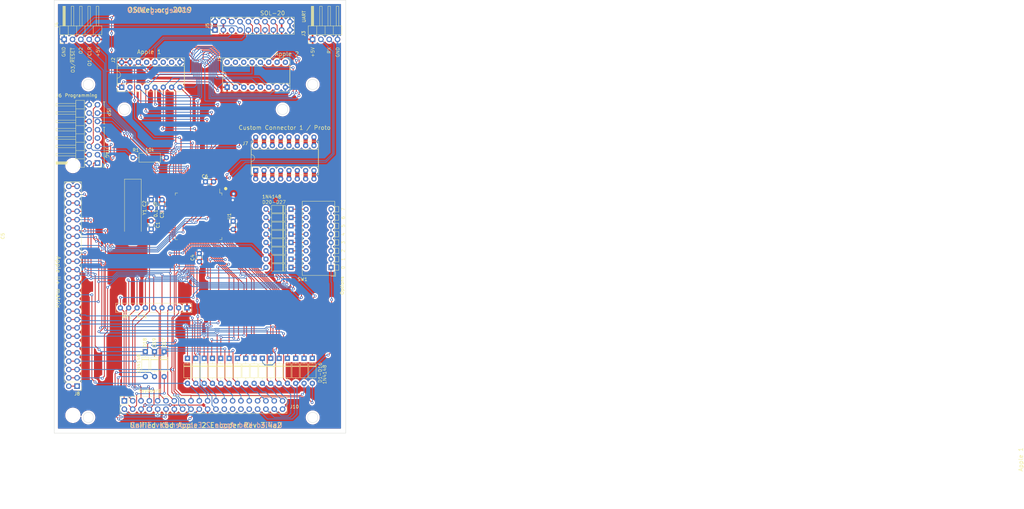
<source format=kicad_pcb>
(kicad_pcb (version 20171130) (host pcbnew "(5.1.6-0-10_14)")
  (title_block (title "Unified Retro Keyboard Apple 2 Encoder") (date 2020-05-31) (rev 3.4a2))
  (layers (0 F.Cu signal) (31 B.Cu signal) (34 B.Paste user) (35 F.Paste user) (36 B.SilkS user) (37 F.SilkS user) (38 B.Mask user) (39 F.Mask user) (44 Edge.Cuts user))
  (net 0 "")
  (net 1 GND)
  (net 2 /Row3)
  (net 3 /Row0)
  (net 4 /Row1)
  (net 5 /Row4)
  (net 6 /Row5)
  (net 7 /Row7)
  (net 8 /D7)
  (net 9 /D1)
  (net 10 /D2)
  (net 11 /D3)
  (net 12 /D4)
  (net 13 /D5)
  (net 14 /D6)
  (net 15 /Col0)
  (net 16 /Col1)
  (net 17 /Col2)
  (net 18 /Col3)
  (net 19 /Col4)
  (net 20 /Col5)
  (net 21 /Col6)
  (net 22 /Col7)
  (net 23 /Row6)
  (net 24 /Row2)
  (net 25 /D0)
  (net 26 /~STROBE)
  (net 27 /Row10)
  (net 28 /Row9)
  (net 29 /Row8)
  (net 30 /Row15)
  (net 31 /Row14)
  (net 32 /Row13)
  (net 33 /Row12)
  (net 34 /Row11)
  (net 35 /Tx)
  (net 36 /Rx)
  (net 37 "Net-(D11-Pad1)")
  (net 38 "Net-(D12-Pad1)")
  (net 39 "Net-(D13-Pad1)")
  (net 40 "Net-(D14-Pad1)")
  (net 41 "Net-(D15-Pad1)")
  (net 42 "Net-(D16-Pad1)")
  (net 43 "Net-(D20-Pad1)")
  (net 44 "Net-(D24-Pad1)")
  (net 45 "Net-(D25-Pad1)")
  (net 46 "Net-(D26-Pad1)")
  (net 47 "Net-(D4-Pad1)")
  (net 48 "Net-(D5-Pad1)")
  (net 49 "Net-(D6-Pad1)")
  (net 50 "Net-(D7-Pad1)")
  (net 51 "Net-(D8-Pad1)")
  (net 52 "Net-(D9-Pad1)")
  (net 53 "Net-(D10-Pad1)")
  (net 54 "Net-(D27-Pad1)")
  (net 55 /LED1)
  (net 56 /OUT1)
  (net 57 /OUT2)
  (net 58 /OUT3)
  (net 59 /LED3)
  (net 60 /LED2)
  (net 61 "Net-(C1-Pad1)")
  (net 62 "Net-(C2-Pad1)")
  (net 63 "Net-(D21-Pad1)")
  (net 64 "Net-(D22-Pad1)")
  (net 65 "Net-(D23-Pad1)")
  (net 66 "Net-(J1-Pad9)")
  (net 67 "Net-(J1-Pad4)")
  (net 68 "Net-(J1-Pad14)")
  (net 69 "Net-(J1-Pad15)")
  (net 70 "Net-(J1-Pad16)")
  (net 71 "Net-(J2-Pad10)")
  (net 72 "Net-(J2-Pad11)")
  (net 73 "Net-(J2-Pad13)")
  (net 74 "Net-(U1-Pad98)")
  (net 75 "Net-(U1-Pad97)")
  (net 76 "Net-(U1-Pad96)")
  (net 77 "Net-(U1-Pad95)")
  (net 78 "Net-(U1-Pad94)")
  (net 79 "Net-(U1-Pad89)")
  (net 80 "Net-(U1-Pad88)")
  (net 81 "Net-(U1-Pad87)")
  (net 82 "Net-(U1-Pad86)")
  (net 83 "Net-(U1-Pad85)")
  (net 84 "Net-(U1-Pad84)")
  (net 85 "Net-(U1-Pad83)")
  (net 86 "Net-(U1-Pad82)")
  (net 87 "Net-(U1-Pad70)")
  (net 88 "Net-(U1-Pad52)")
  (net 89 "Net-(U1-Pad51)")
  (net 90 "Net-(U1-Pad47)")
  (net 91 "Net-(U1-Pad46)")
  (net 92 "Net-(U1-Pad45)")
  (net 93 "Net-(U1-Pad44)")
  (net 94 "Net-(U1-Pad43)")
  (net 95 "Net-(U1-Pad42)")
  (net 96 "Net-(U1-Pad41)")
  (net 97 "Net-(U1-Pad40)")
  (net 98 "Net-(U1-Pad39)")
  (net 99 "Net-(U1-Pad38)")
  (net 100 "Net-(U1-Pad37)")
  (net 101 "Net-(U1-Pad36)")
  (net 102 "Net-(U1-Pad35)")
  (net 103 "Net-(U1-Pad29)")
  (net 104 "Net-(U1-Pad28)")
  (net 105 "Net-(U1-Pad19)")
  (net 106 "Net-(U1-Pad9)")
  (net 107 "Net-(U1-Pad8)")
  (net 108 "Net-(U1-Pad7)")
  (net 109 "Net-(U1-Pad6)")
  (net 110 "Net-(U1-Pad5)")
  (net 111 "Net-(U1-Pad4)")
  (net 112 "Net-(U1-Pad1)")
  (net 113 VCC)
  (net 114 "Net-(J8-Pad1)")
  (net 115 /TDI)
  (net 116 "Net-(J6-Pad8)")
  (net 117 "Net-(J6-Pad7)")
  (net 118 /~RESET)
  (net 119 /TMS)
  (net 120 /TDO)
  (net 121 /TCK)
  (net 122 "Net-(D1-Pad1)")
  (net 123 "Net-(D2-Pad1)")
  (net 124 "Net-(D3-Pad1)")
  (net 125 "Net-(D17-Pad2)")
  (net 126 "Net-(D18-Pad2)")
  (net 127 "Net-(D19-Pad2)")
  (net 128 "Net-(J7-Pad1)")
  (net 129 "Net-(J7-Pad9)")
  (net 130 "Net-(J7-Pad2)")
  (net 131 "Net-(J7-Pad10)")
  (net 132 "Net-(J7-Pad3)")
  (net 133 "Net-(J7-Pad11)")
  (net 134 "Net-(J7-Pad4)")
  (net 135 "Net-(J7-Pad12)")
  (net 136 "Net-(J7-Pad5)")
  (net 137 "Net-(J7-Pad13)")
  (net 138 "Net-(J7-Pad6)")
  (net 139 "Net-(J7-Pad14)")
  (net 140 "Net-(J7-Pad7)")
  (net 141 "Net-(J7-Pad15)")
  (net 142 "Net-(J7-Pad8)")
  (net 143 "Net-(J7-Pad16)")
  (net 144 "Net-(J10-Pad32)")
  (net 145 "Net-(J10-Pad30)")
  (net 146 "Net-(J10-Pad28)")
  (net 147 "Net-(J10-Pad26)")
  (net 148 "Net-(J8-Pad25)")
  (net 149 /MOSI)
  (net 150 /SCK)
  (net 151 /MISO)
  (module Diode_THT:D_DO-35_SOD27_P7.62mm_Horizontal (layer F.Cu) (at 227.33 160.0724 270)
    (fp_text reference D15 hide)
    (fp_text value 1N4148)
    (pad 2 thru_hole oval (at 7.62 0 270) (size 1.6 1.6) (drill 0.8) (layers *.Cu *.Mask) (net 33 /Row12))
    (pad 1 thru_hole rect (at 0 0 270) (size 1.6 1.6) (drill 0.8) (layers *.Cu *.Mask) (net 41 "Net-(D15-Pad1)"))
  )
  (module Diode_THT:D_DO-35_SOD27_P7.62mm_Horizontal (layer F.Cu) (at 229.87 160.0724 270)
    (fp_text reference D6 hide)
    (fp_text value 1N4148)
    (pad 2 thru_hole oval (at 7.62 0 270) (size 1.6 1.6) (drill 0.8) (layers *.Cu *.Mask) (net 34 /Row11))
    (pad 1 thru_hole rect (at 0 0 270) (size 1.6 1.6) (drill 0.8) (layers *.Cu *.Mask) (net 49 "Net-(D6-Pad1)"))
  )
  (module Diode_THT:D_DO-35_SOD27_P7.62mm_Horizontal (layer F.Cu) (at 232.41 160.0724 270)
    (fp_text reference D14 hide)
    (fp_text value 1N4148)
    (pad 2 thru_hole oval (at 7.62 0 270) (size 1.6 1.6) (drill 0.8) (layers *.Cu *.Mask) (net 27 /Row10))
    (pad 1 thru_hole rect (at 0 0 270) (size 1.6 1.6) (drill 0.8) (layers *.Cu *.Mask) (net 40 "Net-(D14-Pad1)"))
  )
  (module Diode_THT:D_DO-35_SOD27_P7.62mm_Horizontal (layer F.Cu) (at 234.95 160.0724 270)
    (fp_text reference D5 hide)
    (fp_text value 1N4148)
    (pad 2 thru_hole oval (at 7.62 0 270) (size 1.6 1.6) (drill 0.8) (layers *.Cu *.Mask) (net 28 /Row9))
    (pad 1 thru_hole rect (at 0 0 270) (size 1.6 1.6) (drill 0.8) (layers *.Cu *.Mask) (net 48 "Net-(D5-Pad1)"))
  )
  (module Diode_THT:D_DO-35_SOD27_P7.62mm_Horizontal (layer F.Cu) (at 237.49 160.0724 270)
    (fp_text reference D13 hide)
    (fp_text value 1N4148)
    (pad 2 thru_hole oval (at 7.62 0 270) (size 1.6 1.6) (drill 0.8) (layers *.Cu *.Mask) (net 29 /Row8))
    (pad 1 thru_hole rect (at 0 0 270) (size 1.6 1.6) (drill 0.8) (layers *.Cu *.Mask) (net 39 "Net-(D13-Pad1)"))
  )
  (module Diode_THT:D_DO-35_SOD27_P7.62mm_Horizontal (layer F.Cu) (at 242.57 160.0724 270)
    (fp_text reference D8 hide)
    (fp_text value 1N4148)
    (pad 2 thru_hole oval (at 7.62 0 270) (size 1.6 1.6) (drill 0.8) (layers *.Cu *.Mask) (net 30 /Row15))
    (pad 1 thru_hole rect (at 0 0 270) (size 1.6 1.6) (drill 0.8) (layers *.Cu *.Mask) (net 51 "Net-(D8-Pad1)"))
  )
  (module Diode_THT:D_DO-35_SOD27_P7.62mm_Horizontal (layer F.Cu) (at 224.79 160.0724 270)
    (fp_text reference D7 hide)
    (fp_text value 1N4148)
    (pad 2 thru_hole oval (at 7.62 0 270) (size 1.6 1.6) (drill 0.8) (layers *.Cu *.Mask) (net 32 /Row13))
    (pad 1 thru_hole rect (at 0 0 270) (size 1.6 1.6) (drill 0.8) (layers *.Cu *.Mask) (net 50 "Net-(D7-Pad1)"))
  )
  (module Diode_THT:D_DO-35_SOD27_P7.62mm_Horizontal (layer F.Cu) (at 222.25 160.0724 270)
    (fp_text reference D16 hide)
    (fp_text value 1N4148)
    (pad 2 thru_hole oval (at 7.62 0 270) (size 1.6 1.6) (drill 0.8) (layers *.Cu *.Mask) (net 31 /Row14))
    (pad 1 thru_hole rect (at 0 0 270) (size 1.6 1.6) (drill 0.8) (layers *.Cu *.Mask) (net 42 "Net-(D16-Pad1)"))
  )
  (module Diode_THT:D_DO-35_SOD27_P7.62mm_Horizontal (layer F.Cu) (at 240.03 160.0724 270)
    (fp_text reference D4 hide)
    (fp_text value 1N4148)
    (pad 2 thru_hole oval (at 7.62 0 270) (size 1.6 1.6) (drill 0.8) (layers *.Cu *.Mask) (net 7 /Row7))
    (pad 1 thru_hole rect (at 0 0 270) (size 1.6 1.6) (drill 0.8) (layers *.Cu *.Mask) (net 47 "Net-(D4-Pad1)"))
  )
  (module Diode_THT:D_DO-35_SOD27_P7.62mm_Horizontal (layer F.Cu) (at 204.47 160.0724 270)
    (fp_text reference D12 hide)
    (fp_text value 1N4148)
    (pad 2 thru_hole oval (at 7.62 0 270) (size 1.6 1.6) (drill 0.8) (layers *.Cu *.Mask) (net 23 /Row6))
    (pad 1 thru_hole rect (at 0 0 270) (size 1.6 1.6) (drill 0.8) (layers *.Cu *.Mask) (net 38 "Net-(D12-Pad1)"))
  )
  (module Diode_THT:D_DO-35_SOD27_P7.62mm_Horizontal (layer F.Cu) (at 209.55 160.0724 270)
    (fp_text reference D11 hide)
    (fp_text value 1N4148)
    (pad 2 thru_hole oval (at 7.62 0 270) (size 1.6 1.6) (drill 0.8) (layers *.Cu *.Mask) (net 5 /Row4))
    (pad 1 thru_hole rect (at 0 0 270) (size 1.6 1.6) (drill 0.8) (layers *.Cu *.Mask) (net 37 "Net-(D11-Pad1)"))
  )
  (module Diode_THT:D_DO-35_SOD27_P7.62mm_Horizontal (layer F.Cu) (at 214.63 160.0724 270)
    (fp_text reference D10 hide)
    (fp_text value 1N4148)
    (pad 2 thru_hole oval (at 7.62 0 270) (size 1.6 1.6) (drill 0.8) (layers *.Cu *.Mask) (net 24 /Row2))
    (pad 1 thru_hole rect (at 0 0 270) (size 1.6 1.6) (drill 0.8) (layers *.Cu *.Mask) (net 53 "Net-(D10-Pad1)"))
  )
  (module Diode_THT:D_DO-35_SOD27_P7.62mm_Horizontal (layer F.Cu) (at 219.71 160.0724 270)
    (fp_text reference D9 hide)
    (fp_text value 1N4148)
    (pad 2 thru_hole oval (at 7.62 0 270) (size 1.6 1.6) (drill 0.8) (layers *.Cu *.Mask) (net 3 /Row0))
    (pad 1 thru_hole rect (at 0 0 270) (size 1.6 1.6) (drill 0.8) (layers *.Cu *.Mask) (net 52 "Net-(D9-Pad1)"))
  )
  (module Diode_THT:D_DO-35_SOD27_P7.62mm_Horizontal (layer F.Cu) (at 207.01 160.0724 270)
    (fp_text reference D3 hide)
    (fp_text value 1N4148)
    (pad 2 thru_hole oval (at 7.62 0 270) (size 1.6 1.6) (drill 0.8) (layers *.Cu *.Mask) (net 6 /Row5))
    (pad 1 thru_hole rect (at 0 0 270) (size 1.6 1.6) (drill 0.8) (layers *.Cu *.Mask) (net 124 "Net-(D3-Pad1)"))
  )
  (module Diode_THT:D_DO-35_SOD27_P7.62mm_Horizontal (layer F.Cu) (at 212.09 160.0724 270)
    (fp_text reference D2 hide)
    (fp_text value 1N4148)
    (pad 2 thru_hole oval (at 7.62 0 270) (size 1.6 1.6) (drill 0.8) (layers *.Cu *.Mask) (net 2 /Row3))
    (pad 1 thru_hole rect (at 0 0 270) (size 1.6 1.6) (drill 0.8) (layers *.Cu *.Mask) (net 123 "Net-(D2-Pad1)"))
  )
  (module Diode_THT:D_DO-35_SOD27_P7.62mm_Horizontal (layer F.Cu) (at 217.17 160.0724 270)
    (fp_text reference D1 hide)
    (fp_text value 1N4148)
    (pad 2 thru_hole oval (at 7.62 0 270) (size 1.6 1.6) (drill 0.8) (layers *.Cu *.Mask) (net 4 /Row1))
    (pad 1 thru_hole rect (at 0 0 270) (size 1.6 1.6) (drill 0.8) (layers *.Cu *.Mask) (net 122 "Net-(D1-Pad1)"))
  )
  (module MountingHole:MountingHole_3.7mm (layer F.Cu) (at 169.522 177.446)
    (fp_text reference MH2 hide)
    (fp_text value "Apple II" hide)
    (pad 1 np_thru_hole circle (at 0 0) (size 3.7 3.7) (drill 3.7) (layers *.Cu *.Mask))
  )
  (module MountingHole:MountingHole_3.7mm (layer F.Cu) (at 169.522 101.246)
    (fp_text reference MH1 hide)
    (fp_text value "Apple II" hide)
    (pad 1 np_thru_hole circle (at 0 0) (size 3.7 3.7) (drill 3.7) (layers *.Cu *.Mask))
  )
  (module Connector_PinHeader_2.54mm:PinHeader_2x08_P2.54mm_Horizontal (layer F.Cu) (at 177.015 100.484 180)
    (fp_text reference J6 (at 11.7475 20.574) (layer F.SilkS))
    (fp_text value Programming (at 5.0165 20.6375) (layer F.SilkS))
    (pad 16 thru_hole oval (at 2.54 17.78 180) (size 1.7 1.7) (drill 1) (layers *.Cu *.Mask) (net 1 GND))
    (pad 15 thru_hole oval (at 0 17.78 180) (size 1.7 1.7) (drill 1) (layers *.Cu *.Mask) (net 118 /~RESET))
    (pad 14 thru_hole oval (at 2.54 15.24 180) (size 1.7 1.7) (drill 1) (layers *.Cu *.Mask) (net 149 /MOSI))
    (pad 13 thru_hole oval (at 0 15.24 180) (size 1.7 1.7) (drill 1) (layers *.Cu *.Mask) (net 150 /SCK))
    (pad 12 thru_hole oval (at 2.54 12.7 180) (size 1.7 1.7) (drill 1) (layers *.Cu *.Mask) (net 113 VCC))
    (pad 11 thru_hole oval (at 0 12.7 180) (size 1.7 1.7) (drill 1) (layers *.Cu *.Mask) (net 151 /MISO))
    (pad 10 thru_hole oval (at 2.54 10.16 180) (size 1.7 1.7) (drill 1) (layers *.Cu *.Mask) (net 1 GND))
    (pad 9 thru_hole oval (at 0 10.16 180) (size 1.7 1.7) (drill 1) (layers *.Cu *.Mask) (net 115 /TDI))
    (pad 8 thru_hole oval (at 2.54 7.62 180) (size 1.7 1.7) (drill 1) (layers *.Cu *.Mask) (net 116 "Net-(J6-Pad8)"))
    (pad 7 thru_hole oval (at 0 7.62 180) (size 1.7 1.7) (drill 1) (layers *.Cu *.Mask) (net 117 "Net-(J6-Pad7)"))
    (pad 6 thru_hole oval (at 2.54 5.08 180) (size 1.7 1.7) (drill 1) (layers *.Cu *.Mask) (net 118 /~RESET))
    (pad 5 thru_hole oval (at 0 5.08 180) (size 1.7 1.7) (drill 1) (layers *.Cu *.Mask) (net 119 /TMS))
    (pad 4 thru_hole oval (at 2.54 2.54 180) (size 1.7 1.7) (drill 1) (layers *.Cu *.Mask) (net 113 VCC))
    (pad 3 thru_hole oval (at 0 2.54 180) (size 1.7 1.7) (drill 1) (layers *.Cu *.Mask) (net 120 /TDO))
    (pad 2 thru_hole oval (at 2.54 0 180) (size 1.7 1.7) (drill 1) (layers *.Cu *.Mask) (net 1 GND))
    (pad 1 thru_hole rect (at 0 0 180) (size 1.7 1.7) (drill 1) (layers *.Cu *.Mask) (net 121 /TCK))
  )
  (module unikbd:ExpansionHeader_1x25_P2.54 (layer F.Cu) (at 170.792 168.556 180)
    (fp_text reference J8 (at 0 -2.33) (layer F.SilkS))
    (fp_text value "Apple II+ matrix" (at 5.715 31.75 270 unlocked) (layer F.SilkS) (effects (font (size 1.27 1.27))))
    (fp_line (start 0 0) (end 2.54 0) (layer F.Cu) (width 0.254))
    (fp_line (start 0 2.54) (end 2.54 2.54) (layer F.Cu) (width 0.254))
    (fp_line (start 0 5.08) (end 2.54 5.08) (layer F.Cu) (width 0.254))
    (fp_line (start 0 7.62) (end 2.54 7.62) (layer F.Cu) (width 0.254))
    (fp_line (start 0 10.16) (end 2.54 10.16) (layer F.Cu) (width 0.254))
    (fp_line (start 0 15.24) (end 2.54 15.24) (layer F.Cu) (width 0.254))
    (fp_line (start 0 17.78) (end 2.54 17.78) (layer F.Cu) (width 0.254))
    (fp_line (start 0 12.7) (end 2.54 12.7) (layer F.Cu) (width 0.254))
    (fp_line (start 0 22.86) (end 2.54 22.86) (layer F.Cu) (width 0.254))
    (fp_line (start 0 20.32) (end 2.54 20.32) (layer F.Cu) (width 0.254))
    (fp_line (start 0 27.94) (end 2.54 27.94) (layer F.Cu) (width 0.254))
    (fp_line (start 0 30.48) (end 2.54 30.48) (layer F.Cu) (width 0.254))
    (fp_line (start 0 25.4) (end 2.54 25.4) (layer F.Cu) (width 0.254))
    (fp_line (start 0 35.56) (end 2.54 35.56) (layer F.Cu) (width 0.254))
    (fp_line (start 0 33.02) (end 2.54 33.02) (layer F.Cu) (width 0.254))
    (fp_line (start 0 58.42) (end 2.54 58.42) (layer F.Cu) (width 0.254))
    (fp_line (start 0 60.96) (end 2.54 60.96) (layer F.Cu) (width 0.254))
    (fp_line (start 0 50.8) (end 2.54 50.8) (layer F.Cu) (width 0.254))
    (fp_line (start 0 55.88) (end 2.54 55.88) (layer F.Cu) (width 0.254))
    (fp_line (start 0 53.34) (end 2.54 53.34) (layer F.Cu) (width 0.254))
    (fp_line (start 0 45.72) (end 2.54 45.72) (layer F.Cu) (width 0.254))
    (fp_line (start 0 48.26) (end 2.54 48.26) (layer F.Cu) (width 0.254))
    (fp_line (start 0 38.1) (end 2.54 38.1) (layer F.Cu) (width 0.254))
    (fp_line (start 0 43.18) (end 2.54 43.18) (layer F.Cu) (width 0.254))
    (fp_line (start 0 40.64) (end 2.54 40.64) (layer F.Cu) (width 0.254))
    (pad 26 thru_hole circle (at 2.54 0 180) (size 1.7 1.7) (drill 1) (layers *.Cu *.Mask))
    (pad 27 thru_hole oval (at 2.54 2.54 180) (size 1.7 1.7) (drill 1) (layers *.Cu *.Mask))
    (pad 28 thru_hole oval (at 2.54 5.08 180) (size 1.7 1.7) (drill 1) (layers *.Cu *.Mask))
    (pad 29 thru_hole oval (at 2.54 7.62 180) (size 1.7 1.7) (drill 1) (layers *.Cu *.Mask))
    (pad 30 thru_hole oval (at 2.54 10.16 180) (size 1.7 1.7) (drill 1) (layers *.Cu *.Mask))
    (pad 31 thru_hole oval (at 2.54 12.7 180) (size 1.7 1.7) (drill 1) (layers *.Cu *.Mask))
    (pad 32 thru_hole oval (at 2.54 15.24 180) (size 1.7 1.7) (drill 1) (layers *.Cu *.Mask))
    (pad 33 thru_hole oval (at 2.54 17.78 180) (size 1.7 1.7) (drill 1) (layers *.Cu *.Mask))
    (pad 34 thru_hole oval (at 2.54 20.32 180) (size 1.7 1.7) (drill 1) (layers *.Cu *.Mask))
    (pad 35 thru_hole oval (at 2.54 22.86 180) (size 1.7 1.7) (drill 1) (layers *.Cu *.Mask))
    (pad 36 thru_hole oval (at 2.54 25.4 180) (size 1.7 1.7) (drill 1) (layers *.Cu *.Mask))
    (pad 37 thru_hole oval (at 2.54 27.94 180) (size 1.7 1.7) (drill 1) (layers *.Cu *.Mask))
    (pad 38 thru_hole oval (at 2.54 30.48 180) (size 1.7 1.7) (drill 1) (layers *.Cu *.Mask))
    (pad 39 thru_hole oval (at 2.54 33.02 180) (size 1.7 1.7) (drill 1) (layers *.Cu *.Mask))
    (pad 40 thru_hole oval (at 2.54 35.56 180) (size 1.7 1.7) (drill 1) (layers *.Cu *.Mask))
    (pad 50 thru_hole oval (at 2.54 60.96 180) (size 1.7 1.7) (drill 1) (layers *.Cu *.Mask))
    (pad 49 thru_hole oval (at 2.54 58.42 180) (size 1.7 1.7) (drill 1) (layers *.Cu *.Mask))
    (pad 48 thru_hole oval (at 2.54 55.88 180) (size 1.7 1.7) (drill 1) (layers *.Cu *.Mask))
    (pad 47 thru_hole oval (at 2.54 53.34 180) (size 1.7 1.7) (drill 1) (layers *.Cu *.Mask))
    (pad 46 thru_hole oval (at 2.54 50.8 180) (size 1.7 1.7) (drill 1) (layers *.Cu *.Mask))
    (pad 45 thru_hole oval (at 2.54 48.26 180) (size 1.7 1.7) (drill 1) (layers *.Cu *.Mask))
    (pad 44 thru_hole oval (at 2.54 45.72 180) (size 1.7 1.7) (drill 1) (layers *.Cu *.Mask))
    (pad 43 thru_hole oval (at 2.54 43.18 180) (size 1.7 1.7) (drill 1) (layers *.Cu *.Mask))
    (pad 42 thru_hole oval (at 2.54 40.64 180) (size 1.7 1.7) (drill 1) (layers *.Cu *.Mask))
    (pad 41 thru_hole oval (at 2.54 38.1 180) (size 1.7 1.7) (drill 1) (layers *.Cu *.Mask))
    (pad 16 thru_hole oval (at 0 38.1 180) (size 1.7 1.7) (drill 1) (layers *.Cu *.Mask) (net 28 /Row9))
    (pad 17 thru_hole oval (at 0 40.64 180) (size 1.7 1.7) (drill 1) (layers *.Cu *.Mask) (net 15 /Col0))
    (pad 18 thru_hole oval (at 0 43.18 180) (size 1.7 1.7) (drill 1) (layers *.Cu *.Mask) (net 27 /Row10))
    (pad 19 thru_hole oval (at 0 45.72 180) (size 1.7 1.7) (drill 1) (layers *.Cu *.Mask) (net 18 /Col3))
    (pad 20 thru_hole oval (at 0 48.26 180) (size 1.7 1.7) (drill 1) (layers *.Cu *.Mask) (net 34 /Row11))
    (pad 21 thru_hole oval (at 0 50.8 180) (size 1.7 1.7) (drill 1) (layers *.Cu *.Mask) (net 17 /Col2))
    (pad 22 thru_hole oval (at 0 53.34 180) (size 1.7 1.7) (drill 1) (layers *.Cu *.Mask) (net 34 /Row11))
    (pad 23 thru_hole oval (at 0 55.88 180) (size 1.7 1.7) (drill 1) (layers *.Cu *.Mask) (net 34 /Row11))
    (pad 24 thru_hole oval (at 0 58.42 180) (size 1.7 1.7) (drill 1) (layers *.Cu *.Mask) (net 16 /Col1))
    (pad 25 thru_hole oval (at 0 60.96 180) (size 1.7 1.7) (drill 1) (layers *.Cu *.Mask) (net 148 "Net-(J8-Pad25)"))
    (pad 15 thru_hole oval (at 0 35.56 180) (size 1.7 1.7) (drill 1) (layers *.Cu *.Mask) (net 7 /Row7))
    (pad 14 thru_hole oval (at 0 33.02 180) (size 1.7 1.7) (drill 1) (layers *.Cu *.Mask) (net 16 /Col1))
    (pad 13 thru_hole oval (at 0 30.48 180) (size 1.7 1.7) (drill 1) (layers *.Cu *.Mask) (net 17 /Col2))
    (pad 12 thru_hole oval (at 0 27.94 180) (size 1.7 1.7) (drill 1) (layers *.Cu *.Mask) (net 23 /Row6))
    (pad 11 thru_hole oval (at 0 25.4 180) (size 1.7 1.7) (drill 1) (layers *.Cu *.Mask) (net 18 /Col3))
    (pad 10 thru_hole oval (at 0 22.86 180) (size 1.7 1.7) (drill 1) (layers *.Cu *.Mask) (net 6 /Row5))
    (pad 9 thru_hole oval (at 0 20.32 180) (size 1.7 1.7) (drill 1) (layers *.Cu *.Mask) (net 5 /Row4))
    (pad 8 thru_hole oval (at 0 17.78 180) (size 1.7 1.7) (drill 1) (layers *.Cu *.Mask) (net 2 /Row3))
    (pad 7 thru_hole oval (at 0 15.24 180) (size 1.7 1.7) (drill 1) (layers *.Cu *.Mask) (net 24 /Row2))
    (pad 6 thru_hole oval (at 0 12.7 180) (size 1.7 1.7) (drill 1) (layers *.Cu *.Mask) (net 4 /Row1))
    (pad 5 thru_hole oval (at 0 10.16 180) (size 1.7 1.7) (drill 1) (layers *.Cu *.Mask) (net 3 /Row0))
    (pad 4 thru_hole oval (at 0 7.62 180) (size 1.7 1.7) (drill 1) (layers *.Cu *.Mask) (net 55 /LED1))
    (pad 3 thru_hole oval (at 0 5.08 180) (size 1.7 1.7) (drill 1) (layers *.Cu *.Mask) (net 15 /Col0))
    (pad 2 thru_hole oval (at 0 2.54 180) (size 1.7 1.7) (drill 1) (layers *.Cu *.Mask) (net 19 /Col4))
    (pad 1 thru_hole rect (at 0 0 180) (size 1.7 1.7) (drill 1) (layers *.Cu *.Mask) (net 114 "Net-(J8-Pad1)"))
  )
  (module "" (layer F.Cu) (at 230.355 88.165)
    (fp_text reference "" (at 225.275 102.77) (layer F.SilkS) (effects (font (size 1.27 1.27))))
    (fp_text value "" (at 225.275 102.77) (layer F.SilkS) (effects (font (size 1.27 1.27))))
    (fp_text user "Apple 1" (at 228.323 102.77 90) (layer F.SilkS) (effects (font (size 1.27 1.27))))
  )
  (module unikbd:DIP-16_W7.62mm_Proto (layer F.Cu) (at 225.275 102.77 90)
    (fp_text reference J7 (at 8.255 -3.175 180) (layer F.SilkS))
    (fp_text value "Custom Connector 1 / Proto" (at 13.081 8.8265) (layer F.SilkS) (effects (font (size 1.27 1.27))))
    (fp_line (start 0 17.78) (end -2.54 17.78) (layer F.Cu) (width 1.27))
    (fp_line (start 0 15.24) (end -2.54 15.24) (layer F.Cu) (width 1.27))
    (fp_line (start 0 12.7) (end -2.54 12.7) (layer F.Cu) (width 1.27))
    (fp_line (start 0 10.16) (end -2.54 10.16) (layer F.Cu) (width 1.27))
    (fp_line (start 0 7.62) (end -2.54 7.62) (layer F.Cu) (width 1.27))
    (fp_line (start 0 5.08) (end -2.54 5.08) (layer F.Cu) (width 1.27))
    (fp_line (start 0 2.54) (end -2.54 2.54) (layer F.Cu) (width 1.27))
    (fp_line (start 0 0) (end -2.54 0) (layer F.Cu) (width 1.27))
    (fp_line (start 10.16 0) (end 7.62 0) (layer F.Cu) (width 1.27))
    (fp_line (start 10.16 2.54) (end 7.62 2.54) (layer F.Cu) (width 1.27))
    (fp_line (start 10.16 5.08) (end 7.62 5.08) (layer F.Cu) (width 1.27))
    (fp_line (start 10.16 7.62) (end 7.62 7.62) (layer F.Cu) (width 1.27))
    (fp_line (start 10.16 10.16) (end 7.62 10.16) (layer F.Cu) (width 1.27))
    (fp_line (start 10.16 12.7) (end 7.62 12.7) (layer F.Cu) (width 1.27))
    (fp_line (start 10.16 15.24) (end 7.62 15.24) (layer F.Cu) (width 1.27))
    (fp_line (start 10.16 17.78) (end 7.62 17.78) (layer F.Cu) (width 1.27))
    (pad 46 thru_hole oval (at 10.16 17.78 90) (size 1.6 1.6) (drill 0.8) (layers *.Cu *.Mask))
    (pad 45 thru_hole oval (at -2.54 17.78 90) (size 1.6 1.6) (drill 0.8) (layers *.Cu *.Mask))
    (pad 42 thru_hole oval (at 10.16 15.24 90) (size 1.6 1.6) (drill 0.8) (layers *.Cu *.Mask))
    (pad 41 thru_hole oval (at -2.54 15.24 90) (size 1.6 1.6) (drill 0.8) (layers *.Cu *.Mask))
    (pad 38 thru_hole oval (at 10.16 12.7 90) (size 1.6 1.6) (drill 0.8) (layers *.Cu *.Mask))
    (pad 37 thru_hole oval (at -2.54 12.7 90) (size 1.6 1.6) (drill 0.8) (layers *.Cu *.Mask))
    (pad 34 thru_hole oval (at 10.16 10.16 90) (size 1.6 1.6) (drill 0.8) (layers *.Cu *.Mask))
    (pad 33 thru_hole oval (at -2.54 10.16 90) (size 1.6 1.6) (drill 0.8) (layers *.Cu *.Mask))
    (pad 30 thru_hole oval (at 10.16 7.62 90) (size 1.6 1.6) (drill 0.8) (layers *.Cu *.Mask))
    (pad 29 thru_hole oval (at -2.54 7.62 90) (size 1.6 1.6) (drill 0.8) (layers *.Cu *.Mask))
    (pad 26 thru_hole oval (at 10.16 5.08 90) (size 1.6 1.6) (drill 0.8) (layers *.Cu *.Mask))
    (pad 25 thru_hole oval (at -2.54 5.08 90) (size 1.6 1.6) (drill 0.8) (layers *.Cu *.Mask))
    (pad 22 thru_hole oval (at 10.16 2.54 90) (size 1.6 1.6) (drill 0.8) (layers *.Cu *.Mask))
    (pad 21 thru_hole oval (at -2.54 2.54 90) (size 1.6 1.6) (drill 0.8) (layers *.Cu *.Mask))
    (pad 18 thru_hole oval (at 10.16 0 90) (size 1.6 1.6) (drill 0.8) (layers *.Cu *.Mask))
    (pad 17 thru_hole oval (at -2.54 0 90) (size 1.6 1.6) (drill 0.8) (layers *.Cu *.Mask))
    (pad 1 thru_hole rect (at 0 0 90) (size 1.6 1.6) (drill 0.8) (layers *.Cu *.Mask) (net 128 "Net-(J7-Pad1)"))
    (pad 9 thru_hole oval (at 7.62 17.78 90) (size 1.6 1.6) (drill 0.8) (layers *.Cu *.Mask) (net 129 "Net-(J7-Pad9)"))
    (pad 2 thru_hole oval (at 0 2.54 90) (size 1.6 1.6) (drill 0.8) (layers *.Cu *.Mask) (net 130 "Net-(J7-Pad2)"))
    (pad 10 thru_hole oval (at 7.62 15.24 90) (size 1.6 1.6) (drill 0.8) (layers *.Cu *.Mask) (net 131 "Net-(J7-Pad10)"))
    (pad 3 thru_hole oval (at 0 5.08 90) (size 1.6 1.6) (drill 0.8) (layers *.Cu *.Mask) (net 132 "Net-(J7-Pad3)"))
    (pad 11 thru_hole oval (at 7.62 12.7 90) (size 1.6 1.6) (drill 0.8) (layers *.Cu *.Mask) (net 133 "Net-(J7-Pad11)"))
    (pad 4 thru_hole oval (at 0 7.62 90) (size 1.6 1.6) (drill 0.8) (layers *.Cu *.Mask) (net 134 "Net-(J7-Pad4)"))
    (pad 12 thru_hole oval (at 7.62 10.16 90) (size 1.6 1.6) (drill 0.8) (layers *.Cu *.Mask) (net 135 "Net-(J7-Pad12)"))
    (pad 5 thru_hole oval (at 0 10.16 90) (size 1.6 1.6) (drill 0.8) (layers *.Cu *.Mask) (net 136 "Net-(J7-Pad5)"))
    (pad 13 thru_hole oval (at 7.62 7.62 90) (size 1.6 1.6) (drill 0.8) (layers *.Cu *.Mask) (net 137 "Net-(J7-Pad13)"))
    (pad 6 thru_hole oval (at 0 12.7 90) (size 1.6 1.6) (drill 0.8) (layers *.Cu *.Mask) (net 138 "Net-(J7-Pad6)"))
    (pad 14 thru_hole oval (at 7.62 5.08 90) (size 1.6 1.6) (drill 0.8) (layers *.Cu *.Mask) (net 139 "Net-(J7-Pad14)"))
    (pad 7 thru_hole oval (at 0 15.24 90) (size 1.6 1.6) (drill 0.8) (layers *.Cu *.Mask) (net 140 "Net-(J7-Pad7)"))
    (pad 15 thru_hole oval (at 7.62 2.54 90) (size 1.6 1.6) (drill 0.8) (layers *.Cu *.Mask) (net 141 "Net-(J7-Pad15)"))
    (pad 8 thru_hole oval (at 0 17.78 90) (size 1.6 1.6) (drill 0.8) (layers *.Cu *.Mask) (net 142 "Net-(J7-Pad8)"))
    (pad 16 thru_hole oval (at 7.62 0 90) (size 1.6 1.6) (drill 0.8) (layers *.Cu *.Mask) (net 143 "Net-(J7-Pad16)"))
  )
  (module Package_QFP:TQFP-100_14x14mm_P0.5mm (layer F.Cu) (at 207.876 116.74 270)
    (fp_text reference U1 (at 0 -9.35 90) (layer F.SilkS))
    (fp_text value ATmega2560-16AU)
    (pad 100 smd roundrect (at -6 -7.6625 270) (size 0.3 1.475) (layers F.Cu F.Paste F.Mask) (net 113 VCC))
    (pad 99 smd roundrect (at -5.5 -7.6625 270) (size 0.3 1.475) (layers F.Cu F.Paste F.Mask) (net 1 GND))
    (pad 98 smd roundrect (at -5 -7.6625 270) (size 0.3 1.475) (layers F.Cu F.Paste F.Mask) (net 74 "Net-(U1-Pad98)"))
    (pad 97 smd roundrect (at -4.5 -7.6625 270) (size 0.3 1.475) (layers F.Cu F.Paste F.Mask) (net 75 "Net-(U1-Pad97)"))
    (pad 96 smd roundrect (at -4 -7.6625 270) (size 0.3 1.475) (layers F.Cu F.Paste F.Mask) (net 76 "Net-(U1-Pad96)"))
    (pad 95 smd roundrect (at -3.5 -7.6625 270) (size 0.3 1.475) (layers F.Cu F.Paste F.Mask) (net 77 "Net-(U1-Pad95)"))
    (pad 94 smd roundrect (at -3 -7.6625 270) (size 0.3 1.475) (layers F.Cu F.Paste F.Mask) (net 78 "Net-(U1-Pad94)"))
    (pad 93 smd roundrect (at -2.5 -7.6625 270) (size 0.3 1.475) (layers F.Cu F.Paste F.Mask) (net 121 /TCK))
    (pad 92 smd roundrect (at -2 -7.6625 270) (size 0.3 1.475) (layers F.Cu F.Paste F.Mask) (net 119 /TMS))
    (pad 91 smd roundrect (at -1.5 -7.6625 270) (size 0.3 1.475) (layers F.Cu F.Paste F.Mask) (net 120 /TDO))
    (pad 90 smd roundrect (at -1 -7.6625 270) (size 0.3 1.475) (layers F.Cu F.Paste F.Mask) (net 115 /TDI))
    (pad 89 smd roundrect (at -0.5 -7.6625 270) (size 0.3 1.475) (layers F.Cu F.Paste F.Mask) (net 79 "Net-(U1-Pad89)"))
    (pad 88 smd roundrect (at 0 -7.6625 270) (size 0.3 1.475) (layers F.Cu F.Paste F.Mask) (net 80 "Net-(U1-Pad88)"))
    (pad 87 smd roundrect (at 0.5 -7.6625 270) (size 0.3 1.475) (layers F.Cu F.Paste F.Mask) (net 81 "Net-(U1-Pad87)"))
    (pad 86 smd roundrect (at 1 -7.6625 270) (size 0.3 1.475) (layers F.Cu F.Paste F.Mask) (net 82 "Net-(U1-Pad86)"))
    (pad 85 smd roundrect (at 1.5 -7.6625 270) (size 0.3 1.475) (layers F.Cu F.Paste F.Mask) (net 83 "Net-(U1-Pad85)"))
    (pad 84 smd roundrect (at 2 -7.6625 270) (size 0.3 1.475) (layers F.Cu F.Paste F.Mask) (net 84 "Net-(U1-Pad84)"))
    (pad 83 smd roundrect (at 2.5 -7.6625 270) (size 0.3 1.475) (layers F.Cu F.Paste F.Mask) (net 85 "Net-(U1-Pad83)"))
    (pad 82 smd roundrect (at 3 -7.6625 270) (size 0.3 1.475) (layers F.Cu F.Paste F.Mask) (net 86 "Net-(U1-Pad82)"))
    (pad 81 smd roundrect (at 3.5 -7.6625 270) (size 0.3 1.475) (layers F.Cu F.Paste F.Mask) (net 1 GND))
    (pad 80 smd roundrect (at 4 -7.6625 270) (size 0.3 1.475) (layers F.Cu F.Paste F.Mask) (net 113 VCC))
    (pad 79 smd roundrect (at 4.5 -7.6625 270) (size 0.3 1.475) (layers F.Cu F.Paste F.Mask) (net 47 "Net-(D4-Pad1)"))
    (pad 78 smd roundrect (at 5 -7.6625 270) (size 0.3 1.475) (layers F.Cu F.Paste F.Mask) (net 39 "Net-(D13-Pad1)"))
    (pad 77 smd roundrect (at 5.5 -7.6625 270) (size 0.3 1.475) (layers F.Cu F.Paste F.Mask) (net 48 "Net-(D5-Pad1)"))
    (pad 76 smd roundrect (at 6 -7.6625 270) (size 0.3 1.475) (layers F.Cu F.Paste F.Mask) (net 40 "Net-(D14-Pad1)"))
    (pad 75 smd roundrect (at 7.6625 -6 270) (size 1.475 0.3) (layers F.Cu F.Paste F.Mask) (net 49 "Net-(D6-Pad1)"))
    (pad 74 smd roundrect (at 7.6625 -5.5 270) (size 1.475 0.3) (layers F.Cu F.Paste F.Mask) (net 41 "Net-(D15-Pad1)"))
    (pad 73 smd roundrect (at 7.6625 -5 270) (size 1.475 0.3) (layers F.Cu F.Paste F.Mask) (net 50 "Net-(D7-Pad1)"))
    (pad 72 smd roundrect (at 7.6625 -4.5 270) (size 1.475 0.3) (layers F.Cu F.Paste F.Mask) (net 42 "Net-(D16-Pad1)"))
    (pad 71 smd roundrect (at 7.6625 -4 270) (size 1.475 0.3) (layers F.Cu F.Paste F.Mask) (net 51 "Net-(D8-Pad1)"))
    (pad 70 smd roundrect (at 7.6625 -3.5 270) (size 1.475 0.3) (layers F.Cu F.Paste F.Mask) (net 87 "Net-(U1-Pad70)"))
    (pad 69 smd roundrect (at 7.6625 -3 270) (size 1.475 0.3) (layers F.Cu F.Paste F.Mask) (net 38 "Net-(D12-Pad1)"))
    (pad 68 smd roundrect (at 7.6625 -2.5 270) (size 1.475 0.3) (layers F.Cu F.Paste F.Mask) (net 124 "Net-(D3-Pad1)"))
    (pad 67 smd roundrect (at 7.6625 -2 270) (size 1.475 0.3) (layers F.Cu F.Paste F.Mask) (net 37 "Net-(D11-Pad1)"))
    (pad 66 smd roundrect (at 7.6625 -1.5 270) (size 1.475 0.3) (layers F.Cu F.Paste F.Mask) (net 123 "Net-(D2-Pad1)"))
    (pad 65 smd roundrect (at 7.6625 -1 270) (size 1.475 0.3) (layers F.Cu F.Paste F.Mask) (net 53 "Net-(D10-Pad1)"))
    (pad 64 smd roundrect (at 7.6625 -0.5 270) (size 1.475 0.3) (layers F.Cu F.Paste F.Mask) (net 122 "Net-(D1-Pad1)"))
    (pad 63 smd roundrect (at 7.6625 0 270) (size 1.475 0.3) (layers F.Cu F.Paste F.Mask) (net 52 "Net-(D9-Pad1)"))
    (pad 62 smd roundrect (at 7.6625 0.5 270) (size 1.475 0.3) (layers F.Cu F.Paste F.Mask) (net 1 GND))
    (pad 61 smd roundrect (at 7.6625 1 270) (size 1.475 0.3) (layers F.Cu F.Paste F.Mask) (net 113 VCC))
    (pad 60 smd roundrect (at 7.6625 1.5 270) (size 1.475 0.3) (layers F.Cu F.Paste F.Mask) (net 22 /Col7))
    (pad 59 smd roundrect (at 7.6625 2 270) (size 1.475 0.3) (layers F.Cu F.Paste F.Mask) (net 21 /Col6))
    (pad 58 smd roundrect (at 7.6625 2.5 270) (size 1.475 0.3) (layers F.Cu F.Paste F.Mask) (net 20 /Col5))
    (pad 57 smd roundrect (at 7.6625 3 270) (size 1.475 0.3) (layers F.Cu F.Paste F.Mask) (net 19 /Col4))
    (pad 56 smd roundrect (at 7.6625 3.5 270) (size 1.475 0.3) (layers F.Cu F.Paste F.Mask) (net 18 /Col3))
    (pad 55 smd roundrect (at 7.6625 4 270) (size 1.475 0.3) (layers F.Cu F.Paste F.Mask) (net 17 /Col2))
    (pad 54 smd roundrect (at 7.6625 4.5 270) (size 1.475 0.3) (layers F.Cu F.Paste F.Mask) (net 16 /Col1))
    (pad 53 smd roundrect (at 7.6625 5 270) (size 1.475 0.3) (layers F.Cu F.Paste F.Mask) (net 15 /Col0))
    (pad 52 smd roundrect (at 7.6625 5.5 270) (size 1.475 0.3) (layers F.Cu F.Paste F.Mask) (net 88 "Net-(U1-Pad52)"))
    (pad 51 smd roundrect (at 7.6625 6 270) (size 1.475 0.3) (layers F.Cu F.Paste F.Mask) (net 89 "Net-(U1-Pad51)"))
    (pad 50 smd roundrect (at 6 7.6625 270) (size 0.3 1.475) (layers F.Cu F.Paste F.Mask) (net 59 /LED3))
    (pad 49 smd roundrect (at 5.5 7.6625 270) (size 0.3 1.475) (layers F.Cu F.Paste F.Mask) (net 60 /LED2))
    (pad 48 smd roundrect (at 5 7.6625 270) (size 0.3 1.475) (layers F.Cu F.Paste F.Mask) (net 55 /LED1))
    (pad 47 smd roundrect (at 4.5 7.6625 270) (size 0.3 1.475) (layers F.Cu F.Paste F.Mask) (net 90 "Net-(U1-Pad47)"))
    (pad 46 smd roundrect (at 4 7.6625 270) (size 0.3 1.475) (layers F.Cu F.Paste F.Mask) (net 91 "Net-(U1-Pad46)"))
    (pad 45 smd roundrect (at 3.5 7.6625 270) (size 0.3 1.475) (layers F.Cu F.Paste F.Mask) (net 92 "Net-(U1-Pad45)"))
    (pad 44 smd roundrect (at 3 7.6625 270) (size 0.3 1.475) (layers F.Cu F.Paste F.Mask) (net 93 "Net-(U1-Pad44)"))
    (pad 43 smd roundrect (at 2.5 7.6625 270) (size 0.3 1.475) (layers F.Cu F.Paste F.Mask) (net 94 "Net-(U1-Pad43)"))
    (pad 42 smd roundrect (at 2 7.6625 270) (size 0.3 1.475) (layers F.Cu F.Paste F.Mask) (net 95 "Net-(U1-Pad42)"))
    (pad 41 smd roundrect (at 1.5 7.6625 270) (size 0.3 1.475) (layers F.Cu F.Paste F.Mask) (net 96 "Net-(U1-Pad41)"))
    (pad 40 smd roundrect (at 1 7.6625 270) (size 0.3 1.475) (layers F.Cu F.Paste F.Mask) (net 97 "Net-(U1-Pad40)"))
    (pad 39 smd roundrect (at 0.5 7.6625 270) (size 0.3 1.475) (layers F.Cu F.Paste F.Mask) (net 98 "Net-(U1-Pad39)"))
    (pad 38 smd roundrect (at 0 7.6625 270) (size 0.3 1.475) (layers F.Cu F.Paste F.Mask) (net 99 "Net-(U1-Pad38)"))
    (pad 37 smd roundrect (at -0.5 7.6625 270) (size 0.3 1.475) (layers F.Cu F.Paste F.Mask) (net 100 "Net-(U1-Pad37)"))
    (pad 36 smd roundrect (at -1 7.6625 270) (size 0.3 1.475) (layers F.Cu F.Paste F.Mask) (net 101 "Net-(U1-Pad36)"))
    (pad 35 smd roundrect (at -1.5 7.6625 270) (size 0.3 1.475) (layers F.Cu F.Paste F.Mask) (net 102 "Net-(U1-Pad35)"))
    (pad 34 smd roundrect (at -2 7.6625 270) (size 0.3 1.475) (layers F.Cu F.Paste F.Mask) (net 61 "Net-(C1-Pad1)"))
    (pad 33 smd roundrect (at -2.5 7.6625 270) (size 0.3 1.475) (layers F.Cu F.Paste F.Mask) (net 62 "Net-(C2-Pad1)"))
    (pad 32 smd roundrect (at -3 7.6625 270) (size 0.3 1.475) (layers F.Cu F.Paste F.Mask) (net 1 GND))
    (pad 31 smd roundrect (at -3.5 7.6625 270) (size 0.3 1.475) (layers F.Cu F.Paste F.Mask) (net 113 VCC))
    (pad 30 smd roundrect (at -4 7.6625 270) (size 0.3 1.475) (layers F.Cu F.Paste F.Mask) (net 118 /~RESET))
    (pad 29 smd roundrect (at -4.5 7.6625 270) (size 0.3 1.475) (layers F.Cu F.Paste F.Mask) (net 103 "Net-(U1-Pad29)"))
    (pad 28 smd roundrect (at -5 7.6625 270) (size 0.3 1.475) (layers F.Cu F.Paste F.Mask) (net 104 "Net-(U1-Pad28)"))
    (pad 27 smd roundrect (at -5.5 7.6625 270) (size 0.3 1.475) (layers F.Cu F.Paste F.Mask) (net 8 /D7))
    (pad 26 smd roundrect (at -6 7.6625 270) (size 0.3 1.475) (layers F.Cu F.Paste F.Mask) (net 58 /OUT3))
    (pad 25 smd roundrect (at -7.6625 6 270) (size 1.475 0.3) (layers F.Cu F.Paste F.Mask) (net 57 /OUT2))
    (pad 24 smd roundrect (at -7.6625 5.5 270) (size 1.475 0.3) (layers F.Cu F.Paste F.Mask) (net 56 /OUT1))
    (pad 23 smd roundrect (at -7.6625 5 270) (size 1.475 0.3) (layers F.Cu F.Paste F.Mask) (net 26 /~STROBE))
    (pad 22 smd roundrect (at -7.6625 4.5 270) (size 1.475 0.3) (layers F.Cu F.Paste F.Mask) (net 151 /MISO))
    (pad 21 smd roundrect (at -7.6625 4 270) (size 1.475 0.3) (layers F.Cu F.Paste F.Mask) (net 149 /MOSI))
    (pad 20 smd roundrect (at -7.6625 3.5 270) (size 1.475 0.3) (layers F.Cu F.Paste F.Mask) (net 150 /SCK))
    (pad 19 smd roundrect (at -7.6625 3 270) (size 1.475 0.3) (layers F.Cu F.Paste F.Mask) (net 105 "Net-(U1-Pad19)"))
    (pad 18 smd roundrect (at -7.6625 2.5 270) (size 1.475 0.3) (layers F.Cu F.Paste F.Mask) (net 14 /D6))
    (pad 17 smd roundrect (at -7.6625 2 270) (size 1.475 0.3) (layers F.Cu F.Paste F.Mask) (net 13 /D5))
    (pad 16 smd roundrect (at -7.6625 1.5 270) (size 1.475 0.3) (layers F.Cu F.Paste F.Mask) (net 12 /D4))
    (pad 15 smd roundrect (at -7.6625 1 270) (size 1.475 0.3) (layers F.Cu F.Paste F.Mask) (net 11 /D3))
    (pad 14 smd roundrect (at -7.6625 0.5 270) (size 1.475 0.3) (layers F.Cu F.Paste F.Mask) (net 10 /D2))
    (pad 13 smd roundrect (at -7.6625 0 270) (size 1.475 0.3) (layers F.Cu F.Paste F.Mask) (net 9 /D1))
    (pad 12 smd roundrect (at -7.6625 -0.5 270) (size 1.475 0.3) (layers F.Cu F.Paste F.Mask) (net 25 /D0))
    (pad 11 smd roundrect (at -7.6625 -1 270) (size 1.475 0.3) (layers F.Cu F.Paste F.Mask) (net 1 GND))
    (pad 10 smd roundrect (at -7.6625 -1.5 270) (size 1.475 0.3) (layers F.Cu F.Paste F.Mask) (net 113 VCC))
    (pad 9 smd roundrect (at -7.6625 -2 270) (size 1.475 0.3) (layers F.Cu F.Paste F.Mask) (net 106 "Net-(U1-Pad9)"))
    (pad 8 smd roundrect (at -7.6625 -2.5 270) (size 1.475 0.3) (layers F.Cu F.Paste F.Mask) (net 107 "Net-(U1-Pad8)"))
    (pad 7 smd roundrect (at -7.6625 -3 270) (size 1.475 0.3) (layers F.Cu F.Paste F.Mask) (net 108 "Net-(U1-Pad7)"))
    (pad 6 smd roundrect (at -7.6625 -3.5 270) (size 1.475 0.3) (layers F.Cu F.Paste F.Mask) (net 109 "Net-(U1-Pad6)"))
    (pad 5 smd roundrect (at -7.6625 -4 270) (size 1.475 0.3) (layers F.Cu F.Paste F.Mask) (net 110 "Net-(U1-Pad5)"))
    (pad 4 smd roundrect (at -7.6625 -4.5 270) (size 1.475 0.3) (layers F.Cu F.Paste F.Mask) (net 111 "Net-(U1-Pad4)"))
    (pad 3 smd roundrect (at -7.6625 -5 270) (size 1.475 0.3) (layers F.Cu F.Paste F.Mask) (net 35 /Tx))
    (pad 2 smd roundrect (at -7.6625 -5.5 270) (size 1.475 0.3) (layers F.Cu F.Paste F.Mask) (net 36 /Rx))
    (pad 1 smd roundrect (at -7.6625 -6 270) (size 1.475 0.3) (layers F.Cu F.Paste F.Mask) (net 112 "Net-(U1-Pad1)"))
  )
  (module Crystal:Crystal_SMD_HC49-SD_HandSoldering (layer F.Cu) (at 187.81 115.47 270)
    (fp_text reference Y1 (at 0 -3.55 90) (layer F.SilkS))
    (fp_text value "16.000 MHz")
    (pad 2 smd rect (at 5.9375 0 270) (size 7.875 2) (layers F.Cu F.Paste F.Mask) (net 61 "Net-(C1-Pad1)"))
    (pad 1 smd rect (at -5.9375 0 270) (size 7.875 2) (layers F.Cu F.Paste F.Mask) (net 62 "Net-(C2-Pad1)"))
  )
  (module Resistor_THT:R_Axial_DIN0207_L6.3mm_D2.5mm_P10.16mm_Horizontal (layer F.Cu) (at 198.0335 98.833 180)
    (fp_text reference R1 (at 9.3345 2.286) (layer F.SilkS))
    (fp_text value 10k (at 5.08 2.37) (layer F.SilkS))
    (pad 2 thru_hole oval (at 10.16 0 180) (size 1.6 1.6) (drill 0.8) (layers *.Cu *.Mask) (net 118 /~RESET))
    (pad 1 thru_hole circle (at 0 0 180) (size 1.6 1.6) (drill 0.8) (layers *.Cu *.Mask) (net 113 VCC))
  )
  (module Capacitor_THT:C_Disc_D3.0mm_W1.6mm_P2.50mm (layer F.Cu) (at 212.448 106.199 180)
    (fp_text reference C6 (at 2.667 1.651) (layer F.SilkS))
    (fp_text value "0.1 uF")
    (pad 2 thru_hole circle (at 2.5 0 180) (size 1.6 1.6) (drill 0.8) (layers *.Cu *.Mask) (net 1 GND))
    (pad 1 thru_hole circle (at 0 0 180) (size 1.6 1.6) (drill 0.8) (layers *.Cu *.Mask) (net 113 VCC))
  )
  (module Capacitor_THT:C_Disc_D3.0mm_W1.6mm_P2.50mm (layer F.Cu) (at 193.398 114.16 90)
    (fp_text reference C2 (at 1.25 -2.05 90) (layer F.SilkS))
    (fp_text value 36pf)
    (pad 2 thru_hole circle (at 2.5 0 90) (size 1.6 1.6) (drill 0.8) (layers *.Cu *.Mask) (net 1 GND))
    (pad 1 thru_hole circle (at 0 0 90) (size 1.6 1.6) (drill 0.8) (layers *.Cu *.Mask) (net 62 "Net-(C2-Pad1)"))
  )
  (module Capacitor_THT:C_Disc_D3.0mm_W1.6mm_P2.50mm (layer F.Cu) (at 218.417 120.7405 90)
    (fp_text reference C5 (at -2.032 -70.2945 90) (layer F.SilkS))
    (fp_text value "0.1 uF")
    (pad 2 thru_hole circle (at 2.5 0 90) (size 1.6 1.6) (drill 0.8) (layers *.Cu *.Mask) (net 1 GND))
    (pad 1 thru_hole circle (at 0 0 90) (size 1.6 1.6) (drill 0.8) (layers *.Cu *.Mask) (net 113 VCC))
  )
  (module Capacitor_THT:C_Disc_D3.0mm_W1.6mm_P2.50mm (layer F.Cu) (at 193.398 118.137 270)
    (fp_text reference C1 (at 1.25 -2.05 90) (layer F.SilkS))
    (fp_text value 36pf)
    (pad 2 thru_hole circle (at 2.5 0 270) (size 1.6 1.6) (drill 0.8) (layers *.Cu *.Mask) (net 1 GND))
    (pad 1 thru_hole circle (at 0 0 270) (size 1.6 1.6) (drill 0.8) (layers *.Cu *.Mask) (net 61 "Net-(C1-Pad1)"))
  )
  (module Capacitor_THT:C_Disc_D3.0mm_W1.6mm_P2.50mm (layer F.Cu) (at 208.0665 130.583 90)
    (fp_text reference C4 (at 1.25 -2.05 90) (layer F.SilkS))
    (fp_text value "0.1 uF")
    (pad 2 thru_hole circle (at 2.5 0 90) (size 1.6 1.6) (drill 0.8) (layers *.Cu *.Mask) (net 1 GND))
    (pad 1 thru_hole circle (at 0 0 90) (size 1.6 1.6) (drill 0.8) (layers *.Cu *.Mask) (net 113 VCC))
  )
  (module unikbd:PinHeader_2x20_P2.54mm_Vertical (layer F.Cu) (at 185.397 175.5918 90)
    (fp_text reference J10 (at 0.7493 51.689 180) (layer F.SilkS))
    (fp_text value Keyboard (at 5.7023 7.5565 180) (layer F.SilkS))
    (pad 40 thru_hole oval (at 0.0254 48.0822 90) (size 1.7 1.7) (drill 1) (layers *.Cu *.Mask) (net 34 /Row11))
    (pad 39 thru_hole oval (at 2.5654 48.0822 90) (size 1.7 1.7) (drill 1) (layers *.Cu *.Mask) (net 33 /Row12))
    (pad 38 thru_hole oval (at 0.0254 45.5422 90) (size 1.7 1.7) (drill 1) (layers *.Cu *.Mask) (net 27 /Row10))
    (pad 37 thru_hole oval (at 2.5654 45.5422 90) (size 1.7 1.7) (drill 1) (layers *.Cu *.Mask) (net 32 /Row13))
    (pad 36 thru_hole oval (at 0.0254 43.0022 90) (size 1.7 1.7) (drill 1) (layers *.Cu *.Mask) (net 28 /Row9))
    (pad 35 thru_hole oval (at 2.5654 43.0022 90) (size 1.7 1.7) (drill 1) (layers *.Cu *.Mask) (net 31 /Row14))
    (pad 34 thru_hole oval (at 0.0254 40.4622 90) (size 1.7 1.7) (drill 1) (layers *.Cu *.Mask) (net 29 /Row8))
    (pad 33 thru_hole oval (at 2.5654 40.4622 90) (size 1.7 1.7) (drill 1) (layers *.Cu *.Mask) (net 30 /Row15))
    (pad 32 thru_hole oval (at 0.0254 37.9222 90) (size 1.7 1.7) (drill 1) (layers *.Cu *.Mask) (net 144 "Net-(J10-Pad32)"))
    (pad 31 thru_hole oval (at 2.5654 37.9222 90) (size 1.7 1.7) (drill 1) (layers *.Cu *.Mask) (net 3 /Row0))
    (pad 30 thru_hole oval (at 0.0254 35.3822 90) (size 1.7 1.7) (drill 1) (layers *.Cu *.Mask) (net 145 "Net-(J10-Pad30)"))
    (pad 29 thru_hole oval (at 2.5654 35.3822 90) (size 1.7 1.7) (drill 1) (layers *.Cu *.Mask) (net 4 /Row1))
    (pad 28 thru_hole oval (at 0.0254 32.8422 90) (size 1.7 1.7) (drill 1) (layers *.Cu *.Mask) (net 146 "Net-(J10-Pad28)"))
    (pad 27 thru_hole oval (at 2.5654 32.8422 90) (size 1.7 1.7) (drill 1) (layers *.Cu *.Mask) (net 24 /Row2))
    (pad 26 thru_hole oval (at 0.0254 30.3022 90) (size 1.7 1.7) (drill 1) (layers *.Cu *.Mask) (net 147 "Net-(J10-Pad26)"))
    (pad 25 thru_hole oval (at 2.5654 30.3022 90) (size 1.7 1.7) (drill 1) (layers *.Cu *.Mask) (net 2 /Row3))
    (pad 24 thru_hole oval (at 0.0254 27.7622 90) (size 1.7 1.7) (drill 1) (layers *.Cu *.Mask) (net 59 /LED3))
    (pad 23 thru_hole oval (at 2.5654 27.7622 90) (size 1.7 1.7) (drill 1) (layers *.Cu *.Mask) (net 5 /Row4))
    (pad 22 thru_hole oval (at 0.0254 25.2222 90) (size 1.7 1.7) (drill 1) (layers *.Cu *.Mask) (net 113 VCC))
    (pad 21 thru_hole oval (at 2.5654 25.2222 90) (size 1.7 1.7) (drill 1) (layers *.Cu *.Mask) (net 6 /Row5))
    (pad 20 thru_hole oval (at 0.0254 22.6822 90) (size 1.7 1.7) (drill 1) (layers *.Cu *.Mask) (net 127 "Net-(D19-Pad2)"))
    (pad 19 thru_hole oval (at 2.5654 22.6822 90) (size 1.7 1.7) (drill 1) (layers *.Cu *.Mask) (net 23 /Row6))
    (pad 18 thru_hole oval (at 0.0254 20.1422 90) (size 1.7 1.7) (drill 1) (layers *.Cu *.Mask) (net 15 /Col0))
    (pad 17 thru_hole oval (at 2.5654 20.1422 90) (size 1.7 1.7) (drill 1) (layers *.Cu *.Mask) (net 7 /Row7))
    (pad 16 thru_hole oval (at 0.0254 17.6022 90) (size 1.7 1.7) (drill 1) (layers *.Cu *.Mask) (net 60 /LED2))
    (pad 15 thru_hole oval (at 2.5654 17.6022 90) (size 1.7 1.7) (drill 1) (layers *.Cu *.Mask) (net 15 /Col0))
    (pad 14 thru_hole oval (at 0.0254 15.0622 90) (size 1.7 1.7) (drill 1) (layers *.Cu *.Mask) (net 113 VCC))
    (pad 13 thru_hole oval (at 2.5654 15.0622 90) (size 1.7 1.7) (drill 1) (layers *.Cu *.Mask) (net 16 /Col1))
    (pad 12 thru_hole oval (at 0.0254 12.5222 90) (size 1.7 1.7) (drill 1) (layers *.Cu *.Mask) (net 126 "Net-(D18-Pad2)"))
    (pad 11 thru_hole oval (at 2.5654 12.5222 90) (size 1.7 1.7) (drill 1) (layers *.Cu *.Mask) (net 17 /Col2))
    (pad 10 thru_hole oval (at 0.0254 9.9822 90) (size 1.7 1.7) (drill 1) (layers *.Cu *.Mask) (net 15 /Col0))
    (pad 9 thru_hole oval (at 2.5654 9.9822 90) (size 1.7 1.7) (drill 1) (layers *.Cu *.Mask) (net 18 /Col3))
    (pad 8 thru_hole oval (at 0.0254 7.4422 90) (size 1.7 1.7) (drill 1) (layers *.Cu *.Mask) (net 55 /LED1))
    (pad 7 thru_hole oval (at 2.5654 7.4422 90) (size 1.7 1.7) (drill 1) (layers *.Cu *.Mask) (net 19 /Col4))
    (pad 6 thru_hole oval (at 0.0254 4.9022 90) (size 1.7 1.7) (drill 1) (layers *.Cu *.Mask) (net 113 VCC))
    (pad 5 thru_hole oval (at 2.5654 4.9022 90) (size 1.7 1.7) (drill 1) (layers *.Cu *.Mask) (net 20 /Col5))
    (pad 4 thru_hole oval (at 0.0254 2.3622 90) (size 1.7 1.7) (drill 1) (layers *.Cu *.Mask) (net 125 "Net-(D17-Pad2)"))
    (pad 3 thru_hole oval (at 2.5654 2.3622 90) (size 1.7 1.7) (drill 1) (layers *.Cu *.Mask) (net 21 /Col6))
    (pad 2 thru_hole oval (at 0.0254 -0.1778 90) (size 1.7 1.7) (drill 1) (layers *.Cu *.Mask) (net 15 /Col0))
    (pad 1 thru_hole rect (at 2.5654 -0.1778 90) (size 1.7 1.7) (drill 1) (layers *.Cu *.Mask) (net 22 /Col7))
  )
  (module unikbd:SOL20-header-vertical (layer F.Cu) (at 212.8798 59.8948 90)
    (fp_text reference J5 (at 1.27 -2.33 90) (layer F.SilkS))
    (fp_text value SOL-20 (at 5.1308 17.5514 180) (layer F.SilkS) (effects (font (size 1.27 1.27) (thickness 0.1524))))
    (pad 20 thru_hole oval (at 2.54 22.86 90) (size 1.7 1.7) (drill 1) (layers *.Cu *.Mask) (net 1 GND))
    (pad 10 thru_hole oval (at 0 22.86 90) (size 1.7 1.7) (drill 1) (layers *.Cu *.Mask) (net 1 GND))
    (pad 19 thru_hole oval (at 2.54 20.32 90) (size 1.7 1.7) (drill 1) (layers *.Cu *.Mask) (net 113 VCC))
    (pad 9 thru_hole oval (at 0 20.32 90) (size 1.7 1.7) (drill 1) (layers *.Cu *.Mask) (net 113 VCC))
    (pad 18 thru_hole oval (at 2.54 17.78 90) (size 1.7 1.7) (drill 1) (layers *.Cu *.Mask) (net 8 /D7))
    (pad 8 thru_hole oval (at 0 17.78 90) (size 1.7 1.7) (drill 1) (layers *.Cu *.Mask) (net 11 /D3))
    (pad 17 thru_hole oval (at 2.54 15.24 90) (size 1.7 1.7) (drill 1) (layers *.Cu *.Mask) (net 14 /D6))
    (pad 7 thru_hole oval (at 0 15.24 90) (size 1.7 1.7) (drill 1) (layers *.Cu *.Mask) (net 10 /D2))
    (pad 16 thru_hole oval (at 2.54 12.7 90) (size 1.7 1.7) (drill 1) (layers *.Cu *.Mask) (net 13 /D5))
    (pad 6 thru_hole oval (at 0 12.7 90) (size 1.7 1.7) (drill 1) (layers *.Cu *.Mask) (net 9 /D1))
    (pad 15 thru_hole oval (at 2.54 10.16 90) (size 1.7 1.7) (drill 1) (layers *.Cu *.Mask) (net 12 /D4))
    (pad 5 thru_hole oval (at 0 10.16 90) (size 1.7 1.7) (drill 1) (layers *.Cu *.Mask) (net 25 /D0))
    (pad 14 thru_hole oval (at 2.54 7.62 90) (size 1.7 1.7) (drill 1) (layers *.Cu *.Mask) (net 56 /OUT1))
    (pad 4 thru_hole oval (at 0 7.62 90) (size 1.7 1.7) (drill 1) (layers *.Cu *.Mask) (net 57 /OUT2))
    (pad 13 thru_hole oval (at 2.54 5.08 90) (size 1.7 1.7) (drill 1) (layers *.Cu *.Mask) (net 58 /OUT3))
    (pad 3 thru_hole oval (at 0 5.08 90) (size 1.7 1.7) (drill 1) (layers *.Cu *.Mask) (net 26 /~STROBE))
    (pad 12 thru_hole oval (at 2.54 2.54 90) (size 1.7 1.7) (drill 1) (layers *.Cu *.Mask) (net 113 VCC))
    (pad 2 thru_hole oval (at 0 2.54 90) (size 1.7 1.7) (drill 1) (layers *.Cu *.Mask) (net 113 VCC))
    (pad 11 thru_hole oval (at 2.54 0 90) (size 1.7 1.7) (drill 1) (layers *.Cu *.Mask) (net 1 GND))
    (pad 1 thru_hole rect (at 0 0 90) (size 1.7 1.7) (drill 1) (layers *.Cu *.Mask) (net 1 GND))
  )
  (module Connector_PinHeader_2.54mm:PinHeader_1x05_P2.54mm_Horizontal (layer F.Cu) (at 166.855 62.765 90)
    (fp_text reference J4 (at 4.385 -2.27 90) (layer F.SilkS))
    (fp_text value Conn_01x05)
    (pad 5 thru_hole oval (at 0 10.16 90) (size 1.7 1.7) (drill 1) (layers *.Cu *.Mask) (net 113 VCC))
    (pad 4 thru_hole oval (at 0 7.62 90) (size 1.7 1.7) (drill 1) (layers *.Cu *.Mask) (net 56 /OUT1))
    (pad 3 thru_hole oval (at 0 5.08 90) (size 1.7 1.7) (drill 1) (layers *.Cu *.Mask) (net 57 /OUT2))
    (pad 2 thru_hole oval (at 0 2.54 90) (size 1.7 1.7) (drill 1) (layers *.Cu *.Mask) (net 58 /OUT3))
    (pad 1 thru_hole rect (at 0 0 90) (size 1.7 1.7) (drill 1) (layers *.Cu *.Mask) (net 1 GND))
  )
  (module Diode_THT:D_DO-35_SOD27_P7.62mm_Horizontal (layer F.Cu) (at 194.414 158.015 270)
    (fp_text reference D19 (at -2.7305 0.0762 90) (layer F.SilkS))
    (fp_text value 1N4148)
    (pad 2 thru_hole oval (at 7.62 0 270) (size 1.6 1.6) (drill 0.8) (layers *.Cu *.Mask) (net 127 "Net-(D19-Pad2)"))
    (pad 1 thru_hole rect (at 0 0 270) (size 1.6 1.6) (drill 0.8) (layers *.Cu *.Mask) (net 4 /Row1))
  )
  (module Connector_PinHeader_2.54mm:PinHeader_1x04_P2.54mm_Horizontal (layer F.Cu) (at 242.62828 62.765 90)
    (fp_text reference J3 (at 1.76276 -2.74828 90) (layer F.SilkS))
    (fp_text value UART (at 6.96976 -2.62128 90) (layer F.SilkS))
    (pad 4 thru_hole oval (at 0 7.62 90) (size 1.7 1.7) (drill 1) (layers *.Cu *.Mask) (net 1 GND))
    (pad 3 thru_hole oval (at 0 5.08 90) (size 1.7 1.7) (drill 1) (layers *.Cu *.Mask) (net 36 /Rx))
    (pad 2 thru_hole oval (at 0 2.54 90) (size 1.7 1.7) (drill 1) (layers *.Cu *.Mask) (net 35 /Tx))
    (pad 1 thru_hole rect (at 0 0 90) (size 1.7 1.7) (drill 1) (layers *.Cu *.Mask) (net 113 VCC))
  )
  (module Button_Switch_THT:SW_DIP_SPSTx08_Piano_CTS_Series194-8MSTN_W7.62mm_P2.54mm (layer F.Cu) (at 248.262 132.361 180)
    (fp_text reference SW1 (at 8.7122 -3.6068) (layer F.SilkS))
    (fp_text value Options (at -3.3782 -5.4864 90) (layer F.SilkS))
    (pad 1 thru_hole rect (at 0 0 180) (size 1.6 1.6) (drill 0.8) (layers *.Cu *.Mask) (net 29 /Row8))
    (pad 9 thru_hole oval (at 7.62 17.78 180) (size 1.6 1.6) (drill 0.8) (layers *.Cu *.Mask) (net 54 "Net-(D27-Pad1)"))
    (pad 2 thru_hole oval (at 0 2.54 180) (size 1.6 1.6) (drill 0.8) (layers *.Cu *.Mask) (net 29 /Row8))
    (pad 10 thru_hole oval (at 7.62 15.24 180) (size 1.6 1.6) (drill 0.8) (layers *.Cu *.Mask) (net 65 "Net-(D23-Pad1)"))
    (pad 3 thru_hole oval (at 0 5.08 180) (size 1.6 1.6) (drill 0.8) (layers *.Cu *.Mask) (net 29 /Row8))
    (pad 11 thru_hole oval (at 7.62 12.7 180) (size 1.6 1.6) (drill 0.8) (layers *.Cu *.Mask) (net 46 "Net-(D26-Pad1)"))
    (pad 4 thru_hole oval (at 0 7.62 180) (size 1.6 1.6) (drill 0.8) (layers *.Cu *.Mask) (net 29 /Row8))
    (pad 12 thru_hole oval (at 7.62 10.16 180) (size 1.6 1.6) (drill 0.8) (layers *.Cu *.Mask) (net 64 "Net-(D22-Pad1)"))
    (pad 5 thru_hole oval (at 0 10.16 180) (size 1.6 1.6) (drill 0.8) (layers *.Cu *.Mask) (net 29 /Row8))
    (pad 13 thru_hole oval (at 7.62 7.62 180) (size 1.6 1.6) (drill 0.8) (layers *.Cu *.Mask) (net 45 "Net-(D25-Pad1)"))
    (pad 6 thru_hole oval (at 0 12.7 180) (size 1.6 1.6) (drill 0.8) (layers *.Cu *.Mask) (net 29 /Row8))
    (pad 14 thru_hole oval (at 7.62 5.08 180) (size 1.6 1.6) (drill 0.8) (layers *.Cu *.Mask) (net 63 "Net-(D21-Pad1)"))
    (pad 7 thru_hole oval (at 0 15.24 180) (size 1.6 1.6) (drill 0.8) (layers *.Cu *.Mask) (net 29 /Row8))
    (pad 15 thru_hole oval (at 7.62 2.54 180) (size 1.6 1.6) (drill 0.8) (layers *.Cu *.Mask) (net 44 "Net-(D24-Pad1)"))
    (pad 8 thru_hole oval (at 0 17.78 180) (size 1.6 1.6) (drill 0.8) (layers *.Cu *.Mask) (net 29 /Row8))
    (pad 16 thru_hole oval (at 7.62 0 180) (size 1.6 1.6) (drill 0.8) (layers *.Cu *.Mask) (net 43 "Net-(D20-Pad1)"))
  )
  (module Diode_THT:D_DO-35_SOD27_P7.62mm_Horizontal (layer F.Cu) (at 236.0446 114.5556 180)
    (fp_text reference D27 hide)
    (fp_text value 1N4148 hide)
    (pad 2 thru_hole oval (at 7.62 0 180) (size 1.6 1.6) (drill 0.8) (layers *.Cu *.Mask) (net 22 /Col7))
    (pad 1 thru_hole rect (at 0 0 180) (size 1.6 1.6) (drill 0.8) (layers *.Cu *.Mask) (net 54 "Net-(D27-Pad1)"))
  )
  (module Diode_THT:D_DO-35_SOD27_P7.62mm_Horizontal (layer F.Cu) (at 236.0446 119.6356 180)
    (fp_text reference D26)
    (fp_text value 1N4148 hide)
    (pad 2 thru_hole oval (at 7.62 0 180) (size 1.6 1.6) (drill 0.8) (layers *.Cu *.Mask) (net 20 /Col5))
    (pad 1 thru_hole rect (at 0 0 180) (size 1.6 1.6) (drill 0.8) (layers *.Cu *.Mask) (net 46 "Net-(D26-Pad1)"))
  )
  (module Diode_THT:D_DO-35_SOD27_P7.62mm_Horizontal (layer F.Cu) (at 236.0446 124.7156 180)
    (fp_text reference D25 hide)
    (fp_text value 1N4148 hide)
    (pad 2 thru_hole oval (at 7.62 0 180) (size 1.6 1.6) (drill 0.8) (layers *.Cu *.Mask) (net 18 /Col3))
    (pad 1 thru_hole rect (at 0 0 180) (size 1.6 1.6) (drill 0.8) (layers *.Cu *.Mask) (net 45 "Net-(D25-Pad1)"))
  )
  (module Diode_THT:D_DO-35_SOD27_P7.62mm_Horizontal (layer F.Cu) (at 236.0446 129.7956 180)
    (fp_text reference D24 hide)
    (fp_text value 1N4148 hide)
    (pad 2 thru_hole oval (at 7.62 0 180) (size 1.6 1.6) (drill 0.8) (layers *.Cu *.Mask) (net 16 /Col1))
    (pad 1 thru_hole rect (at 0 0 180) (size 1.6 1.6) (drill 0.8) (layers *.Cu *.Mask) (net 44 "Net-(D24-Pad1)"))
  )
  (module Diode_THT:D_DO-35_SOD27_P7.62mm_Horizontal (layer F.Cu) (at 236.0446 117.0956 180)
    (fp_text reference D23 hide)
    (fp_text value 1N4148 hide)
    (pad 2 thru_hole oval (at 7.62 0 180) (size 1.6 1.6) (drill 0.8) (layers *.Cu *.Mask) (net 21 /Col6))
    (pad 1 thru_hole rect (at 0 0 180) (size 1.6 1.6) (drill 0.8) (layers *.Cu *.Mask) (net 65 "Net-(D23-Pad1)"))
  )
  (module Diode_THT:D_DO-35_SOD27_P7.62mm_Horizontal (layer F.Cu) (at 236.0446 122.1756 180)
    (fp_text reference D22 hide)
    (fp_text value 1N4148 hide)
    (pad 2 thru_hole oval (at 7.62 0 180) (size 1.6 1.6) (drill 0.8) (layers *.Cu *.Mask) (net 19 /Col4))
    (pad 1 thru_hole rect (at 0 0 180) (size 1.6 1.6) (drill 0.8) (layers *.Cu *.Mask) (net 64 "Net-(D22-Pad1)"))
  )
  (module Diode_THT:D_DO-35_SOD27_P7.62mm_Horizontal (layer F.Cu) (at 236.0446 127.2556 180)
    (fp_text reference D21 hide)
    (fp_text value 1N4148 hide)
    (pad 2 thru_hole oval (at 7.62 0 180) (size 1.6 1.6) (drill 0.8) (layers *.Cu *.Mask) (net 17 /Col2))
    (pad 1 thru_hole rect (at 0 0 180) (size 1.6 1.6) (drill 0.8) (layers *.Cu *.Mask) (net 63 "Net-(D21-Pad1)"))
  )
  (module Diode_THT:D_DO-35_SOD27_P7.62mm_Horizontal (layer F.Cu) (at 236.0446 132.3356 180)
    (fp_text reference D20 hide)
    (fp_text value 1N4148 (at 5.8801 21.5646) (layer F.SilkS))
    (pad 2 thru_hole oval (at 7.62 0 180) (size 1.6 1.6) (drill 0.8) (layers *.Cu *.Mask) (net 15 /Col0))
    (pad 1 thru_hole rect (at 0 0 180) (size 1.6 1.6) (drill 0.8) (layers *.Cu *.Mask) (net 43 "Net-(D20-Pad1)"))
  )
  (module Capacitor_THT:C_Disc_D3.0mm_W1.6mm_P2.50mm (layer F.Cu) (at 196.7 111.66 270)
    (fp_text reference C3 (at 4.699 0 90) (layer F.SilkS))
    (fp_text value "0.1 uF" (at 2.921 1.905 90) (layer F.SilkS))
    (pad 2 thru_hole circle (at 2.5 0 270) (size 1.6 1.6) (drill 0.8) (layers *.Cu *.Mask) (net 1 GND))
    (pad 1 thru_hole circle (at 0 0 270) (size 1.6 1.6) (drill 0.8) (layers *.Cu *.Mask) (net 113 VCC))
  )
  (module Package_DIP:DIP-16_W7.62mm_Socket (layer F.Cu) (at 216.561832 77.37 90)
    (fp_text reference J1 (at 8.509 -2.335832 90) (layer F.SilkS))
    (fp_text value "Apple 2" (at 10.16 18.238168) (layer F.SilkS) (effects (font (size 1.27 1.27))))
    (pad 1 thru_hole rect (at 0 0 90) (size 1.6 1.6) (drill 0.8) (layers *.Cu *.Mask) (net 113 VCC))
    (pad 9 thru_hole oval (at 7.62 17.78 90) (size 1.6 1.6) (drill 0.8) (layers *.Cu *.Mask) (net 66 "Net-(J1-Pad9)"))
    (pad 2 thru_hole oval (at 0 2.54 90) (size 1.6 1.6) (drill 0.8) (layers *.Cu *.Mask) (net 26 /~STROBE))
    (pad 10 thru_hole oval (at 7.62 15.24 90) (size 1.6 1.6) (drill 0.8) (layers *.Cu *.Mask) (net 10 /D2))
    (pad 3 thru_hole oval (at 0 5.08 90) (size 1.6 1.6) (drill 0.8) (layers *.Cu *.Mask) (net 58 /OUT3))
    (pad 11 thru_hole oval (at 7.62 12.7 90) (size 1.6 1.6) (drill 0.8) (layers *.Cu *.Mask) (net 11 /D3))
    (pad 4 thru_hole oval (at 0 7.62 90) (size 1.6 1.6) (drill 0.8) (layers *.Cu *.Mask) (net 67 "Net-(J1-Pad4)"))
    (pad 12 thru_hole oval (at 7.62 10.16 90) (size 1.6 1.6) (drill 0.8) (layers *.Cu *.Mask) (net 25 /D0))
    (pad 5 thru_hole oval (at 0 10.16 90) (size 1.6 1.6) (drill 0.8) (layers *.Cu *.Mask) (net 13 /D5))
    (pad 13 thru_hole oval (at 7.62 7.62 90) (size 1.6 1.6) (drill 0.8) (layers *.Cu *.Mask) (net 9 /D1))
    (pad 6 thru_hole oval (at 0 12.7 90) (size 1.6 1.6) (drill 0.8) (layers *.Cu *.Mask) (net 12 /D4))
    (pad 14 thru_hole oval (at 7.62 5.08 90) (size 1.6 1.6) (drill 0.8) (layers *.Cu *.Mask) (net 68 "Net-(J1-Pad14)"))
    (pad 7 thru_hole oval (at 0 15.24 90) (size 1.6 1.6) (drill 0.8) (layers *.Cu *.Mask) (net 14 /D6))
    (pad 15 thru_hole oval (at 7.62 2.54 90) (size 1.6 1.6) (drill 0.8) (layers *.Cu *.Mask) (net 69 "Net-(J1-Pad15)"))
    (pad 8 thru_hole oval (at 0 17.78 90) (size 1.6 1.6) (drill 0.8) (layers *.Cu *.Mask) (net 1 GND))
    (pad 16 thru_hole oval (at 7.62 0 90) (size 1.6 1.6) (drill 0.8) (layers *.Cu *.Mask) (net 70 "Net-(J1-Pad16)"))
  )
  (module Diode_THT:D_DO-35_SOD27_P7.62mm_Horizontal (layer F.Cu) (at 191.62 158.015 270)
    (fp_text reference D18 (at -2.7305 0.127 90) (layer F.SilkS))
    (fp_text value 1N4148)
    (pad 2 thru_hole oval (at 7.62 0 270) (size 1.6 1.6) (drill 0.8) (layers *.Cu *.Mask) (net 126 "Net-(D18-Pad2)"))
    (pad 1 thru_hole rect (at 0 0 270) (size 1.6 1.6) (drill 0.8) (layers *.Cu *.Mask) (net 7 /Row7))
  )
  (module Diode_THT:D_DO-35_SOD27_P7.62mm_Horizontal (layer F.Cu) (at 197.335 158.015 270)
    (fp_text reference D17 (at -2.7305 0 90) (layer F.SilkS))
    (fp_text value 1N4148 (at 3.683 7.7724 90) (layer F.SilkS))
    (pad 2 thru_hole oval (at 7.62 0 270) (size 1.6 1.6) (drill 0.8) (layers *.Cu *.Mask) (net 125 "Net-(D17-Pad2)"))
    (pad 1 thru_hole rect (at 0 0 270) (size 1.6 1.6) (drill 0.8) (layers *.Cu *.Mask) (net 3 /Row0))
  )
  (module Resistor_THT:R_Array_SIP9 (layer F.Cu) (at 204.32 144.68 180)
    (fp_text reference RN1 (at 18.3388 -2.667) (layer F.SilkS))
    (fp_text value 4.7k (at 13.7668 -2.667) (layer F.SilkS))
    (pad 1 thru_hole rect (at 0 0 180) (size 1.6 1.6) (drill 0.8) (layers *.Cu *.Mask) (net 113 VCC))
    (pad 2 thru_hole oval (at 2.54 0 180) (size 1.6 1.6) (drill 0.8) (layers *.Cu *.Mask) (net 15 /Col0))
    (pad 3 thru_hole oval (at 5.08 0 180) (size 1.6 1.6) (drill 0.8) (layers *.Cu *.Mask) (net 16 /Col1))
    (pad 4 thru_hole oval (at 7.62 0 180) (size 1.6 1.6) (drill 0.8) (layers *.Cu *.Mask) (net 17 /Col2))
    (pad 5 thru_hole oval (at 10.16 0 180) (size 1.6 1.6) (drill 0.8) (layers *.Cu *.Mask) (net 18 /Col3))
    (pad 6 thru_hole oval (at 12.7 0 180) (size 1.6 1.6) (drill 0.8) (layers *.Cu *.Mask) (net 19 /Col4))
    (pad 7 thru_hole oval (at 15.24 0 180) (size 1.6 1.6) (drill 0.8) (layers *.Cu *.Mask) (net 20 /Col5))
    (pad 8 thru_hole oval (at 17.78 0 180) (size 1.6 1.6) (drill 0.8) (layers *.Cu *.Mask) (net 21 /Col6))
    (pad 9 thru_hole oval (at 20.32 0 180) (size 1.6 1.6) (drill 0.8) (layers *.Cu *.Mask) (net 22 /Col7))
  )
  (module Package_DIP:DIP-16_W7.62mm_Socket (layer F.Cu) (at 184.390166 77.37 90)
    (fp_text reference J2 (at 8.255 -2.549166 270) (layer F.SilkS))
    (fp_text value "Apple 1" (at 10.795 8.372834 180) (layer F.SilkS) (effects (font (size 1.27 1.27) (thickness 0.1524))))
    (pad 1 thru_hole rect (at 0 0 90) (size 1.6 1.6) (drill 0.8) (layers *.Cu *.Mask) (net 58 /OUT3))
    (pad 9 thru_hole oval (at 7.62 17.78 90) (size 1.6 1.6) (drill 0.8) (layers *.Cu *.Mask) (net 1 GND))
    (pad 2 thru_hole oval (at 0 2.54 90) (size 1.6 1.6) (drill 0.8) (layers *.Cu *.Mask) (net 11 /D3))
    (pad 10 thru_hole oval (at 7.62 15.24 90) (size 1.6 1.6) (drill 0.8) (layers *.Cu *.Mask) (net 71 "Net-(J2-Pad10)"))
    (pad 3 thru_hole oval (at 0 5.08 90) (size 1.6 1.6) (drill 0.8) (layers *.Cu *.Mask) (net 10 /D2))
    (pad 11 thru_hole oval (at 7.62 12.7 90) (size 1.6 1.6) (drill 0.8) (layers *.Cu *.Mask) (net 72 "Net-(J2-Pad11)"))
    (pad 4 thru_hole oval (at 0 7.62 90) (size 1.6 1.6) (drill 0.8) (layers *.Cu *.Mask) (net 9 /D1))
    (pad 12 thru_hole oval (at 7.62 10.16 90) (size 1.6 1.6) (drill 0.8) (layers *.Cu *.Mask) (net 56 /OUT1))
    (pad 5 thru_hole oval (at 0 10.16 90) (size 1.6 1.6) (drill 0.8) (layers *.Cu *.Mask) (net 25 /D0))
    (pad 13 thru_hole oval (at 7.62 7.62 90) (size 1.6 1.6) (drill 0.8) (layers *.Cu *.Mask) (net 73 "Net-(J2-Pad13)"))
    (pad 6 thru_hole oval (at 0 12.7 90) (size 1.6 1.6) (drill 0.8) (layers *.Cu *.Mask) (net 12 /D4))
    (pad 14 thru_hole oval (at 7.62 5.08 90) (size 1.6 1.6) (drill 0.8) (layers *.Cu *.Mask) (net 26 /~STROBE))
    (pad 7 thru_hole oval (at 0 15.24 90) (size 1.6 1.6) (drill 0.8) (layers *.Cu *.Mask) (net 13 /D5))
    (pad 15 thru_hole oval (at 7.62 2.54 90) (size 1.6 1.6) (drill 0.8) (layers *.Cu *.Mask) (net 113 VCC))
    (pad 8 thru_hole oval (at 0 17.78 90) (size 1.6 1.6) (drill 0.8) (layers *.Cu *.Mask) (net 14 /D6))
    (pad 16 thru_hole oval (at 7.62 0 90) (size 1.6 1.6) (drill 0.8) (layers *.Cu *.Mask) (net 113 VCC))
  )
  (gr_line (start 178.793 81.815) (end 179.301 81.815) (layer F.SilkS) (width 0.15))
  (gr_line (start 178.793 88.546) (end 179.301 88.546) (layer F.SilkS) (width 0.15))
  (gr_line (start 178.793 89.562) (end 179.301 89.562) (layer F.SilkS) (width 0.15))
  (gr_line (start 179.047 81.815) (end 179.047 88.546) (layer F.SilkS) (width 0.15))
  (gr_line (start 178.793 101.754) (end 179.301 101.754) (layer F.SilkS) (width 0.15))
  (gr_line (start 179.047 101.754) (end 179.047 89.562) (layer F.SilkS) (width 0.15))
  (gr_text JTAG (at 179.936 97.182 270) (layer F.SilkS) (effects (font (size 1.016 1.016) (thickness 0.1524))))
  (gr_text ISP (at 180.444 84.99 270) (layer F.SilkS) (effects (font (size 1.016 1.016) (thickness 0.1524))))
  (gr_circle (center 174.2224 76.5048) (end 175.8099 76.5048) (layer Edge.Cuts) (width 0.1))
  (gr_circle (center 242.6754 76.5048) (end 244.2629 76.5048) (layer Edge.Cuts) (width 0.1))
  (gr_text D20-D27 (at 230.863 112.422) (layer F.SilkS) (effects (font (size 1.016 1.016) (thickness 0.127))))
  (gr_text "Unified Kbd Apple 2 Encoder Rev 3.4a2\n" (at 210.289 180.4305) (layer B.SilkS) (effects (font (size 1.524 1.524) (thickness 0.254)) (justify mirror)))
  (gr_circle (center 216.131 108.2945) (end 216.385 108.2945) (layer F.SilkS) (width 0.508))
  (gr_text O2 (at 171.935 66.194 90) (layer F.SilkS) (effects (font (size 1.016 1.016) (thickness 0.127))))
  (gr_text 1N4148 (at 246.3062 165 90) (layer F.SilkS) (effects (font (size 1.016 1.016) (thickness 0.127))))
  (gr_text "D1-D16\n" (at 244.9346 164.4158 90) (layer F.SilkS) (effects (font (size 1.016 1.016) (thickness 0.127))))
  (gr_text 7 (at 251.9704 114.581 90) (layer F.SilkS) (effects (font (size 1.016 1.016) (thickness 0.127))))
  (gr_text 6 (at 251.9704 117.121 90) (layer F.SilkS) (effects (font (size 1.016 1.016) (thickness 0.127))))
  (gr_text 5 (at 251.9704 119.661 90) (layer F.SilkS) (effects (font (size 1.016 1.016) (thickness 0.127))))
  (gr_text 4 (at 251.9704 122.201 90) (layer F.SilkS) (effects (font (size 1.016 1.016) (thickness 0.127))))
  (gr_text 3 (at 251.9704 124.741 90) (layer F.SilkS) (effects (font (size 1.016 1.016) (thickness 0.127))))
  (gr_text 2 (at 251.9704 127.281 90) (layer F.SilkS) (effects (font (size 1.016 1.016) (thickness 0.127))))
  (gr_text 1 (at 251.9704 129.821 90) (layer F.SilkS) (effects (font (size 1.016 1.016) (thickness 0.127))))
  (gr_text 0 (at 251.9704 132.361 90) (layer F.SilkS) (effects (font (size 1.016 1.016) (thickness 0.127))))
  (gr_text +5V (at 242.674 66.68168 90) (layer F.SilkS) (effects (font (size 1.016 1.016) (thickness 0.127))))
  (gr_text GND (at 250.294 66.68168 90) (layer F.SilkS) (effects (font (size 1.016 1.016) (thickness 0.127))))
  (gr_text RX (at 247.6778 66.125299 90) (layer F.SilkS) (effects (font (size 1.016 1.016) (thickness 0.127))))
  (gr_text "OSIWeb.org 2019" (at 195.8618 53.9004) (layer B.SilkS) (effects (font (size 1.524 1.524) (thickness 0.254)) (justify mirror)))
  (gr_text "OSIWeb.org 2019" (at 195.9888 53.7734) (layer F.SilkS) (effects (font (size 1.524 1.524) (thickness 0.254))))
  (gr_text "Unified Kbd Apple 2 Encoder Rev 3.4a2" (at 210.035 180.494) (layer F.SilkS) (effects (font (size 1.524 1.524) (thickness 0.254))))
  (gr_text +5V (at 177.142 66.575 90) (layer F.SilkS) (effects (font (size 1.016 1.016) (thickness 0.127))))
  (gr_text O1/CLR (at 174.602 67.972 90) (layer F.SilkS) (effects (font (size 1.016 1.016) (thickness 0.127))))
  (gr_text O3/~RESET (at 169.522 69.115 90) (layer F.SilkS) (effects (font (size 1.016 1.016) (thickness 0.127))))
  (gr_text GND (at 166.728 66.575 90) (layer F.SilkS) (effects (font (size 1.016 1.016) (thickness 0.127))))
  (gr_circle (center 233.506 84.1248) (end 235.0935 84.1248) (layer Edge.Cuts) (width 0.1))
  (gr_circle (center 185.246 84.1248) (end 186.8335 84.1248) (layer Edge.Cuts) (width 0.1))
  (gr_circle (center 174.2224 178.1048) (end 175.8099 178.1048) (layer Edge.Cuts) (width 0.1))
  (gr_circle (center 242.6754 178.1048) (end 244.2629 178.1048) (layer Edge.Cuts) (width 0.1))
  (gr_line (start 163.83 50.8) (end 252.73 50.8) (layer Edge.Cuts) (width 0.1))
  (gr_line (start 252.73 50.8) (end 252.73 182.88) (layer Edge.Cuts) (width 0.1))
  (gr_line (start 252.73 182.88) (end 163.83 182.88) (layer Edge.Cuts) (width 0.1))
  (gr_line (start 163.83 182.88) (end 163.83 50.8) (layer Edge.Cuts) (width 0.1))
  (segment (start 231.371 111.66) (end 231.371 111.914) (width 0.254) (layer B.Cu) (net 0))
  (segment (start 207.376 127.3925) (end 208.0665 128.083) (width 0.254) (layer F.Cu) (net 1))
  (segment (start 207.376 124.4025) (end 207.376 127.3925) (width 0.254) (layer F.Cu) (net 1))
  (segment (start 197.12 113.74) (end 196.7 114.16) (width 0.254) (layer F.Cu) (net 1))
  (segment (start 200.2135 113.74) (end 197.12 113.74) (width 0.254) (layer F.Cu) (net 1))
  (segment (start 212.8798 59.8948) (end 212.8798 57.3548) (width 1.27) (layer F.Cu) (net 1))
  (via (at 218.29 111.787) (size 1.27) (drill 0.7112) (layers F.Cu B.Cu) (net 1))
  (segment (start 215.5385 111.24) (end 217.743 111.24) (width 0.254) (layer F.Cu) (net 1))
  (segment (start 217.743 111.24) (end 218.29 111.787) (width 0.254) (layer F.Cu) (net 1))
  (segment (start 208.876 107.271) (end 209.948 106.199) (width 0.254) (layer F.Cu) (net 1))
  (segment (start 208.876 109.0775) (end 208.876 107.271) (width 0.254) (layer F.Cu) (net 1))
  (segment (start 216.4175 120.24) (end 218.417 118.2405) (width 0.254) (layer F.Cu) (net 1))
  (segment (start 215.5385 120.24) (end 216.4175 120.24) (width 0.254) (layer F.Cu) (net 1))
  (segment (start 215.6992 171.3246) (end 212.1432 167.7686) (width 0.254) (layer B.Cu) (net 2))
  (segment (start 215.6992 173.0264) (end 215.6992 171.3246) (width 0.254) (layer B.Cu) (net 2))
  (via (at 210.670002 149.988589) (size 0.8128) (drill 0.4064) (layers F.Cu B.Cu) (net 2))
  (segment (start 212.09 167.6924) (end 210.670002 166.272402) (width 0.254) (layer F.Cu) (net 2))
  (segment (start 204.598385 149.988589) (end 210.670002 149.988589) (width 0.254) (layer B.Cu) (net 2))
  (segment (start 210.670002 166.272402) (end 210.670002 149.988589) (width 0.254) (layer F.Cu) (net 2))
  (segment (start 170.792 150.776) (end 171.973111 149.594889) (width 0.254) (layer B.Cu) (net 2))
  (segment (start 171.973111 149.594889) (end 204.204685 149.594889) (width 0.254) (layer B.Cu) (net 2))
  (segment (start 204.204685 149.594889) (end 204.598385 149.988589) (width 0.254) (layer B.Cu) (net 2))
  (segment (start 223.346 173.6092) (end 223.346 173.0756) (width 0.254) (layer B.Cu) (net 3))
  (segment (start 223.3192 171.4008) (end 219.687 167.7686) (width 0.254) (layer B.Cu) (net 3))
  (segment (start 223.3192 173.0264) (end 223.3192 171.4008) (width 0.254) (layer B.Cu) (net 3))
  (segment (start 171.490401 159.094401) (end 170.792 158.396) (width 0.254) (layer B.Cu) (net 3))
  (segment (start 197.309599 159.094401) (end 171.490401 159.094401) (width 0.254) (layer B.Cu) (net 3))
  (segment (start 197.335 159.069) (end 197.309599 159.094401) (width 0.254) (layer B.Cu) (net 3))
  (segment (start 197.335 158.015) (end 197.335 159.069) (width 0.254) (layer B.Cu) (net 3))
  (segment (start 218.3535 166.3359) (end 218.3535 157.6975) (width 0.254) (layer F.Cu) (net 3))
  (via (at 218.3535 157.6975) (size 0.8128) (drill 0.4064) (layers F.Cu B.Cu) (net 3))
  (segment (start 219.71 167.6924) (end 218.3535 166.3359) (width 0.254) (layer F.Cu) (net 3))
  (segment (start 207.951186 157.837198) (end 198.566802 157.837198) (width 0.254) (layer B.Cu) (net 3))
  (segment (start 198.566802 157.837198) (end 198.389 158.015) (width 0.254) (layer B.Cu) (net 3))
  (segment (start 218.3535 157.6975) (end 217.947101 158.103899) (width 0.254) (layer B.Cu) (net 3))
  (segment (start 198.389 158.015) (end 197.335 158.015) (width 0.254) (layer B.Cu) (net 3))
  (segment (start 217.947101 158.103899) (end 208.217887 158.103899) (width 0.254) (layer B.Cu) (net 3))
  (segment (start 208.217887 158.103899) (end 207.951186 157.837198) (width 0.254) (layer B.Cu) (net 3))
  (segment (start 220.7792 171.35) (end 220.7792 173.0264) (width 0.254) (layer B.Cu) (net 4))
  (segment (start 217.1978 167.7686) (end 220.7792 171.35) (width 0.254) (layer B.Cu) (net 4))
  (segment (start 194.414 159.4755) (end 194.414 158.015) (width 0.254) (layer F.Cu) (net 4))
  (segment (start 217.17 167.6924) (end 215.877 166.3994) (width 0.254) (layer F.Cu) (net 4))
  (segment (start 215.877 166.3994) (end 215.877 157.1895) (width 0.254) (layer F.Cu) (net 4))
  (via (at 215.877 157.1895) (size 0.8128) (drill 0.4064) (layers F.Cu B.Cu) (net 4))
  (segment (start 198.358521 156.935599) (end 195.493401 156.935599) (width 0.254) (layer B.Cu) (net 4))
  (segment (start 198.612422 157.1895) (end 198.358521 156.935599) (width 0.254) (layer B.Cu) (net 4))
  (segment (start 215.877 157.1895) (end 198.612422 157.1895) (width 0.254) (layer B.Cu) (net 4))
  (segment (start 195.493401 156.935599) (end 194.414 158.015) (width 0.254) (layer B.Cu) (net 4))
  (segment (start 193.104999 156.705999) (end 171.641999 156.705999) (width 0.254) (layer B.Cu) (net 4))
  (segment (start 194.414 158.015) (end 193.104999 156.705999) (width 0.254) (layer B.Cu) (net 4))
  (segment (start 171.641999 156.705999) (end 170.792 155.856) (width 0.254) (layer B.Cu) (net 4))
  (segment (start 210.428599 168.568599) (end 210.428599 168.593999) (width 0.254) (layer B.Cu) (net 5))
  (segment (start 209.6286 167.7686) (end 210.428599 168.568599) (width 0.254) (layer B.Cu) (net 5))
  (segment (start 213.1592 171.3246) (end 213.1592 173.0264) (width 0.254) (layer B.Cu) (net 5))
  (segment (start 210.428599 168.593999) (end 213.1592 171.3246) (width 0.254) (layer B.Cu) (net 5))
  (via (at 208.638 148.56619) (size 0.8128) (drill 0.4064) (layers F.Cu B.Cu) (net 5))
  (segment (start 171.994081 148.236) (end 172.324271 148.56619) (width 0.254) (layer B.Cu) (net 5))
  (segment (start 208.063264 148.56619) (end 208.638 148.56619) (width 0.254) (layer B.Cu) (net 5))
  (segment (start 170.792 148.236) (end 171.994081 148.236) (width 0.254) (layer B.Cu) (net 5))
  (segment (start 172.324271 148.56619) (end 208.063264 148.56619) (width 0.254) (layer B.Cu) (net 5))
  (segment (start 208.307801 149.471125) (end 208.638 149.140926) (width 0.254) (layer F.Cu) (net 5))
  (segment (start 208.638 149.140926) (end 208.638 148.56619) (width 0.254) (layer F.Cu) (net 5))
  (segment (start 209.55 167.6924) (end 208.307801 166.450201) (width 0.254) (layer F.Cu) (net 5))
  (segment (start 208.307801 166.450201) (end 208.307801 149.471125) (width 0.254) (layer F.Cu) (net 5))
  (segment (start 210.6192 171.3016) (end 210.6192 173.0264) (width 0.254) (layer B.Cu) (net 6))
  (segment (start 207.01 167.6924) (end 210.6192 171.3016) (width 0.254) (layer B.Cu) (net 6))
  (segment (start 205.930599 166.612999) (end 205.930599 155.832901) (width 0.254) (layer F.Cu) (net 6))
  (segment (start 207.01 167.6924) (end 205.930599 166.612999) (width 0.254) (layer F.Cu) (net 6))
  (segment (start 205.930599 155.832901) (end 205.971 155.7925) (width 0.254) (layer F.Cu) (net 6))
  (via (at 205.971 147.7915) (size 0.8128) (drill 0.4064) (layers F.Cu B.Cu) (net 6))
  (segment (start 205.971 155.7925) (end 205.971 147.7915) (width 0.254) (layer F.Cu) (net 6))
  (segment (start 173.3955 146.839) (end 171.935 146.839) (width 0.254) (layer B.Cu) (net 6))
  (segment (start 171.935 146.839) (end 170.792 145.696) (width 0.254) (layer B.Cu) (net 6))
  (segment (start 173.663099 147.106599) (end 173.3955 146.839) (width 0.254) (layer B.Cu) (net 6))
  (segment (start 205.286099 147.106599) (end 173.663099 147.106599) (width 0.254) (layer B.Cu) (net 6))
  (segment (start 205.971 147.7915) (end 205.286099 147.106599) (width 0.254) (layer B.Cu) (net 6))
  (segment (start 191.62 158.015) (end 191.747 158.015) (width 0.254) (layer F.Cu) (net 7))
  (via (at 177.523 157.4435) (size 0.8128) (drill 0.4064) (layers F.Cu B.Cu) (net 7))
  (segment (start 178.0945 158.015) (end 177.523 157.4435) (width 0.254) (layer B.Cu) (net 7))
  (segment (start 191.62 158.015) (end 178.0945 158.015) (width 0.254) (layer B.Cu) (net 7))
  (via (at 176.3165 134.44381) (size 0.8128) (drill 0.4064) (layers F.Cu B.Cu) (net 7))
  (segment (start 177.523 157.4435) (end 176.3165 156.237) (width 0.254) (layer F.Cu) (net 7))
  (segment (start 176.3165 156.237) (end 176.3165 134.44381) (width 0.254) (layer F.Cu) (net 7))
  (via (at 239.489483 171.0325) (size 0.8128) (drill 0.4064) (layers F.Cu B.Cu) (net 7))
  (segment (start 240.03 167.6924) (end 240.03 170.491983) (width 0.254) (layer B.Cu) (net 7))
  (segment (start 240.03 170.491983) (end 239.489483 171.0325) (width 0.254) (layer B.Cu) (net 7))
  (segment (start 170.792 132.996) (end 171.7962 134.0002) (width 0.254) (layer B.Cu) (net 7))
  (segment (start 171.7962 134.0002) (end 175.87289 134.0002) (width 0.254) (layer B.Cu) (net 7))
  (segment (start 175.87289 134.0002) (end 176.3165 134.44381) (width 0.254) (layer B.Cu) (net 7))
  (via (at 192.3185 155.2845) (size 0.8128) (drill 0.4064) (layers F.Cu B.Cu) (net 7))
  (segment (start 192.3185 157.3165) (end 191.62 158.015) (width 0.254) (layer F.Cu) (net 7))
  (segment (start 192.3185 155.2845) (end 192.3185 157.3165) (width 0.254) (layer F.Cu) (net 7))
  (via (at 200.8275 154.6495) (size 0.8128) (drill 0.4064) (layers F.Cu B.Cu) (net 7))
  (segment (start 200.1925 155.2845) (end 200.8275 154.6495) (width 0.254) (layer B.Cu) (net 7))
  (segment (start 192.3185 155.2845) (end 200.1925 155.2845) (width 0.254) (layer B.Cu) (net 7))
  (segment (start 239.108483 171.4135) (end 239.489483 171.0325) (width 0.254) (layer F.Cu) (net 7))
  (segment (start 205.59 171.4135) (end 239.108483 171.4135) (width 0.254) (layer F.Cu) (net 7))
  (segment (start 205.5265 171.477) (end 205.59 171.4135) (width 0.254) (layer F.Cu) (net 7))
  (segment (start 200.8275 155.224236) (end 200.8275 154.6495) (width 0.254) (layer F.Cu) (net 7))
  (segment (start 200.8275 169.6355) (end 200.8275 155.224236) (width 0.254) (layer F.Cu) (net 7))
  (segment (start 202.542 171.35) (end 200.8275 169.6355) (width 0.254) (layer F.Cu) (net 7))
  (segment (start 205.5265 173.0137) (end 205.5265 171.35) (width 0.254) (layer F.Cu) (net 7))
  (segment (start 205.5265 171.35) (end 202.542 171.35) (width 0.254) (layer F.Cu) (net 7))
  (segment (start 205.5392 173.0264) (end 205.5265 173.0137) (width 0.254) (layer F.Cu) (net 7))
  (via (at 209.753328 70.693375) (size 0.8128) (drill 0.4064) (layers F.Cu B.Cu) (net 8))
  (segment (start 210.328064 70.693375) (end 209.753328 70.693375) (width 0.254) (layer F.Cu) (net 8))
  (segment (start 213.303439 67.718) (end 210.328064 70.693375) (width 0.254) (layer F.Cu) (net 8))
  (segment (start 230.6598 57.3548) (end 231.836801 58.531801) (width 0.254) (layer F.Cu) (net 8))
  (segment (start 229.9105 67.718) (end 213.303439 67.718) (width 0.254) (layer F.Cu) (net 8))
  (segment (start 231.836801 65.791699) (end 229.9105 67.718) (width 0.254) (layer F.Cu) (net 8))
  (segment (start 231.836801 58.531801) (end 231.836801 65.791699) (width 0.254) (layer F.Cu) (net 8))
  (segment (start 209.958603 81.586401) (end 209.753328 81.381126) (width 0.254) (layer B.Cu) (net 8))
  (segment (start 220.3474 81.9928) (end 219.941001 81.586401) (width 0.254) (layer B.Cu) (net 8))
  (segment (start 219.941001 81.586401) (end 209.958603 81.586401) (width 0.254) (layer B.Cu) (net 8))
  (segment (start 209.753328 81.381126) (end 209.753328 71.268111) (width 0.254) (layer B.Cu) (net 8))
  (segment (start 209.753328 71.268111) (end 209.753328 70.693375) (width 0.254) (layer B.Cu) (net 8))
  (segment (start 220.3728 81.9674) (end 220.3474 81.9928) (width 0.254) (layer F.Cu) (net 8))
  (via (at 220.3474 81.9928) (size 0.8128) (drill 0.4064) (layers F.Cu B.Cu) (net 8))
  (via (at 200.736597 95.556388) (size 0.8128) (drill 0.4064) (layers F.Cu B.Cu) (net 8))
  (segment (start 199.367 96.925985) (end 200.736597 95.556388) (width 0.254) (layer F.Cu) (net 8))
  (segment (start 198.960601 111.175601) (end 198.960601 101.398399) (width 0.254) (layer F.Cu) (net 8))
  (segment (start 198.960601 101.398399) (end 199.367 100.992) (width 0.254) (layer F.Cu) (net 8))
  (segment (start 200.2135 111.24) (end 199.025 111.24) (width 0.254) (layer F.Cu) (net 8))
  (segment (start 199.025 111.24) (end 198.960601 111.175601) (width 0.254) (layer F.Cu) (net 8))
  (segment (start 199.367 100.992) (end 199.367 96.925985) (width 0.254) (layer F.Cu) (net 8))
  (via (at 220.195 95.531) (size 0.8128) (drill 0.4064) (layers F.Cu B.Cu) (net 8))
  (segment (start 220.3474 95.3786) (end 220.195 95.531) (width 0.254) (layer F.Cu) (net 8))
  (segment (start 220.3474 81.9928) (end 220.3474 95.3786) (width 0.254) (layer F.Cu) (net 8))
  (segment (start 220.169612 95.556388) (end 220.195 95.531) (width 0.254) (layer B.Cu) (net 8))
  (segment (start 200.736597 95.556388) (end 220.169612 95.556388) (width 0.254) (layer B.Cu) (net 8))
  (via (at 206.4028 66.3718) (size 0.8128) (drill 0.4064) (layers F.Cu B.Cu) (net 9))
  (segment (start 192.010166 77.37) (end 196.048766 73.3314) (width 0.254) (layer B.Cu) (net 9))
  (segment (start 196.048766 73.3314) (end 205.8694 73.3314) (width 0.254) (layer B.Cu) (net 9))
  (segment (start 205.593199 67.181401) (end 206.4028 66.3718) (width 0.254) (layer B.Cu) (net 9))
  (segment (start 205.593199 67.892233) (end 205.593199 67.181401) (width 0.254) (layer B.Cu) (net 9))
  (segment (start 205.8694 73.3314) (end 205.8694 68.168434) (width 0.254) (layer B.Cu) (net 9))
  (segment (start 205.8694 68.168434) (end 205.593199 67.892233) (width 0.254) (layer B.Cu) (net 9))
  (segment (start 206.809199 65.965401) (end 206.4028 66.3718) (width 0.254) (layer F.Cu) (net 9))
  (segment (start 207.088655 65.685945) (end 206.809199 65.965401) (width 0.254) (layer F.Cu) (net 9))
  (segment (start 224.259055 65.685945) (end 207.088655 65.685945) (width 0.254) (layer F.Cu) (net 9))
  (segment (start 225.5798 64.3652) (end 224.259055 65.685945) (width 0.254) (layer F.Cu) (net 9))
  (segment (start 225.5798 59.8948) (end 225.5798 64.3652) (width 0.254) (layer F.Cu) (net 9))
  (via (at 191.747 84.609) (size 0.8128) (drill 0.4064) (layers F.Cu B.Cu) (net 9))
  (segment (start 191.747 77.633166) (end 192.010166 77.37) (width 0.254) (layer F.Cu) (net 9))
  (segment (start 191.747 84.609) (end 191.747 77.633166) (width 0.254) (layer F.Cu) (net 9))
  (segment (start 224.181832 69.75) (end 224.181832 73.306968) (width 0.254) (layer B.Cu) (net 9))
  (segment (start 214.8864 73.3314) (end 224.1574 73.3314) (width 0.254) (layer B.Cu) (net 9))
  (segment (start 213.8196 72.2646) (end 214.8864 73.3314) (width 0.254) (layer B.Cu) (net 9))
  (segment (start 211.78134 65.04474) (end 213.8196 67.083) (width 0.254) (layer B.Cu) (net 9))
  (segment (start 213.8196 67.083) (end 213.8196 72.2646) (width 0.254) (layer B.Cu) (net 9))
  (segment (start 207.72986 65.04474) (end 211.78134 65.04474) (width 0.254) (layer B.Cu) (net 9))
  (segment (start 206.4028 66.3718) (end 207.72986 65.04474) (width 0.254) (layer B.Cu) (net 9))
  (segment (start 192.128 84.99) (end 191.747 84.609) (width 0.254) (layer B.Cu) (net 9))
  (segment (start 211.813 84.99) (end 192.128 84.99) (width 0.254) (layer B.Cu) (net 9))
  (via (at 211.813 84.99) (size 0.8128) (drill 0.4064) (layers F.Cu B.Cu) (net 9))
  (segment (start 211.813 95.658) (end 211.813 84.99) (width 0.254) (layer F.Cu) (net 9))
  (segment (start 207.876 99.595) (end 211.813 95.658) (width 0.254) (layer F.Cu) (net 9))
  (segment (start 207.876 109.0775) (end 207.876 99.595) (width 0.254) (layer F.Cu) (net 9))
  (via (at 209.250618 69.242208) (size 0.8128) (drill 0.4064) (layers F.Cu B.Cu) (net 10))
  (segment (start 226.037 80.43702) (end 211.530411 80.43702) (width 0.254) (layer B.Cu) (net 10))
  (segment (start 210.615633 68.965799) (end 209.527027 68.965799) (width 0.254) (layer B.Cu) (net 10))
  (segment (start 209.527027 68.965799) (end 209.250618 69.242208) (width 0.254) (layer B.Cu) (net 10))
  (segment (start 211.530411 80.43702) (end 211.530411 69.880577) (width 0.254) (layer B.Cu) (net 10))
  (segment (start 211.530411 69.880577) (end 210.615633 68.965799) (width 0.254) (layer B.Cu) (net 10))
  (segment (start 228.1198 65.2542) (end 226.875233 66.498767) (width 0.254) (layer F.Cu) (net 10))
  (segment (start 209.250618 68.667472) (end 209.250618 69.242208) (width 0.254) (layer F.Cu) (net 10))
  (segment (start 228.1198 59.8948) (end 228.1198 65.2542) (width 0.254) (layer F.Cu) (net 10))
  (segment (start 209.882633 66.498767) (end 209.250618 67.130782) (width 0.254) (layer F.Cu) (net 10))
  (segment (start 209.250618 67.130782) (end 209.250618 68.667472) (width 0.254) (layer F.Cu) (net 10))
  (segment (start 226.875233 66.498767) (end 209.882633 66.498767) (width 0.254) (layer F.Cu) (net 10))
  (via (at 237.721 69.242) (size 0.8128) (drill 0.4064) (layers F.Cu B.Cu) (net 10))
  (segment (start 237.594 69.136204) (end 237.615204 69.136204) (width 0.254) (layer B.Cu) (net 10))
  (segment (start 234.087832 67.464) (end 235.921796 67.464) (width 0.254) (layer B.Cu) (net 10))
  (segment (start 237.615204 69.136204) (end 237.721 69.242) (width 0.254) (layer B.Cu) (net 10))
  (segment (start 235.921796 67.464) (end 237.594 69.136204) (width 0.254) (layer B.Cu) (net 10))
  (segment (start 231.801832 69.75) (end 234.087832 67.464) (width 0.254) (layer B.Cu) (net 10))
  (segment (start 237.263784 79.435069) (end 237.670183 79.02867) (width 0.254) (layer B.Cu) (net 10))
  (segment (start 237.594 69.136204) (end 237.670183 69.212387) (width 0.254) (layer F.Cu) (net 10))
  (via (at 237.670183 79.02867) (size 0.8128) (drill 0.4064) (layers F.Cu B.Cu) (net 10))
  (segment (start 237.670183 78.453934) (end 237.670183 79.02867) (width 0.254) (layer F.Cu) (net 10))
  (segment (start 236.261833 80.43702) (end 237.263784 79.435069) (width 0.254) (layer B.Cu) (net 10))
  (segment (start 226.056326 80.43702) (end 236.261833 80.43702) (width 0.254) (layer B.Cu) (net 10))
  (segment (start 237.670183 69.212387) (end 237.670183 78.453934) (width 0.254) (layer F.Cu) (net 10))
  (via (at 190.223 86.514) (size 0.8128) (drill 0.4064) (layers F.Cu B.Cu) (net 10))
  (segment (start 190.223 78.122834) (end 189.470166 77.37) (width 0.254) (layer F.Cu) (net 10))
  (segment (start 190.223 86.514) (end 190.223 78.122834) (width 0.254) (layer F.Cu) (net 10))
  (segment (start 208.844219 69.648607) (end 209.250618 69.242208) (width 0.254) (layer B.Cu) (net 10))
  (segment (start 208.22522 80.034825) (end 208.22522 70.267606) (width 0.254) (layer B.Cu) (net 10))
  (segment (start 189.470166 77.37) (end 192.645166 80.545) (width 0.254) (layer B.Cu) (net 10))
  (segment (start 208.22522 70.267606) (end 208.844219 69.648607) (width 0.254) (layer B.Cu) (net 10))
  (segment (start 207.715045 80.545) (end 208.22522 80.034825) (width 0.254) (layer B.Cu) (net 10))
  (segment (start 192.645166 80.545) (end 207.715045 80.545) (width 0.254) (layer B.Cu) (net 10))
  (via (at 210.416 87.149) (size 0.8128) (drill 0.4064) (layers F.Cu B.Cu) (net 10))
  (segment (start 210.416 87.149) (end 190.731 87.149) (width 0.254) (layer B.Cu) (net 10))
  (segment (start 190.731 87.149) (end 190.223 86.641) (width 0.254) (layer B.Cu) (net 10))
  (segment (start 190.223 86.641) (end 190.223 86.514) (width 0.254) (layer B.Cu) (net 10))
  (segment (start 210.416 87.723736) (end 210.416 87.149) (width 0.254) (layer F.Cu) (net 10))
  (segment (start 207.376 99.52025) (end 210.416 96.48025) (width 0.254) (layer F.Cu) (net 10))
  (segment (start 210.416 96.48025) (end 210.416 87.723736) (width 0.254) (layer F.Cu) (net 10))
  (segment (start 207.376 109.0775) (end 207.376 99.52025) (width 0.254) (layer F.Cu) (net 10))
  (via (at 210.2636 69.6992) (size 0.8128) (drill 0.4064) (layers F.Cu B.Cu) (net 11))
  (segment (start 212.651211 67.311589) (end 210.669999 69.292801) (width 0.254) (layer F.Cu) (net 11))
  (segment (start 210.669999 69.292801) (end 210.2636 69.6992) (width 0.254) (layer F.Cu) (net 11))
  (segment (start 228.983411 67.311589) (end 212.651211 67.311589) (width 0.254) (layer F.Cu) (net 11))
  (segment (start 230.6598 65.6352) (end 228.983411 67.311589) (width 0.254) (layer F.Cu) (net 11))
  (segment (start 230.6598 59.8948) (end 230.6598 65.6352) (width 0.254) (layer F.Cu) (net 11))
  (via (at 238.524104 68.706597) (size 0.8128) (drill 0.4064) (layers F.Cu B.Cu) (net 11))
  (segment (start 238.117705 68.300198) (end 238.524104 68.706597) (width 0.254) (layer B.Cu) (net 11))
  (segment (start 236.773507 66.956) (end 238.117705 68.300198) (width 0.254) (layer B.Cu) (net 11))
  (segment (start 232.055832 66.956) (end 236.773507 66.956) (width 0.254) (layer B.Cu) (net 11))
  (segment (start 229.261832 69.75) (end 232.055832 66.956) (width 0.254) (layer B.Cu) (net 11))
  (via (at 238.483004 79.91) (size 0.8128) (drill 0.4064) (layers F.Cu B.Cu) (net 11))
  (segment (start 238.524104 79.8689) (end 238.483004 79.91) (width 0.254) (layer F.Cu) (net 11))
  (segment (start 238.524104 68.706597) (end 238.524104 79.8689) (width 0.254) (layer F.Cu) (net 11))
  (via (at 207.622 81.561) (size 0.8128) (drill 0.4064) (layers F.Cu B.Cu) (net 11))
  (segment (start 210.482445 69.975609) (end 209.159285 69.975609) (width 0.254) (layer B.Cu) (net 11))
  (segment (start 211.0764 80.891031) (end 211.0764 70.569564) (width 0.254) (layer B.Cu) (net 11))
  (segment (start 238.483004 79.91) (end 237.501973 80.891031) (width 0.254) (layer B.Cu) (net 11))
  (segment (start 237.501973 80.891031) (end 211.0764 80.891031) (width 0.254) (layer B.Cu) (net 11))
  (segment (start 209.159285 69.975609) (end 208.774569 70.360325) (width 0.254) (layer B.Cu) (net 11))
  (segment (start 208.774569 70.360325) (end 208.774569 80.408431) (width 0.254) (layer B.Cu) (net 11))
  (segment (start 211.0764 70.569564) (end 210.482445 69.975609) (width 0.254) (layer B.Cu) (net 11))
  (segment (start 208.774569 80.408431) (end 207.622 81.561) (width 0.254) (layer B.Cu) (net 11))
  (segment (start 189.969 81.561) (end 207.622 81.561) (width 0.254) (layer B.Cu) (net 11))
  (segment (start 186.930166 78.522166) (end 189.969 81.561) (width 0.254) (layer B.Cu) (net 11))
  (segment (start 186.930166 77.37) (end 186.930166 78.522166) (width 0.254) (layer B.Cu) (net 11))
  (segment (start 207.622 98.699498) (end 207.622 82.135736) (width 0.254) (layer F.Cu) (net 11))
  (segment (start 206.876 99.445498) (end 207.622 98.699498) (width 0.254) (layer F.Cu) (net 11))
  (segment (start 207.622 82.135736) (end 207.622 81.561) (width 0.254) (layer F.Cu) (net 11))
  (segment (start 206.876 109.0775) (end 206.876 99.445498) (width 0.254) (layer F.Cu) (net 11))
  (segment (start 226.236033 74.344201) (end 229.261832 77.37) (width 0.254) (layer B.Cu) (net 12))
  (segment (start 226.213832 74.322) (end 226.236033 74.344201) (width 0.254) (layer B.Cu) (net 12))
  (segment (start 214.0482 74.322) (end 226.213832 74.322) (width 0.254) (layer B.Cu) (net 12))
  (segment (start 213.352833 73.626633) (end 214.0482 74.322) (width 0.254) (layer B.Cu) (net 12))
  (segment (start 211.07689 65.49875) (end 213.352833 67.774693) (width 0.254) (layer B.Cu) (net 12))
  (segment (start 208.39345 65.49875) (end 211.07689 65.49875) (width 0.254) (layer B.Cu) (net 12))
  (segment (start 213.352833 67.774693) (end 213.352833 73.626633) (width 0.254) (layer B.Cu) (net 12))
  (segment (start 200.115965 74.344201) (end 206.329799 74.344201) (width 0.254) (layer B.Cu) (net 12))
  (segment (start 206.329799 67.562401) (end 208.39345 65.49875) (width 0.254) (layer B.Cu) (net 12))
  (segment (start 206.329799 74.344201) (end 206.329799 67.562401) (width 0.254) (layer B.Cu) (net 12))
  (segment (start 197.090166 77.37) (end 200.115965 74.344201) (width 0.254) (layer B.Cu) (net 12))
  (via (at 206.3266 67.5402) (size 0.8128) (drill 0.4064) (layers F.Cu B.Cu) (net 12))
  (segment (start 223.889799 58.204799) (end 223.0398 57.3548) (width 0.254) (layer F.Cu) (net 12))
  (segment (start 224.3098 58.6248) (end 223.889799 58.204799) (width 0.254) (layer F.Cu) (net 12))
  (segment (start 205.386811 66.193255) (end 206.300532 65.279534) (width 0.254) (layer F.Cu) (net 12))
  (segment (start 206.300532 65.279534) (end 222.887466 65.279534) (width 0.254) (layer F.Cu) (net 12))
  (segment (start 224.3098 63.8572) (end 224.3098 58.6248) (width 0.254) (layer F.Cu) (net 12))
  (segment (start 206.3266 67.5402) (end 205.386811 66.600411) (width 0.254) (layer F.Cu) (net 12))
  (segment (start 205.386811 66.600411) (end 205.386811 66.193255) (width 0.254) (layer F.Cu) (net 12))
  (segment (start 222.887466 65.279534) (end 224.3098 63.8572) (width 0.254) (layer F.Cu) (net 12))
  (segment (start 197.090166 89.806834) (end 196.827 90.07) (width 0.254) (layer F.Cu) (net 12))
  (segment (start 197.090166 77.37) (end 197.090166 89.806834) (width 0.254) (layer F.Cu) (net 12))
  (via (at 196.827 90.07) (size 0.8128) (drill 0.4064) (layers F.Cu B.Cu) (net 12))
  (segment (start 196.827 90.07) (end 206.479 90.07) (width 0.254) (layer B.Cu) (net 12))
  (segment (start 206.479 90.07) (end 206.606 89.943) (width 0.254) (layer B.Cu) (net 12))
  (via (at 206.606 89.943) (size 0.8128) (drill 0.4064) (layers F.Cu B.Cu) (net 12))
  (segment (start 207.012399 90.349399) (end 206.606 89.943) (width 0.254) (layer F.Cu) (net 12))
  (segment (start 207.012399 98.734348) (end 207.012399 90.349399) (width 0.254) (layer F.Cu) (net 12))
  (segment (start 206.376 99.370747) (end 207.012399 98.734348) (width 0.254) (layer F.Cu) (net 12))
  (segment (start 206.376 109.0775) (end 206.376 99.370747) (width 0.254) (layer F.Cu) (net 12))
  (segment (start 206.790188 74.798212) (end 206.790188 68.422833) (width 0.254) (layer B.Cu) (net 13))
  (segment (start 209.263536 66.524221) (end 208.6888 66.524221) (width 0.254) (layer B.Cu) (net 13))
  (segment (start 199.630166 77.37) (end 202.201954 74.798212) (width 0.254) (layer B.Cu) (net 13))
  (segment (start 206.790188 68.422833) (end 208.6888 66.524221) (width 0.254) (layer B.Cu) (net 13))
  (segment (start 226.721832 77.37) (end 224.150044 74.798212) (width 0.254) (layer B.Cu) (net 13))
  (segment (start 213.343388 74.798212) (end 212.898822 74.353642) (width 0.254) (layer B.Cu) (net 13))
  (segment (start 211.203421 66.524221) (end 209.263536 66.524221) (width 0.254) (layer B.Cu) (net 13))
  (via (at 208.6888 66.524221) (size 0.8128) (drill 0.4064) (layers F.Cu B.Cu) (net 13))
  (segment (start 212.898822 74.353642) (end 212.898822 68.219622) (width 0.254) (layer B.Cu) (net 13))
  (segment (start 224.150044 74.798212) (end 213.343388 74.798212) (width 0.254) (layer B.Cu) (net 13))
  (segment (start 202.201954 74.798212) (end 206.790188 74.798212) (width 0.254) (layer B.Cu) (net 13))
  (segment (start 212.898822 68.219622) (end 211.203421 66.524221) (width 0.254) (layer B.Cu) (net 13))
  (segment (start 226.8498 58.6248) (end 226.8498 64.6192) (width 0.254) (layer F.Cu) (net 13))
  (segment (start 225.376644 66.092356) (end 209.120665 66.092356) (width 0.254) (layer F.Cu) (net 13))
  (segment (start 209.120665 66.092356) (end 209.095199 66.117822) (width 0.254) (layer F.Cu) (net 13))
  (segment (start 209.095199 66.117822) (end 208.6888 66.524221) (width 0.254) (layer F.Cu) (net 13))
  (segment (start 225.5798 57.3548) (end 226.8498 58.6248) (width 0.254) (layer F.Cu) (net 13))
  (segment (start 226.8498 64.6192) (end 225.376644 66.092356) (width 0.254) (layer F.Cu) (net 13))
  (segment (start 200.891 78.630834) (end 200.891 94.515) (width 0.254) (layer F.Cu) (net 13))
  (segment (start 199.630166 77.37) (end 200.891 78.630834) (width 0.254) (layer F.Cu) (net 13))
  (via (at 200.891 94.515) (size 0.8128) (drill 0.4064) (layers F.Cu B.Cu) (net 13))
  (segment (start 200.891 94.515) (end 205.93481 94.515) (width 0.254) (layer B.Cu) (net 13))
  (segment (start 205.93481 94.515) (end 206.06181 94.388) (width 0.254) (layer B.Cu) (net 13))
  (via (at 206.06181 94.388) (size 0.8128) (drill 0.4064) (layers F.Cu B.Cu) (net 13))
  (segment (start 205.876 109.0775) (end 205.869356 109.070856) (width 0.254) (layer F.Cu) (net 13))
  (segment (start 205.869356 99.30264) (end 205.876 99.295996) (width 0.254) (layer F.Cu) (net 13))
  (segment (start 205.876 99.295996) (end 205.876 94.57381) (width 0.254) (layer F.Cu) (net 13))
  (segment (start 205.876 94.57381) (end 206.06181 94.388) (width 0.254) (layer F.Cu) (net 13))
  (segment (start 205.869356 109.070856) (end 205.869356 99.30264) (width 0.254) (layer F.Cu) (net 13))
  (segment (start 202.170166 77.37) (end 202.170166 78.141166) (width 0.254) (layer F.Cu) (net 14))
  (segment (start 212.460765 79.465565) (end 212.444811 79.449611) (width 0.254) (layer B.Cu) (net 14))
  (segment (start 229.706267 79.465565) (end 212.460765 79.465565) (width 0.254) (layer B.Cu) (net 14))
  (segment (start 206.573532 77.37) (end 207.279165 76.664367) (width 0.254) (layer B.Cu) (net 14))
  (segment (start 231.801832 77.37) (end 229.706267 79.465565) (width 0.254) (layer B.Cu) (net 14))
  (segment (start 212.444811 69.111854) (end 211.076399 67.743442) (width 0.254) (layer B.Cu) (net 14))
  (segment (start 212.444811 79.449611) (end 212.444811 69.111854) (width 0.254) (layer B.Cu) (net 14))
  (via (at 210.67 67.337043) (size 0.8128) (drill 0.4064) (layers F.Cu B.Cu) (net 14))
  (segment (start 211.076399 67.743442) (end 210.67 67.337043) (width 0.254) (layer B.Cu) (net 14))
  (segment (start 208.866557 67.337043) (end 210.095264 67.337043) (width 0.254) (layer B.Cu) (net 14))
  (segment (start 207.279165 68.924435) (end 208.866557 67.337043) (width 0.254) (layer B.Cu) (net 14))
  (segment (start 207.279165 76.664367) (end 207.279165 68.924435) (width 0.254) (layer B.Cu) (net 14))
  (segment (start 210.095264 67.337043) (end 210.67 67.337043) (width 0.254) (layer B.Cu) (net 14))
  (segment (start 202.170166 77.37) (end 206.573532 77.37) (width 0.254) (layer B.Cu) (net 14))
  (segment (start 211.101865 66.905178) (end 211.076399 66.930644) (width 0.254) (layer F.Cu) (net 14))
  (segment (start 228.1198 57.3548) (end 229.3898 58.6248) (width 0.254) (layer F.Cu) (net 14))
  (segment (start 229.3898 58.6248) (end 229.3898 65.2542) (width 0.254) (layer F.Cu) (net 14))
  (segment (start 229.3898 65.2542) (end 227.738822 66.905178) (width 0.254) (layer F.Cu) (net 14))
  (segment (start 227.738822 66.905178) (end 211.101865 66.905178) (width 0.254) (layer F.Cu) (net 14))
  (segment (start 211.076399 66.930644) (end 210.67 67.337043) (width 0.254) (layer F.Cu) (net 14))
  (segment (start 205.376 80.575834) (end 203.939 79.138834) (width 0.254) (layer F.Cu) (net 14))
  (segment (start 205.376 109.0775) (end 205.376 80.575834) (width 0.254) (layer F.Cu) (net 14))
  (segment (start 203.939 79.138834) (end 202.170166 77.37) (width 0.254) (layer F.Cu) (net 14))
  (segment (start 202.9992 173.0264) (end 205.5392 175.5664) (width 0.254) (layer B.Cu) (net 15))
  (segment (start 173.078 127.916) (end 173.205 127.789) (width 0.254) (layer B.Cu) (net 15))
  (segment (start 172.951 127.916) (end 173.078 127.916) (width 0.254) (layer B.Cu) (net 15))
  (via (at 173.205 127.789) (size 0.8128) (drill 0.4064) (layers F.Cu B.Cu) (net 15))
  (segment (start 170.792 127.916) (end 172.951 127.916) (width 0.254) (layer B.Cu) (net 15))
  (segment (start 172.951 127.916) (end 173.1415 127.916) (width 0.254) (layer B.Cu) (net 15))
  (segment (start 201.7165 144.7435) (end 201.78 144.68) (width 0.254) (layer F.Cu) (net 15))
  (via (at 199.95119 163.5395) (size 0.8128) (drill 0.4064) (layers F.Cu B.Cu) (net 15))
  (segment (start 170.792 163.476) (end 199.88769 163.476) (width 0.254) (layer B.Cu) (net 15))
  (segment (start 199.88769 163.476) (end 199.95119 163.5395) (width 0.254) (layer B.Cu) (net 15))
  (via (at 173.47169 133.26269) (size 0.8128) (drill 0.4064) (layers F.Cu B.Cu) (net 15))
  (segment (start 173.205 127.789) (end 173.205 132.996) (width 0.254) (layer F.Cu) (net 15))
  (segment (start 173.205 132.996) (end 173.47169 133.26269) (width 0.254) (layer F.Cu) (net 15))
  (segment (start 203.837401 177.268199) (end 204.689201 176.416399) (width 0.254) (layer B.Cu) (net 15))
  (segment (start 204.689201 176.416399) (end 205.5392 175.5664) (width 0.254) (layer B.Cu) (net 15))
  (segment (start 195.480801 177.268199) (end 203.837401 177.268199) (width 0.254) (layer B.Cu) (net 15))
  (segment (start 186.9083 177.2555) (end 195.3665 177.2555) (width 0.254) (layer B.Cu) (net 15))
  (segment (start 185.2192 175.5664) (end 186.9083 177.2555) (width 0.254) (layer B.Cu) (net 15))
  (segment (start 195.3792 175.5664) (end 195.3792 177.2428) (width 0.254) (layer F.Cu) (net 15))
  (via (at 195.3792 177.2428) (size 0.8128) (drill 0.4064) (layers F.Cu B.Cu) (net 15))
  (segment (start 200.980001 134.154813) (end 201.927388 133.207426) (width 0.254) (layer F.Cu) (net 15))
  (segment (start 201.78 144.68) (end 200.980001 143.880001) (width 0.254) (layer F.Cu) (net 15))
  (segment (start 173.47169 133.26269) (end 201.872124 133.26269) (width 0.254) (layer B.Cu) (net 15))
  (segment (start 200.980001 143.880001) (end 200.980001 134.154813) (width 0.254) (layer F.Cu) (net 15))
  (segment (start 202.876 124.4025) (end 202.876 125.931) (width 0.254) (layer F.Cu) (net 15))
  (segment (start 201.927388 126.879612) (end 201.927388 133.207426) (width 0.254) (layer F.Cu) (net 15))
  (segment (start 201.872124 133.26269) (end 201.927388 133.207426) (width 0.254) (layer B.Cu) (net 15))
  (via (at 201.927388 133.207426) (size 0.8128) (drill 0.4064) (layers F.Cu B.Cu) (net 15))
  (segment (start 202.876 125.931) (end 201.927388 126.879612) (width 0.254) (layer F.Cu) (net 15))
  (segment (start 228.4246 132.3356) (end 227.580495 133.179705) (width 0.254) (layer B.Cu) (net 15))
  (segment (start 201.955109 133.179705) (end 201.927388 133.207426) (width 0.254) (layer B.Cu) (net 15))
  (segment (start 227.580495 133.179705) (end 201.955109 133.179705) (width 0.254) (layer B.Cu) (net 15))
  (segment (start 200.357589 163.133101) (end 199.95119 163.5395) (width 0.254) (layer F.Cu) (net 15))
  (segment (start 200.141699 147.905801) (end 200.141699 154.978685) (width 0.254) (layer F.Cu) (net 15))
  (segment (start 200.357589 155.194575) (end 200.357589 163.133101) (width 0.254) (layer F.Cu) (net 15))
  (segment (start 201.78 144.68) (end 201.78 146.2675) (width 0.254) (layer F.Cu) (net 15))
  (segment (start 200.141699 154.978685) (end 200.357589 155.194575) (width 0.254) (layer F.Cu) (net 15))
  (segment (start 201.78 146.2675) (end 200.141699 147.905801) (width 0.254) (layer F.Cu) (net 15))
  (segment (start 200.357589 163.945899) (end 200.357589 170.135471) (width 0.254) (layer F.Cu) (net 15))
  (segment (start 201.549059 171.576259) (end 201.549059 171.326941) (width 0.254) (layer B.Cu) (net 15))
  (segment (start 199.95119 163.5395) (end 200.357589 163.945899) (width 0.254) (layer F.Cu) (net 15))
  (segment (start 200.357589 170.135471) (end 201.549059 171.326941) (width 0.254) (layer F.Cu) (net 15))
  (via (at 201.549059 171.326941) (size 0.8128) (drill 0.4064) (layers F.Cu B.Cu) (net 15))
  (segment (start 202.9992 173.0264) (end 201.549059 171.576259) (width 0.254) (layer B.Cu) (net 15))
  (segment (start 203.376 124.4025) (end 203.376 127.59) (width 0.254) (layer F.Cu) (net 16))
  (segment (start 203.376 127.59) (end 203.05 127.916) (width 0.254) (layer F.Cu) (net 16))
  (via (at 203.05 127.916) (size 0.8128) (drill 0.4064) (layers F.Cu B.Cu) (net 16))
  (segment (start 199.1638 128.347802) (end 199.112998 128.398604) (width 0.254) (layer F.Cu) (net 16))
  (via (at 199.113 127.9795) (size 0.8128) (drill 0.4064) (layers F.Cu B.Cu) (net 16))
  (segment (start 199.1765 127.916) (end 199.113 127.9795) (width 0.254) (layer B.Cu) (net 16))
  (segment (start 203.05 127.916) (end 199.1765 127.916) (width 0.254) (layer B.Cu) (net 16))
  (segment (start 199.112998 127.979502) (end 199.112998 128.551002) (width 0.254) (layer F.Cu) (net 16))
  (segment (start 199.113 127.9795) (end 199.112998 127.979502) (width 0.254) (layer F.Cu) (net 16))
  (segment (start 199.112998 128.398604) (end 199.112998 128.551002) (width 0.254) (layer F.Cu) (net 16))
  (segment (start 199.24 134.3295) (end 199.24 144.68) (width 0.254) (layer F.Cu) (net 16))
  (segment (start 199.24 128.678004) (end 199.24 134.3295) (width 0.254) (layer F.Cu) (net 16))
  (segment (start 199.112998 128.551002) (end 199.24 128.678004) (width 0.254) (layer F.Cu) (net 16))
  (segment (start 199.24 144.68) (end 198.440001 145.479999) (width 0.254) (layer F.Cu) (net 16))
  (segment (start 198.440001 171.007201) (end 199.609201 172.176401) (width 0.254) (layer F.Cu) (net 16))
  (segment (start 199.609201 172.176401) (end 200.4592 173.0264) (width 0.254) (layer F.Cu) (net 16))
  (segment (start 198.440001 145.479999) (end 198.440001 171.007201) (width 0.254) (layer F.Cu) (net 16))
  (segment (start 170.792 135.536) (end 171.641999 134.686001) (width 0.254) (layer B.Cu) (net 16))
  (via (at 173.0145 109.9455) (size 0.8128) (drill 0.4064) (layers F.Cu B.Cu) (net 16))
  (segment (start 172.824 110.136) (end 173.0145 109.9455) (width 0.254) (layer B.Cu) (net 16))
  (segment (start 170.792 110.136) (end 172.824 110.136) (width 0.254) (layer B.Cu) (net 16))
  (segment (start 173.0145 109.9455) (end 174.1575 111.0885) (width 0.254) (layer F.Cu) (net 16))
  (segment (start 174.1575 134.647) (end 174.196501 134.686001) (width 0.254) (layer F.Cu) (net 16))
  (segment (start 174.1575 111.0885) (end 174.1575 134.647) (width 0.254) (layer F.Cu) (net 16))
  (via (at 174.196501 134.686001) (size 0.8128) (drill 0.4064) (layers F.Cu B.Cu) (net 16))
  (segment (start 171.641999 134.686001) (end 174.196501 134.686001) (width 0.254) (layer B.Cu) (net 16))
  (segment (start 203.456399 127.509601) (end 203.05 127.916) (width 0.254) (layer B.Cu) (net 16))
  (segment (start 205.5265 125.4395) (end 203.456399 127.509601) (width 0.254) (layer B.Cu) (net 16))
  (segment (start 224.0685 125.4395) (end 205.5265 125.4395) (width 0.254) (layer B.Cu) (net 16))
  (segment (start 228.4246 129.7956) (end 224.0685 125.4395) (width 0.254) (layer B.Cu) (net 16))
  (segment (start 175.020989 134.686001) (end 175.489988 135.155) (width 0.254) (layer B.Cu) (net 16))
  (segment (start 175.489988 135.155) (end 181.577248 135.155) (width 0.254) (layer B.Cu) (net 16))
  (segment (start 199.24 134.3295) (end 199.24 134.113546) (width 0.254) (layer F.Cu) (net 16))
  (via (at 199.24 134.113546) (size 0.8128) (drill 0.4064) (layers F.Cu B.Cu) (net 16))
  (segment (start 182.923457 133.808791) (end 198.935245 133.808791) (width 0.254) (layer B.Cu) (net 16))
  (segment (start 174.196501 134.686001) (end 175.020989 134.686001) (width 0.254) (layer B.Cu) (net 16))
  (segment (start 181.577248 135.155) (end 182.923457 133.808791) (width 0.254) (layer B.Cu) (net 16))
  (segment (start 198.935245 133.808791) (end 199.24 134.113546) (width 0.254) (layer B.Cu) (net 16))
  (segment (start 171.046 138.076) (end 170.792 138.076) (width 0.254) (layer B.Cu) (net 17))
  (segment (start 173.459 135.663) (end 171.046 138.076) (width 0.254) (layer B.Cu) (net 17))
  (segment (start 196.255599 171.362799) (end 197.9192 173.0264) (width 0.254) (layer F.Cu) (net 17))
  (segment (start 196.7 144.68) (end 196.255599 145.124401) (width 0.254) (layer F.Cu) (net 17))
  (segment (start 196.255599 145.124401) (end 196.255599 171.362799) (width 0.254) (layer F.Cu) (net 17))
  (segment (start 175.0465 135.7265) (end 173.459 135.663) (width 0.254) (layer B.Cu) (net 17))
  (via (at 175.0465 135.7265) (size 0.8128) (drill 0.4064) (layers F.Cu B.Cu) (net 17))
  (segment (start 175.0465 135.7265) (end 175.0465 117.95919) (width 0.254) (layer F.Cu) (net 17))
  (segment (start 174.84331 117.756) (end 174.97031 117.883) (width 0.254) (layer B.Cu) (net 17))
  (segment (start 170.792 117.756) (end 174.84331 117.756) (width 0.254) (layer B.Cu) (net 17))
  (segment (start 175.0465 117.95919) (end 174.97031 117.883) (width 0.254) (layer F.Cu) (net 17))
  (via (at 174.97031 117.883) (size 0.8128) (drill 0.4064) (layers F.Cu B.Cu) (net 17))
  (via (at 196.7 134.519957) (size 0.8128) (drill 0.4064) (layers F.Cu B.Cu) (net 17))
  (segment (start 188.490312 134.291388) (end 188.541134 134.240566) (width 0.254) (layer B.Cu) (net 17))
  (segment (start 175.0465 135.7265) (end 181.580498 135.7265) (width 0.254) (layer B.Cu) (net 17))
  (segment (start 181.580498 135.7265) (end 183.01561 134.291388) (width 0.254) (layer B.Cu) (net 17))
  (segment (start 196.7 144.68) (end 196.7 134.519957) (width 0.254) (layer F.Cu) (net 17))
  (segment (start 183.01561 134.291388) (end 188.490312 134.291388) (width 0.254) (layer B.Cu) (net 17))
  (segment (start 188.541134 134.240566) (end 196.420609 134.240566) (width 0.254) (layer B.Cu) (net 17))
  (segment (start 196.420609 134.240566) (end 196.7 134.519957) (width 0.254) (layer B.Cu) (net 17))
  (via (at 201.917752 134.201178) (size 0.8128) (drill 0.4064) (layers F.Cu B.Cu) (net 17))
  (segment (start 203.876 124.4025) (end 203.876 132.24293) (width 0.254) (layer F.Cu) (net 17))
  (segment (start 203.876 132.24293) (end 201.917752 134.201178) (width 0.254) (layer F.Cu) (net 17))
  (segment (start 196.7 134.519957) (end 197.106399 134.926356) (width 0.254) (layer B.Cu) (net 17))
  (segment (start 201.192574 134.926356) (end 201.917752 134.201178) (width 0.254) (layer B.Cu) (net 17))
  (segment (start 197.106399 134.926356) (end 201.192574 134.926356) (width 0.254) (layer B.Cu) (net 17))
  (segment (start 222.353897 134.00966) (end 205.333892 134.00966) (width 0.254) (layer B.Cu) (net 17))
  (segment (start 205.333892 134.00966) (end 204.910348 133.586116) (width 0.254) (layer B.Cu) (net 17))
  (segment (start 222.760296 134.416059) (end 222.353897 134.00966) (width 0.254) (layer B.Cu) (net 17))
  (segment (start 230.228 129.059) (end 230.228 132.996) (width 0.254) (layer B.Cu) (net 17))
  (segment (start 228.4246 127.2556) (end 230.228 129.059) (width 0.254) (layer B.Cu) (net 17))
  (segment (start 230.228 132.996) (end 228.807941 134.416059) (width 0.254) (layer B.Cu) (net 17))
  (segment (start 202.532814 133.586116) (end 201.917752 134.201178) (width 0.254) (layer B.Cu) (net 17))
  (segment (start 228.807941 134.416059) (end 222.760296 134.416059) (width 0.254) (layer B.Cu) (net 17))
  (segment (start 204.910348 133.586116) (end 202.532814 133.586116) (width 0.254) (layer B.Cu) (net 17))
  (segment (start 231.498 127.789) (end 231.498 135.028014) (width 0.254) (layer F.Cu) (net 18))
  (segment (start 231.853601 135.383615) (end 232.26 135.790014) (width 0.254) (layer F.Cu) (net 18))
  (via (at 232.26 135.790014) (size 0.8128) (drill 0.4064) (layers F.Cu B.Cu) (net 18))
  (segment (start 231.498 135.028014) (end 231.853601 135.383615) (width 0.254) (layer F.Cu) (net 18))
  (segment (start 228.4246 124.7156) (end 231.498 127.789) (width 0.254) (layer F.Cu) (net 18))
  (via (at 177.396 136.679) (size 0.8128) (drill 0.4064) (layers F.Cu B.Cu) (net 18))
  (via (at 177.269 142.775) (size 0.8128) (drill 0.4064) (layers F.Cu B.Cu) (net 18))
  (segment (start 177.396 142.648) (end 177.269 142.775) (width 0.254) (layer F.Cu) (net 18))
  (segment (start 177.396 136.679) (end 177.396 142.648) (width 0.254) (layer F.Cu) (net 18))
  (segment (start 171.173 142.775) (end 170.792 143.156) (width 0.254) (layer B.Cu) (net 18))
  (segment (start 177.269 142.775) (end 171.173 142.775) (width 0.254) (layer B.Cu) (net 18))
  (segment (start 194.16 144.68) (end 195.849188 146.369188) (width 0.254) (layer F.Cu) (net 18))
  (segment (start 195.849188 146.369188) (end 195.849188 172.556412) (width 0.254) (layer F.Cu) (net 18))
  (segment (start 195.849188 172.556412) (end 195.3792 173.0264) (width 0.254) (layer F.Cu) (net 18))
  (via (at 176.4435 123.1535) (size 0.8128) (drill 0.4064) (layers F.Cu B.Cu) (net 18))
  (segment (start 177.396 124.106) (end 176.4435 123.1535) (width 0.254) (layer F.Cu) (net 18))
  (segment (start 177.396 136.679) (end 177.396 124.106) (width 0.254) (layer F.Cu) (net 18))
  (segment (start 171.1095 123.1535) (end 170.792 122.836) (width 0.254) (layer B.Cu) (net 18))
  (segment (start 176.4435 123.1535) (end 171.1095 123.1535) (width 0.254) (layer B.Cu) (net 18))
  (via (at 194.2235 134.926368) (size 0.8128) (drill 0.4064) (layers F.Cu B.Cu) (net 18))
  (segment (start 181.202749 136.679) (end 183.13316 134.748589) (width 0.254) (layer B.Cu) (net 18))
  (segment (start 194.16 144.68) (end 194.16 134.989868) (width 0.254) (layer F.Cu) (net 18))
  (segment (start 194.16 134.989868) (end 194.2235 134.926368) (width 0.254) (layer F.Cu) (net 18))
  (segment (start 188.709474 134.646977) (end 193.944109 134.646977) (width 0.254) (layer B.Cu) (net 18))
  (segment (start 193.944109 134.646977) (end 194.2235 134.926368) (width 0.254) (layer B.Cu) (net 18))
  (segment (start 188.607862 134.748589) (end 188.709474 134.646977) (width 0.254) (layer B.Cu) (net 18))
  (segment (start 183.13316 134.748589) (end 188.607862 134.748589) (width 0.254) (layer B.Cu) (net 18))
  (segment (start 177.396 136.679) (end 181.202749 136.679) (width 0.254) (layer B.Cu) (net 18))
  (via (at 202.91235 134.271926) (size 0.8128) (drill 0.4064) (layers F.Cu B.Cu) (net 18))
  (segment (start 204.742008 133.992527) (end 203.191749 133.992527) (width 0.254) (layer B.Cu) (net 18))
  (segment (start 202.346799 134.837477) (end 202.91235 134.271926) (width 0.254) (layer B.Cu) (net 18))
  (segment (start 194.2235 134.926368) (end 194.629899 135.332767) (width 0.254) (layer B.Cu) (net 18))
  (segment (start 194.629899 135.332767) (end 201.678312 135.332767) (width 0.254) (layer B.Cu) (net 18))
  (segment (start 231.104336 136.945678) (end 207.695159 136.945678) (width 0.254) (layer B.Cu) (net 18))
  (segment (start 201.678312 135.332767) (end 202.173602 134.837477) (width 0.254) (layer B.Cu) (net 18))
  (segment (start 204.376 132.808276) (end 202.91235 134.271926) (width 0.254) (layer F.Cu) (net 18))
  (segment (start 202.173602 134.837477) (end 202.346799 134.837477) (width 0.254) (layer B.Cu) (net 18))
  (segment (start 204.376 124.4025) (end 204.376 132.808276) (width 0.254) (layer F.Cu) (net 18))
  (segment (start 232.26 135.790014) (end 231.104336 136.945678) (width 0.254) (layer B.Cu) (net 18))
  (segment (start 207.695159 136.945678) (end 204.742008 133.992527) (width 0.254) (layer B.Cu) (net 18))
  (segment (start 203.191749 133.992527) (end 202.91235 134.271926) (width 0.254) (layer B.Cu) (net 18))
  (segment (start 192.8392 173.0264) (end 193.105812 172.759788) (width 0.254) (layer B.Cu) (net 19))
  (segment (start 192.7884 173.0264) (end 192.8392 173.0264) (width 0.254) (layer F.Cu) (net 19))
  (via (at 192.597007 168.69569) (size 0.8128) (drill 0.4064) (layers F.Cu B.Cu) (net 19))
  (segment (start 192.8392 173.0264) (end 192.8392 168.937883) (width 0.254) (layer F.Cu) (net 19))
  (segment (start 192.8392 168.937883) (end 192.597007 168.69569) (width 0.254) (layer F.Cu) (net 19))
  (segment (start 189.142498 169.064012) (end 188.863107 168.784621) (width 0.254) (layer B.Cu) (net 19))
  (segment (start 188.863107 168.784621) (end 187.7465 168.784621) (width 0.254) (layer B.Cu) (net 19))
  (via (at 187.7465 168.784621) (size 0.8128) (drill 0.4064) (layers F.Cu B.Cu) (net 19))
  (segment (start 191.62 144.68) (end 187.7465 148.5535) (width 0.254) (layer F.Cu) (net 19))
  (segment (start 192.228685 169.064012) (end 189.142498 169.064012) (width 0.254) (layer B.Cu) (net 19))
  (segment (start 192.597007 168.69569) (end 192.228685 169.064012) (width 0.254) (layer B.Cu) (net 19))
  (segment (start 187.7465 148.5535) (end 187.7465 168.784621) (width 0.254) (layer F.Cu) (net 19))
  (via (at 233.941527 137.050578) (size 0.8128) (drill 0.4064) (layers F.Cu B.Cu) (net 19))
  (segment (start 228.4246 122.1756) (end 231.95519 125.70619) (width 0.254) (layer F.Cu) (net 19))
  (segment (start 231.95519 134.489505) (end 233.941527 136.475842) (width 0.254) (layer F.Cu) (net 19))
  (segment (start 233.941527 136.475842) (end 233.941527 137.050578) (width 0.254) (layer F.Cu) (net 19))
  (segment (start 231.95519 125.70619) (end 231.95519 134.489505) (width 0.254) (layer F.Cu) (net 19))
  (via (at 180.11381 138.3935) (size 0.8128) (drill 0.4064) (layers F.Cu B.Cu) (net 19))
  (via (at 192.1915 135.332779) (size 0.8128) (drill 0.4064) (layers F.Cu B.Cu) (net 19))
  (segment (start 191.62 144.68) (end 191.62 135.904279) (width 0.254) (layer F.Cu) (net 19))
  (segment (start 191.62 135.904279) (end 192.1915 135.332779) (width 0.254) (layer F.Cu) (net 19))
  (segment (start 180.11381 138.3935) (end 183.35231 135.155) (width 0.254) (layer B.Cu) (net 19))
  (segment (start 191.912109 135.053388) (end 192.1915 135.332779) (width 0.254) (layer B.Cu) (net 19))
  (segment (start 183.35231 135.155) (end 188.776202 135.155) (width 0.254) (layer B.Cu) (net 19))
  (segment (start 188.776202 135.155) (end 188.877814 135.053388) (width 0.254) (layer B.Cu) (net 19))
  (segment (start 188.877814 135.053388) (end 191.912109 135.053388) (width 0.254) (layer B.Cu) (net 19))
  (via (at 204.025882 134.678337) (size 0.8128) (drill 0.4064) (layers F.Cu B.Cu) (net 19))
  (segment (start 204.876 133.828219) (end 204.025882 134.678337) (width 0.254) (layer F.Cu) (net 19))
  (segment (start 202.341942 135.243888) (end 202.782179 135.243888) (width 0.254) (layer B.Cu) (net 19))
  (segment (start 204.784323 134.678337) (end 204.025882 134.678337) (width 0.254) (layer B.Cu) (net 19))
  (segment (start 204.876 124.4025) (end 204.876 133.828219) (width 0.254) (layer F.Cu) (net 19))
  (segment (start 233.941527 137.050578) (end 233.640016 137.352089) (width 0.254) (layer B.Cu) (net 19))
  (segment (start 192.1915 135.332779) (end 192.649726 135.791005) (width 0.254) (layer B.Cu) (net 19))
  (segment (start 201.794825 135.791005) (end 202.341942 135.243888) (width 0.254) (layer B.Cu) (net 19))
  (segment (start 203.619483 135.084736) (end 204.025882 134.678337) (width 0.254) (layer B.Cu) (net 19))
  (segment (start 192.649726 135.791005) (end 201.794825 135.791005) (width 0.254) (layer B.Cu) (net 19))
  (segment (start 207.458075 137.352089) (end 204.784323 134.678337) (width 0.254) (layer B.Cu) (net 19))
  (segment (start 202.782179 135.243888) (end 202.941331 135.084736) (width 0.254) (layer B.Cu) (net 19))
  (segment (start 233.640016 137.352089) (end 207.458075 137.352089) (width 0.254) (layer B.Cu) (net 19))
  (segment (start 202.941331 135.084736) (end 203.619483 135.084736) (width 0.254) (layer B.Cu) (net 19))
  (via (at 178.4755 166.143) (size 0.8128) (drill 0.4064) (layers F.Cu B.Cu) (net 19))
  (segment (start 178.3485 166.016) (end 178.4755 166.143) (width 0.254) (layer B.Cu) (net 19))
  (segment (start 170.792 166.016) (end 178.3485 166.016) (width 0.254) (layer B.Cu) (net 19))
  (segment (start 179.1105 165.508) (end 178.4755 166.143) (width 0.254) (layer F.Cu) (net 19))
  (segment (start 180.11381 151.86819) (end 179.1105 152.8715) (width 0.254) (layer F.Cu) (net 19))
  (segment (start 179.1105 152.8715) (end 179.1105 165.508) (width 0.254) (layer F.Cu) (net 19))
  (segment (start 180.11381 138.3935) (end 180.11381 151.86819) (width 0.254) (layer F.Cu) (net 19))
  (via (at 189.842 168.37821) (size 0.8128) (drill 0.4064) (layers F.Cu B.Cu) (net 20))
  (via (at 186.6035 168.37821) (size 0.8128) (drill 0.4064) (layers F.Cu B.Cu) (net 20))
  (segment (start 186.882899 168.098811) (end 186.6035 168.37821) (width 0.254) (layer B.Cu) (net 20))
  (segment (start 190.2992 173.0264) (end 190.2992 168.83541) (width 0.254) (layer F.Cu) (net 20))
  (segment (start 190.2992 168.83541) (end 189.842 168.37821) (width 0.254) (layer F.Cu) (net 20))
  (segment (start 186.6035 147.1565) (end 186.6035 168.37821) (width 0.254) (layer F.Cu) (net 20))
  (segment (start 189.562601 168.098811) (end 186.882899 168.098811) (width 0.254) (layer B.Cu) (net 20))
  (segment (start 189.08 144.68) (end 186.6035 147.1565) (width 0.254) (layer F.Cu) (net 20))
  (segment (start 189.842 168.37821) (end 189.562601 168.098811) (width 0.254) (layer B.Cu) (net 20))
  (via (at 234.8 137.491779) (size 0.8128) (drill 0.4064) (layers F.Cu B.Cu) (net 20))
  (segment (start 228.4246 119.6356) (end 232.387 123.598) (width 0.254) (layer F.Cu) (net 20))
  (segment (start 232.387 123.598) (end 232.387 134.072264) (width 0.254) (layer F.Cu) (net 20))
  (segment (start 234.8 136.485264) (end 234.8 137.491779) (width 0.254) (layer F.Cu) (net 20))
  (segment (start 232.387 134.072264) (end 234.8 136.485264) (width 0.254) (layer F.Cu) (net 20))
  (segment (start 189.08 135.86619) (end 189.207 135.73919) (width 0.254) (layer F.Cu) (net 20))
  (segment (start 189.08 144.68) (end 189.08 135.86619) (width 0.254) (layer F.Cu) (net 20))
  (via (at 189.207 135.73919) (size 0.8128) (drill 0.4064) (layers F.Cu B.Cu) (net 20))
  (segment (start 205.068279 135.586791) (end 203.014027 135.586791) (width 0.254) (layer B.Cu) (net 20))
  (via (at 202.671128 135.92969) (size 0.8128) (drill 0.4064) (layers F.Cu B.Cu) (net 20))
  (segment (start 234.520601 137.771178) (end 207.252666 137.771178) (width 0.254) (layer B.Cu) (net 20))
  (segment (start 202.391729 136.209089) (end 202.671128 135.92969) (width 0.254) (layer B.Cu) (net 20))
  (segment (start 207.252666 137.771178) (end 205.068279 135.586791) (width 0.254) (layer B.Cu) (net 20))
  (segment (start 189.676899 136.209089) (end 202.391729 136.209089) (width 0.254) (layer B.Cu) (net 20))
  (segment (start 189.207 135.73919) (end 189.676899 136.209089) (width 0.254) (layer B.Cu) (net 20))
  (segment (start 234.8 137.491779) (end 234.520601 137.771178) (width 0.254) (layer B.Cu) (net 20))
  (segment (start 203.014027 135.586791) (end 202.671128 135.92969) (width 0.254) (layer B.Cu) (net 20))
  (segment (start 205.376 134.343205) (end 204.195914 135.523291) (width 0.254) (layer F.Cu) (net 20))
  (segment (start 203.077527 135.523291) (end 202.671128 135.92969) (width 0.254) (layer F.Cu) (net 20))
  (segment (start 204.195914 135.523291) (end 203.077527 135.523291) (width 0.254) (layer F.Cu) (net 20))
  (segment (start 205.376 124.4025) (end 205.376 134.343205) (width 0.254) (layer F.Cu) (net 20))
  (segment (start 186.4638 144.7562) (end 186.54 144.68) (width 0.254) (layer B.Cu) (net 21))
  (segment (start 186.54 144.68) (end 185.740001 145.479999) (width 0.254) (layer F.Cu) (net 21))
  (segment (start 186.909201 172.176401) (end 187.7592 173.0264) (width 0.254) (layer F.Cu) (net 21))
  (segment (start 185.740001 145.479999) (end 185.740001 171.007201) (width 0.254) (layer F.Cu) (net 21))
  (segment (start 185.740001 171.007201) (end 186.909201 172.176401) (width 0.254) (layer F.Cu) (net 21))
  (via (at 186.3495 136.171) (size 0.8128) (drill 0.4064) (layers F.Cu B.Cu) (net 21))
  (segment (start 186.54 144.68) (end 186.54 136.3615) (width 0.254) (layer F.Cu) (net 21))
  (segment (start 186.54 136.3615) (end 186.3495 136.171) (width 0.254) (layer F.Cu) (net 21))
  (segment (start 232.869589 121.540589) (end 232.869589 133.600099) (width 0.254) (layer F.Cu) (net 21))
  (segment (start 228.4246 117.0956) (end 232.869589 121.540589) (width 0.254) (layer F.Cu) (net 21))
  (segment (start 232.869589 133.600099) (end 236.783548 137.514058) (width 0.254) (layer F.Cu) (net 21))
  (segment (start 236.783548 137.514058) (end 236.783548 138.886463) (width 0.254) (layer F.Cu) (net 21))
  (via (at 236.783548 138.886463) (size 0.8128) (drill 0.4064) (layers F.Cu B.Cu) (net 21))
  (segment (start 236.783548 138.886463) (end 236.074674 138.177589) (width 0.254) (layer B.Cu) (net 21))
  (segment (start 205.876 134.488) (end 204.066 136.298) (width 0.254) (layer F.Cu) (net 21))
  (segment (start 205.876 124.4025) (end 205.876 134.488) (width 0.254) (layer F.Cu) (net 21))
  (via (at 204.066 136.298) (size 0.8128) (drill 0.4064) (layers F.Cu B.Cu) (net 21))
  (segment (start 236.074674 138.177589) (end 205.945589 138.177589) (width 0.254) (layer B.Cu) (net 21))
  (segment (start 205.945589 138.177589) (end 204.066 136.298) (width 0.254) (layer B.Cu) (net 21))
  (segment (start 186.794 136.6155) (end 203.7485 136.6155) (width 0.254) (layer B.Cu) (net 21))
  (segment (start 186.3495 136.171) (end 186.794 136.6155) (width 0.254) (layer B.Cu) (net 21))
  (segment (start 203.7485 136.6155) (end 204.066 136.298) (width 0.254) (layer B.Cu) (net 21))
  (segment (start 239.245 140.930264) (end 239.245 141.505) (width 0.254) (layer F.Cu) (net 22))
  (segment (start 239.245 139.400759) (end 239.245 140.930264) (width 0.254) (layer F.Cu) (net 22))
  (segment (start 228.4246 114.5556) (end 233.276 119.407) (width 0.254) (layer F.Cu) (net 22))
  (segment (start 233.276 119.407) (end 233.276 133.431759) (width 0.254) (layer F.Cu) (net 22))
  (segment (start 233.276 133.431759) (end 239.245 139.400759) (width 0.254) (layer F.Cu) (net 22))
  (via (at 239.245 141.505) (size 0.8128) (drill 0.4064) (layers F.Cu B.Cu) (net 22))
  (segment (start 206.376 141.354) (end 206.225 141.505) (width 0.254) (layer F.Cu) (net 22))
  (via (at 206.225 141.505) (size 0.8128) (drill 0.4064) (layers F.Cu B.Cu) (net 22))
  (segment (start 206.376 124.4025) (end 206.376 141.354) (width 0.254) (layer F.Cu) (net 22))
  (segment (start 187.175 141.505) (end 206.225 141.505) (width 0.254) (layer B.Cu) (net 22))
  (segment (start 183.9238 144.7562) (end 184 144.68) (width 0.254) (layer B.Cu) (net 22))
  (segment (start 187.175 141.505) (end 184 141.505) (width 0.254) (layer B.Cu) (net 22))
  (via (at 184 141.505) (size 0.8128) (drill 0.4064) (layers F.Cu B.Cu) (net 22))
  (segment (start 184 144.68) (end 184 141.505) (width 0.254) (layer F.Cu) (net 22))
  (segment (start 185.143 172.9502) (end 185.2192 173.0264) (width 0.254) (layer F.Cu) (net 22))
  (segment (start 185.143 145.823) (end 185.143 172.9502) (width 0.254) (layer F.Cu) (net 22))
  (segment (start 184 144.68) (end 185.143 145.823) (width 0.254) (layer F.Cu) (net 22))
  (segment (start 235.511202 138.584) (end 238.838601 141.911399) (width 0.254) (layer B.Cu) (net 22))
  (segment (start 206.225 141.505) (end 206.225 140.616) (width 0.254) (layer B.Cu) (net 22))
  (segment (start 238.838601 141.911399) (end 239.245 141.505) (width 0.254) (layer B.Cu) (net 22))
  (segment (start 206.225 140.616) (end 208.257 138.584) (width 0.254) (layer B.Cu) (net 22))
  (segment (start 208.257 138.584) (end 235.511202 138.584) (width 0.254) (layer B.Cu) (net 22))
  (segment (start 208.0792 171.3016) (end 208.0792 173.0264) (width 0.254) (layer B.Cu) (net 23))
  (segment (start 204.47 167.6924) (end 208.0792 171.3016) (width 0.254) (layer B.Cu) (net 23))
  (via (at 176.253 167.286) (size 0.8128) (drill 0.4064) (layers F.Cu B.Cu) (net 23))
  (segment (start 176.6594 167.6924) (end 176.253 167.286) (width 0.254) (layer B.Cu) (net 23))
  (segment (start 204.47 167.6924) (end 176.6594 167.6924) (width 0.254) (layer B.Cu) (net 23))
  (via (at 175.3005 140.6795) (size 0.8128) (drill 0.4064) (layers F.Cu B.Cu) (net 23))
  (segment (start 175.3005 166.3335) (end 175.3005 140.6795) (width 0.254) (layer F.Cu) (net 23))
  (segment (start 176.253 167.286) (end 175.3005 166.3335) (width 0.254) (layer F.Cu) (net 23))
  (segment (start 170.8555 140.6795) (end 170.792 140.616) (width 0.254) (layer B.Cu) (net 23))
  (segment (start 175.3005 140.6795) (end 170.8555 140.6795) (width 0.254) (layer B.Cu) (net 23))
  (segment (start 218.2392 171.35) (end 218.2392 173.0264) (width 0.254) (layer B.Cu) (net 24))
  (segment (start 214.6578 167.7686) (end 218.2392 171.35) (width 0.254) (layer B.Cu) (net 24))
  (via (at 213.5275 152.43969) (size 0.8128) (drill 0.4064) (layers F.Cu B.Cu) (net 24))
  (segment (start 209.983176 152.63019) (end 213.337 152.63019) (width 0.254) (layer B.Cu) (net 24))
  (segment (start 170.792 153.316) (end 208.385014 153.316) (width 0.254) (layer B.Cu) (net 24))
  (segment (start 213.5275 166.5899) (end 213.5275 152.43969) (width 0.254) (layer F.Cu) (net 24))
  (segment (start 214.63 167.6924) (end 213.5275 166.5899) (width 0.254) (layer F.Cu) (net 24))
  (segment (start 209.197815 152.503199) (end 209.856185 152.503199) (width 0.254) (layer B.Cu) (net 24))
  (segment (start 213.337 152.63019) (end 213.5275 152.43969) (width 0.254) (layer B.Cu) (net 24))
  (segment (start 209.856185 152.503199) (end 209.983176 152.63019) (width 0.254) (layer B.Cu) (net 24))
  (segment (start 208.385014 153.316) (end 209.197815 152.503199) (width 0.254) (layer B.Cu) (net 24))
  (segment (start 194.550166 77.37) (end 197.099742 79.919576) (width 0.254) (layer B.Cu) (net 25))
  (segment (start 197.099742 79.919576) (end 207.733176 79.919576) (width 0.254) (layer B.Cu) (net 25))
  (segment (start 207.733176 79.919576) (end 207.733176 69.638824) (width 0.254) (layer B.Cu) (net 25))
  (segment (start 207.733176 69.638824) (end 208.2443 69.1277) (width 0.254) (layer B.Cu) (net 25))
  (via (at 208.2443 69.1277) (size 0.8128) (drill 0.4064) (layers F.Cu B.Cu) (net 25))
  (segment (start 207.669564 69.1277) (end 208.2443 69.1277) (width 0.254) (layer F.Cu) (net 25))
  (segment (start 204.9804 67.4894) (end 206.6187 69.1277) (width 0.254) (layer F.Cu) (net 25))
  (segment (start 204.9804 66.024915) (end 204.9804 67.4894) (width 0.254) (layer F.Cu) (net 25))
  (segment (start 206.132192 64.873123) (end 204.9804 66.024915) (width 0.254) (layer F.Cu) (net 25))
  (segment (start 221.769877 64.873123) (end 206.132192 64.873123) (width 0.254) (layer F.Cu) (net 25))
  (segment (start 223.0398 63.6032) (end 221.769877 64.873123) (width 0.254) (layer F.Cu) (net 25))
  (segment (start 206.6187 69.1277) (end 207.669564 69.1277) (width 0.254) (layer F.Cu) (net 25))
  (segment (start 223.0398 59.8948) (end 223.0398 63.6032) (width 0.254) (layer F.Cu) (net 25))
  (via (at 236.705 71.401) (size 0.8128) (drill 0.4064) (layers F.Cu B.Cu) (net 25))
  (segment (start 226.721832 69.75) (end 228.372832 71.401) (width 0.254) (layer B.Cu) (net 25))
  (segment (start 228.372832 71.401) (end 236.705 71.401) (width 0.254) (layer B.Cu) (net 25))
  (via (at 236.578004 79.021) (size 0.8128) (drill 0.4064) (layers F.Cu B.Cu) (net 25))
  (segment (start 212.142511 79.935399) (end 235.663605 79.935399) (width 0.254) (layer B.Cu) (net 25))
  (segment (start 236.171605 79.427399) (end 236.578004 79.021) (width 0.254) (layer B.Cu) (net 25))
  (segment (start 235.663605 79.935399) (end 236.171605 79.427399) (width 0.254) (layer B.Cu) (net 25))
  (segment (start 210.6192 68.099) (end 211.9908 69.4706) (width 0.254) (layer B.Cu) (net 25))
  (segment (start 236.705 78.894004) (end 236.578004 79.021) (width 0.254) (layer F.Cu) (net 25))
  (segment (start 209.273 68.099) (end 210.6192 68.099) (width 0.254) (layer B.Cu) (net 25))
  (segment (start 235.765204 79.8338) (end 236.578004 79.021) (width 0.254) (layer F.Cu) (net 25))
  (segment (start 236.705 71.401) (end 236.705 78.894004) (width 0.254) (layer F.Cu) (net 25))
  (segment (start 211.9908 79.783688) (end 212.142511 79.935399) (width 0.254) (layer B.Cu) (net 25))
  (segment (start 211.9908 69.4706) (end 211.9908 79.783688) (width 0.254) (layer B.Cu) (net 25))
  (segment (start 208.2443 69.1277) (end 209.273 68.099) (width 0.254) (layer B.Cu) (net 25))
  (segment (start 194.550166 77.37) (end 194.550166 82.459166) (width 0.254) (layer F.Cu) (net 25))
  (via (at 194.668 82.577) (size 0.8128) (drill 0.4064) (layers F.Cu B.Cu) (net 25))
  (segment (start 194.550166 82.459166) (end 194.668 82.577) (width 0.254) (layer F.Cu) (net 25))
  (segment (start 194.922 82.577) (end 194.668 82.577) (width 0.254) (layer B.Cu) (net 25))
  (via (at 213.718 82.577) (size 0.8128) (drill 0.4064) (layers F.Cu B.Cu) (net 25))
  (segment (start 213.718 82.577) (end 194.922 82.577) (width 0.254) (layer B.Cu) (net 25))
  (segment (start 213.718 94.388) (end 213.718 82.577) (width 0.254) (layer F.Cu) (net 25))
  (segment (start 208.376 99.73) (end 213.718 94.388) (width 0.254) (layer F.Cu) (net 25))
  (segment (start 208.376 109.0775) (end 208.376 99.73) (width 0.254) (layer F.Cu) (net 25))
  (segment (start 189.461 70.004) (end 189.461 69.877) (width 0.254) (layer B.Cu) (net 26))
  (segment (start 215.23785 73.506018) (end 218.301833 76.570001) (width 0.254) (layer F.Cu) (net 26))
  (segment (start 218.301833 76.570001) (end 219.101832 77.37) (width 0.254) (layer F.Cu) (net 26))
  (segment (start 193.226184 73.506018) (end 215.23785 73.506018) (width 0.254) (layer F.Cu) (net 26))
  (segment (start 189.470166 69.75) (end 193.226184 73.506018) (width 0.254) (layer F.Cu) (net 26))
  (segment (start 219.179 77.447168) (end 219.101832 77.37) (width 0.254) (layer F.Cu) (net 26))
  (via (at 202.034 92.737) (size 0.8128) (drill 0.4064) (layers F.Cu B.Cu) (net 26))
  (segment (start 190.270165 68.950001) (end 189.470166 69.75) (width 0.254) (layer B.Cu) (net 26))
  (segment (start 197.090166 62.13) (end 190.270165 68.950001) (width 0.254) (layer B.Cu) (net 26))
  (segment (start 216.926681 62.13) (end 197.090166 62.13) (width 0.254) (layer B.Cu) (net 26))
  (segment (start 217.9598 61.096881) (end 216.926681 62.13) (width 0.254) (layer B.Cu) (net 26))
  (segment (start 217.9598 59.8948) (end 217.9598 61.096881) (width 0.254) (layer B.Cu) (net 26))
  (via (at 188.318 81.307) (size 0.8128) (drill 0.4064) (layers F.Cu B.Cu) (net 26))
  (segment (start 189.470166 69.75) (end 188.318 70.902166) (width 0.254) (layer F.Cu) (net 26))
  (segment (start 188.318 70.902166) (end 188.318 81.307) (width 0.254) (layer F.Cu) (net 26))
  (segment (start 202.440399 93.143399) (end 202.034 92.737) (width 0.254) (layer F.Cu) (net 26))
  (segment (start 202.504389 93.207389) (end 202.440399 93.143399) (width 0.254) (layer F.Cu) (net 26))
  (segment (start 202.876 109.0775) (end 202.876 103.645304) (width 0.254) (layer F.Cu) (net 26))
  (segment (start 202.876 103.645304) (end 202.504389 103.273693) (width 0.254) (layer F.Cu) (net 26))
  (segment (start 202.504389 103.273693) (end 202.504389 93.207389) (width 0.254) (layer F.Cu) (net 26))
  (segment (start 188.318 86.768) (end 188.318 81.307) (width 0.254) (layer B.Cu) (net 26))
  (segment (start 194.287 92.737) (end 188.318 86.768) (width 0.254) (layer B.Cu) (net 26))
  (segment (start 202.034 92.737) (end 194.287 92.737) (width 0.254) (layer B.Cu) (net 26))
  (segment (start 233.022 177.6492) (end 230.9392 175.5664) (width 0.254) (layer B.Cu) (net 27))
  (segment (start 235.1048 177.6492) (end 233.022 177.6492) (width 0.254) (layer B.Cu) (net 27))
  (segment (start 235.9684 176.7856) (end 235.1048 177.6492) (width 0.254) (layer B.Cu) (net 27))
  (segment (start 235.9684 171.096) (end 235.9684 176.7856) (width 0.254) (layer B.Cu) (net 27))
  (segment (start 232.5902 167.7178) (end 235.9684 171.096) (width 0.254) (layer B.Cu) (net 27))
  (via (at 178.666 126.7095) (size 0.8128) (drill 0.4064) (layers F.Cu B.Cu) (net 27))
  (segment (start 171.046 125.63) (end 170.792 125.376) (width 0.254) (layer B.Cu) (net 27))
  (segment (start 177.5865 125.63) (end 171.046 125.63) (width 0.254) (layer B.Cu) (net 27))
  (segment (start 178.666 126.7095) (end 177.5865 125.63) (width 0.254) (layer B.Cu) (net 27))
  (segment (start 231.330599 158.690401) (end 230.5455 157.905302) (width 0.254) (layer F.Cu) (net 27))
  (segment (start 232.41 167.6924) (end 231.330599 166.612999) (width 0.254) (layer F.Cu) (net 27))
  (segment (start 231.330599 166.612999) (end 231.330599 158.690401) (width 0.254) (layer F.Cu) (net 27))
  (segment (start 230.5455 157.905302) (end 230.5455 150.522) (width 0.254) (layer F.Cu) (net 27))
  (via (at 230.5455 150.522) (size 0.8128) (drill 0.4064) (layers F.Cu B.Cu) (net 27))
  (via (at 177.927565 150.799565) (size 0.8128) (drill 0.4064) (layers F.Cu B.Cu) (net 27))
  (segment (start 178.333964 150.393166) (end 177.927565 150.799565) (width 0.254) (layer F.Cu) (net 27))
  (segment (start 178.666 126.7095) (end 178.056388 127.319112) (width 0.254) (layer F.Cu) (net 27))
  (segment (start 178.056388 127.319112) (end 178.056388 131.420186) (width 0.254) (layer F.Cu) (net 27))
  (segment (start 178.333964 131.697762) (end 178.333964 150.393166) (width 0.254) (layer F.Cu) (net 27))
  (segment (start 178.056388 131.420186) (end 178.333964 131.697762) (width 0.254) (layer F.Cu) (net 27))
  (segment (start 178.333964 150.393166) (end 177.927565 150.799565) (width 0.254) (layer B.Cu) (net 27))
  (segment (start 202.984666 150.393166) (end 178.333964 150.393166) (width 0.254) (layer B.Cu) (net 27))
  (segment (start 203.558 150.9665) (end 202.984666 150.393166) (width 0.254) (layer B.Cu) (net 27))
  (segment (start 228.118499 150.9665) (end 214.2188 150.9665) (width 0.254) (layer B.Cu) (net 27))
  (segment (start 212.861634 150.941066) (end 212.721898 151.080802) (width 0.254) (layer B.Cu) (net 27))
  (segment (start 210.172476 151.080802) (end 210.058174 150.9665) (width 0.254) (layer B.Cu) (net 27))
  (segment (start 212.721898 151.080802) (end 210.172476 151.080802) (width 0.254) (layer B.Cu) (net 27))
  (segment (start 214.193366 150.941066) (end 212.861634 150.941066) (width 0.254) (layer B.Cu) (net 27))
  (segment (start 210.058174 150.9665) (end 203.558 150.9665) (width 0.254) (layer B.Cu) (net 27))
  (segment (start 214.2188 150.9665) (end 214.193366 150.941066) (width 0.254) (layer B.Cu) (net 27))
  (segment (start 228.562999 150.522) (end 228.118499 150.9665) (width 0.254) (layer B.Cu) (net 27))
  (segment (start 230.5455 150.522) (end 228.562999 150.522) (width 0.254) (layer B.Cu) (net 27))
  (segment (start 230.9392 178.1064) (end 228.3992 175.5664) (width 0.254) (layer B.Cu) (net 28))
  (segment (start 235.7652 178.1064) (end 230.9392 178.1064) (width 0.254) (layer B.Cu) (net 28))
  (segment (start 237.086 176.7856) (end 235.7652 178.1064) (width 0.254) (layer B.Cu) (net 28))
  (segment (start 237.086 169.572) (end 237.086 176.7856) (width 0.254) (layer B.Cu) (net 28))
  (segment (start 235.2318 167.7178) (end 237.086 169.572) (width 0.254) (layer B.Cu) (net 28))
  (segment (start 234.95 167.6924) (end 235.0921 167.6924) (width 0.254) (layer F.Cu) (net 28))
  (segment (start 233.784 166.3843) (end 233.784 152.554) (width 0.254) (layer F.Cu) (net 28))
  (via (at 233.784 152.554) (size 0.8128) (drill 0.4064) (layers F.Cu B.Cu) (net 28))
  (segment (start 235.0921 167.6924) (end 233.784 166.3843) (width 0.254) (layer F.Cu) (net 28))
  (segment (start 170.792 130.456) (end 178.10719 130.456) (width 0.254) (layer B.Cu) (net 28))
  (segment (start 178.10719 130.456) (end 178.74219 131.091) (width 0.254) (layer B.Cu) (net 28))
  (via (at 178.74219 131.091) (size 0.8128) (drill 0.4064) (layers F.Cu B.Cu) (net 28))
  (via (at 177.4595 151.93169) (size 0.8128) (drill 0.4064) (layers F.Cu B.Cu) (net 28))
  (segment (start 209.029475 152.096788) (end 208.788175 152.338089) (width 0.254) (layer B.Cu) (net 28))
  (segment (start 177.878611 152.350801) (end 177.4595 151.93169) (width 0.254) (layer B.Cu) (net 28))
  (segment (start 233.784 152.554) (end 233.225198 151.995198) (width 0.254) (layer B.Cu) (net 28))
  (segment (start 214.097996 151.995198) (end 213.856686 151.753888) (width 0.254) (layer B.Cu) (net 28))
  (segment (start 210.138826 152.211089) (end 210.024525 152.096788) (width 0.254) (layer B.Cu) (net 28))
  (segment (start 210.024525 152.096788) (end 209.029475 152.096788) (width 0.254) (layer B.Cu) (net 28))
  (segment (start 213.856686 151.753888) (end 213.198314 151.753888) (width 0.254) (layer B.Cu) (net 28))
  (segment (start 212.741113 152.211089) (end 210.138826 152.211089) (width 0.254) (layer B.Cu) (net 28))
  (segment (start 233.225198 151.995198) (end 214.097996 151.995198) (width 0.254) (layer B.Cu) (net 28))
  (segment (start 208.788175 152.338089) (end 179.833397 152.338089) (width 0.254) (layer B.Cu) (net 28))
  (segment (start 179.833397 152.338089) (end 179.820685 152.350801) (width 0.254) (layer B.Cu) (net 28))
  (segment (start 213.198314 151.753888) (end 212.741113 152.211089) (width 0.254) (layer B.Cu) (net 28))
  (segment (start 179.820685 152.350801) (end 177.878611 152.350801) (width 0.254) (layer B.Cu) (net 28))
  (segment (start 179.021589 150.675423) (end 177.765322 151.93169) (width 0.254) (layer F.Cu) (net 28))
  (segment (start 178.74219 131.091) (end 179.021589 131.370399) (width 0.254) (layer F.Cu) (net 28))
  (segment (start 177.765322 151.93169) (end 177.4595 151.93169) (width 0.254) (layer F.Cu) (net 28))
  (segment (start 179.021589 131.370399) (end 179.021589 150.675423) (width 0.254) (layer F.Cu) (net 28))
  (segment (start 236.47959 178.56041) (end 228.85321 178.56041) (width 0.254) (layer B.Cu) (net 29))
  (segment (start 228.85321 178.56041) (end 225.8592 175.5664) (width 0.254) (layer B.Cu) (net 29))
  (segment (start 237.8988 177.1412) (end 236.47959 178.56041) (width 0.254) (layer B.Cu) (net 29))
  (segment (start 237.8988 167.7178) (end 237.8988 177.1412) (width 0.254) (layer B.Cu) (net 29))
  (segment (start 248.262 114.581) (end 248.262 115.71237) (width 0.254) (layer B.Cu) (net 29))
  (segment (start 248.262 115.71237) (end 248.262 117.121) (width 0.254) (layer B.Cu) (net 29))
  (segment (start 248.262 129.821) (end 248.262 130.95237) (width 0.254) (layer B.Cu) (net 29))
  (segment (start 248.262 130.95237) (end 248.262 132.361) (width 0.254) (layer B.Cu) (net 29))
  (segment (start 248.262 127.281) (end 248.262 129.821) (width 0.254) (layer B.Cu) (net 29))
  (segment (start 248.262 124.741) (end 248.262 125.87237) (width 0.254) (layer B.Cu) (net 29))
  (segment (start 248.262 125.87237) (end 248.262 127.281) (width 0.254) (layer B.Cu) (net 29))
  (segment (start 248.262 122.201) (end 248.262 123.33237) (width 0.254) (layer B.Cu) (net 29))
  (segment (start 248.262 123.33237) (end 248.262 124.741) (width 0.254) (layer B.Cu) (net 29))
  (segment (start 248.262 119.661) (end 248.262 122.201) (width 0.254) (layer B.Cu) (net 29))
  (segment (start 248.262 117.121) (end 248.262 118.25237) (width 0.254) (layer B.Cu) (net 29))
  (segment (start 248.262 118.25237) (end 248.262 119.661) (width 0.254) (layer B.Cu) (net 29))
  (via (at 247.373 159.0945) (size 0.8128) (drill 0.4064) (layers F.Cu B.Cu) (net 29))
  (segment (start 246.8015 159.0945) (end 247.373 159.0945) (width 0.254) (layer B.Cu) (net 29))
  (segment (start 238.2036 167.6924) (end 246.8015 159.0945) (width 0.254) (layer B.Cu) (net 29))
  (segment (start 237.49 167.6924) (end 238.2036 167.6924) (width 0.254) (layer B.Cu) (net 29))
  (via (at 248.4525 142.2035) (size 0.8128) (drill 0.4064) (layers F.Cu B.Cu) (net 29))
  (segment (start 247.373 159.0945) (end 248.4525 158.015) (width 0.254) (layer F.Cu) (net 29))
  (segment (start 248.4525 158.015) (end 248.4525 142.2035) (width 0.254) (layer F.Cu) (net 29))
  (segment (start 248.4525 136.997512) (end 248.4525 141.628764) (width 0.254) (layer B.Cu) (net 29))
  (segment (start 248.262 132.361) (end 248.262 136.807012) (width 0.254) (layer B.Cu) (net 29))
  (segment (start 248.4525 141.628764) (end 248.4525 142.2035) (width 0.254) (layer B.Cu) (net 29))
  (segment (start 248.262 136.807012) (end 248.4525 136.997512) (width 0.254) (layer B.Cu) (net 29))
  (segment (start 242.57 173.486) (end 242.4835 173.5725) (width 0.254) (layer B.Cu) (net 30))
  (segment (start 242.57 167.6924) (end 242.57 173.486) (width 0.254) (layer B.Cu) (net 30))
  (via (at 242.4835 173.5725) (size 0.8128) (drill 0.4064) (layers F.Cu B.Cu) (net 30))
  (segment (start 240.730911 171.819911) (end 242.4835 173.5725) (width 0.254) (layer F.Cu) (net 30))
  (segment (start 225.8592 173.0264) (end 227.065689 171.819911) (width 0.254) (layer F.Cu) (net 30))
  (segment (start 227.065689 171.819911) (end 240.730911 171.819911) (width 0.254) (layer F.Cu) (net 30))
  (segment (start 225.6306 170.2578) (end 227.549201 172.176401) (width 0.254) (layer B.Cu) (net 31))
  (segment (start 224.7416 170.2578) (end 225.6306 170.2578) (width 0.254) (layer B.Cu) (net 31))
  (segment (start 222.2524 167.7686) (end 224.7416 170.2578) (width 0.254) (layer B.Cu) (net 31))
  (segment (start 227.549201 172.176401) (end 228.3992 173.0264) (width 0.254) (layer B.Cu) (net 31))
  (segment (start 227.4086 170.3086) (end 228.2214 170.3086) (width 0.254) (layer B.Cu) (net 32))
  (segment (start 228.2214 170.3086) (end 230.9392 173.0264) (width 0.254) (layer B.Cu) (net 32))
  (segment (start 224.8686 167.7686) (end 227.4086 170.3086) (width 0.254) (layer B.Cu) (net 32))
  (segment (start 233.114031 172.661231) (end 233.4792 173.0264) (width 0.254) (layer F.Cu) (net 33))
  (segment (start 227.434 167.7686) (end 229.2882 169.6228) (width 0.254) (layer B.Cu) (net 33))
  (segment (start 230.0756 169.6228) (end 233.4792 173.0264) (width 0.254) (layer B.Cu) (net 33))
  (segment (start 229.2882 169.6228) (end 230.0756 169.6228) (width 0.254) (layer B.Cu) (net 33))
  (via (at 173.1415 121.185) (size 0.8128) (drill 0.4064) (layers F.Cu B.Cu) (net 34))
  (segment (start 235.2064 173.8392) (end 233.4792 175.5664) (width 0.254) (layer B.Cu) (net 34))
  (segment (start 235.2064 172.9756) (end 235.2064 173.8392) (width 0.254) (layer B.Cu) (net 34))
  (segment (start 229.9994 167.7686) (end 235.2064 172.9756) (width 0.254) (layer B.Cu) (net 34))
  (segment (start 171.681 121.185) (end 171.079375 120.583375) (width 0.254) (layer F.Cu) (net 34))
  (segment (start 173.1415 121.185) (end 171.681 121.185) (width 0.254) (layer F.Cu) (net 34))
  (segment (start 173.1415 121.185) (end 173.1415 117.5655) (width 0.254) (layer F.Cu) (net 34))
  (segment (start 173.1415 115.0255) (end 171.079375 112.963375) (width 0.254) (layer F.Cu) (net 34))
  (segment (start 173.1415 117.5655) (end 173.1415 115.0255) (width 0.254) (layer F.Cu) (net 34))
  (segment (start 171.36675 115.216) (end 171.079375 115.503375) (width 0.254) (layer F.Cu) (net 34))
  (segment (start 173.1415 115.2795) (end 173.078 115.216) (width 0.254) (layer F.Cu) (net 34))
  (segment (start 173.078 115.216) (end 171.36675 115.216) (width 0.254) (layer F.Cu) (net 34))
  (segment (start 173.1415 117.5655) (end 173.1415 115.2795) (width 0.254) (layer F.Cu) (net 34))
  (via (at 179.428 121.185) (size 0.8128) (drill 0.4064) (layers F.Cu B.Cu) (net 34))
  (segment (start 179.428 121.185) (end 173.1415 121.185) (width 0.254) (layer B.Cu) (net 34))
  (segment (start 229.87 167.6924) (end 228.790599 166.612999) (width 0.254) (layer F.Cu) (net 34))
  (via (at 228.790599 151.309388) (size 0.8128) (drill 0.4064) (layers F.Cu B.Cu) (net 34))
  (segment (start 228.790599 166.612999) (end 228.790599 151.309388) (width 0.254) (layer F.Cu) (net 34))
  (segment (start 214.025026 151.347477) (end 213.029974 151.347477) (width 0.254) (layer B.Cu) (net 34))
  (via (at 179.428 151.283998) (size 0.8128) (drill 0.4064) (layers F.Cu B.Cu) (net 34))
  (segment (start 179.428 121.185) (end 179.428 151.283998) (width 0.254) (layer F.Cu) (net 34))
  (segment (start 212.839451 151.538) (end 179.682002 151.538) (width 0.254) (layer B.Cu) (net 34))
  (segment (start 214.202828 151.525279) (end 214.025026 151.347477) (width 0.254) (layer B.Cu) (net 34))
  (segment (start 228.790599 151.309388) (end 228.574708 151.525279) (width 0.254) (layer B.Cu) (net 34))
  (segment (start 228.574708 151.525279) (end 214.202828 151.525279) (width 0.254) (layer B.Cu) (net 34))
  (segment (start 213.029974 151.347477) (end 212.839451 151.538) (width 0.254) (layer B.Cu) (net 34))
  (segment (start 179.682002 151.538) (end 179.428 151.283998) (width 0.254) (layer B.Cu) (net 34))
  (via (at 216.512 104.040002) (size 0.8128) (drill 0.4064) (layers F.Cu B.Cu) (net 35))
  (segment (start 248.77 97.563) (end 248.77 66.36672) (width 0.254) (layer B.Cu) (net 35))
  (segment (start 220.855401 99.696601) (end 246.636399 99.696601) (width 0.254) (layer B.Cu) (net 35))
  (segment (start 216.512 104.040002) (end 220.855401 99.696601) (width 0.254) (layer B.Cu) (net 35))
  (segment (start 248.77 66.36672) (end 245.16828 62.765) (width 0.254) (layer B.Cu) (net 35))
  (segment (start 246.636399 99.696601) (end 248.77 97.563) (width 0.254) (layer B.Cu) (net 35))
  (segment (start 216.512 104.548) (end 216.512 104.040002) (width 0.254) (layer F.Cu) (net 35))
  (segment (start 212.876 108.184) (end 216.512 104.548) (width 0.254) (layer F.Cu) (net 35))
  (segment (start 212.876 109.0775) (end 212.876 108.184) (width 0.254) (layer F.Cu) (net 35))
  (via (at 217.253596 105.062323) (size 0.8128) (drill 0.4064) (layers F.Cu B.Cu) (net 36))
  (segment (start 249.176411 64.233131) (end 247.70828 62.765) (width 0.254) (layer B.Cu) (net 36))
  (segment (start 222.085919 100.23) (end 246.677751 100.23) (width 0.254) (layer B.Cu) (net 36))
  (segment (start 246.677751 100.23) (end 249.176411 97.73134) (width 0.254) (layer B.Cu) (net 36))
  (segment (start 217.253596 105.062323) (end 222.085919 100.23) (width 0.254) (layer B.Cu) (net 36))
  (segment (start 249.176411 97.73134) (end 249.176411 64.233131) (width 0.254) (layer B.Cu) (net 36))
  (segment (start 213.376 108.25875) (end 216.572427 105.062323) (width 0.254) (layer F.Cu) (net 36))
  (segment (start 213.376 109.0775) (end 213.376 108.25875) (width 0.254) (layer F.Cu) (net 36))
  (segment (start 216.572427 105.062323) (end 217.253596 105.062323) (width 0.254) (layer F.Cu) (net 36))
  (via (at 209.527 153.189) (size 0.8128) (drill 0.4064) (layers F.Cu B.Cu) (net 37))
  (segment (start 209.55 153.212) (end 209.527 153.189) (width 0.254) (layer F.Cu) (net 37))
  (segment (start 209.55 160.0724) (end 209.55 153.212) (width 0.254) (layer F.Cu) (net 37))
  (segment (start 209.876 125.584997) (end 221.719 137.427997) (width 0.254) (layer F.Cu) (net 37))
  (segment (start 221.719 137.427997) (end 221.719 152.9985) (width 0.254) (layer F.Cu) (net 37))
  (segment (start 209.876 124.4025) (end 209.876 125.584997) (width 0.254) (layer F.Cu) (net 37))
  (via (at 221.719 152.9985) (size 0.8128) (drill 0.4064) (layers F.Cu B.Cu) (net 37))
  (segment (start 209.527 153.189) (end 214.227014 153.189) (width 0.254) (layer B.Cu) (net 37))
  (segment (start 221.144264 152.9985) (end 221.719 152.9985) (width 0.254) (layer B.Cu) (net 37))
  (segment (start 214.227014 153.189) (end 214.417514 152.9985) (width 0.254) (layer B.Cu) (net 37))
  (segment (start 214.417514 152.9985) (end 221.144264 152.9985) (width 0.254) (layer B.Cu) (net 37))
  (segment (start 215.429264 129.948) (end 216.004 129.948) (width 0.254) (layer F.Cu) (net 38))
  (segment (start 210.876 125.394736) (end 215.429264 129.948) (width 0.254) (layer F.Cu) (net 38))
  (segment (start 210.876 124.4025) (end 210.876 125.394736) (width 0.254) (layer F.Cu) (net 38))
  (via (at 216.004 129.948) (size 0.8128) (drill 0.4064) (layers F.Cu B.Cu) (net 38))
  (segment (start 216.004 129.948) (end 215.429264 129.948) (width 0.254) (layer B.Cu) (net 38))
  (via (at 211.432 129.948) (size 0.8128) (drill 0.4064) (layers F.Cu B.Cu) (net 38))
  (segment (start 215.429264 129.948) (end 211.432 129.948) (width 0.254) (layer B.Cu) (net 38))
  (via (at 211.686 150.2045) (size 0.8128) (drill 0.4064) (layers F.Cu B.Cu) (net 38))
  (segment (start 211.432 129.948) (end 211.432 149.9505) (width 0.254) (layer F.Cu) (net 38))
  (segment (start 211.432 149.9505) (end 211.686 150.2045) (width 0.254) (layer F.Cu) (net 38))
  (segment (start 204.47 160.0724) (end 204.47 150.87519) (width 0.254) (layer F.Cu) (net 38))
  (segment (start 204.47 150.87519) (end 203.8755 150.28069) (width 0.254) (layer F.Cu) (net 38))
  (via (at 203.8755 150.28069) (size 0.8128) (drill 0.4064) (layers F.Cu B.Cu) (net 38))
  (segment (start 210.340816 150.674391) (end 210.226514 150.560089) (width 0.254) (layer B.Cu) (net 38))
  (segment (start 211.686 150.2045) (end 211.216109 150.674391) (width 0.254) (layer B.Cu) (net 38))
  (segment (start 204.154899 150.560089) (end 203.8755 150.28069) (width 0.254) (layer B.Cu) (net 38))
  (segment (start 211.216109 150.674391) (end 210.340816 150.674391) (width 0.254) (layer B.Cu) (net 38))
  (segment (start 210.226514 150.560089) (end 204.154899 150.560089) (width 0.254) (layer B.Cu) (net 38))
  (segment (start 237.49 159.0184) (end 237.49 160.0724) (width 0.254) (layer F.Cu) (net 39))
  (segment (start 237.467 158.9954) (end 237.49 159.0184) (width 0.254) (layer F.Cu) (net 39))
  (segment (start 227.01166 134.382898) (end 227.063866 134.382898) (width 0.254) (layer F.Cu) (net 39))
  (segment (start 227.063866 134.382898) (end 237.467 144.786032) (width 0.254) (layer F.Cu) (net 39))
  (segment (start 226.099308 133.470546) (end 227.01166 134.382898) (width 0.254) (layer F.Cu) (net 39))
  (segment (start 216.961819 124.280851) (end 226.099308 133.41834) (width 0.254) (layer F.Cu) (net 39))
  (segment (start 237.467 144.786032) (end 237.467 158.9954) (width 0.254) (layer F.Cu) (net 39))
  (segment (start 216.961819 122.349854) (end 216.961819 124.280851) (width 0.254) (layer F.Cu) (net 39))
  (segment (start 226.099308 133.41834) (end 226.099308 133.470546) (width 0.254) (layer F.Cu) (net 39))
  (segment (start 216.351964 121.74) (end 216.961819 122.349854) (width 0.254) (layer F.Cu) (net 39))
  (segment (start 215.5385 121.74) (end 216.351964 121.74) (width 0.254) (layer F.Cu) (net 39))
  (segment (start 232.41 140.878534) (end 232.41 159.0184) (width 0.254) (layer F.Cu) (net 40))
  (segment (start 232.41 159.0184) (end 232.41 160.0724) (width 0.254) (layer F.Cu) (net 40))
  (segment (start 226.727186 135.19572) (end 232.41 140.878534) (width 0.254) (layer F.Cu) (net 40))
  (segment (start 215.5385 124.05924) (end 226.67498 135.19572) (width 0.254) (layer F.Cu) (net 40))
  (segment (start 226.67498 135.19572) (end 226.727186 135.19572) (width 0.254) (layer F.Cu) (net 40))
  (segment (start 215.5385 122.74) (end 215.5385 124.05924) (width 0.254) (layer F.Cu) (net 40))
  (via (at 231.23131 157.57046) (size 0.8128) (drill 0.4064) (layers F.Cu B.Cu) (net 41))
  (segment (start 227.33 160.0724) (end 227.33 161.34) (width 0.254) (layer B.Cu) (net 41))
  (segment (start 228.069 162.079) (end 230.355 162.079) (width 0.254) (layer B.Cu) (net 41))
  (segment (start 230.355 162.079) (end 231.23131 161.20269) (width 0.254) (layer B.Cu) (net 41))
  (segment (start 231.23131 161.20269) (end 231.23131 157.57046) (width 0.254) (layer B.Cu) (net 41))
  (segment (start 227.33 161.34) (end 228.069 162.079) (width 0.254) (layer B.Cu) (net 41))
  (segment (start 214.097804 123.38559) (end 231.23131 140.519096) (width 0.254) (layer F.Cu) (net 41))
  (segment (start 213.376 123.663786) (end 213.654196 123.38559) (width 0.254) (layer F.Cu) (net 41))
  (segment (start 231.23131 140.519096) (end 231.23131 150.700822) (width 0.254) (layer F.Cu) (net 41))
  (segment (start 213.654196 123.38559) (end 214.097804 123.38559) (width 0.254) (layer F.Cu) (net 41))
  (segment (start 231.23131 150.700822) (end 231.637709 151.107221) (width 0.254) (layer F.Cu) (net 41))
  (segment (start 231.637709 157.164061) (end 231.23131 157.57046) (width 0.254) (layer F.Cu) (net 41))
  (segment (start 231.637709 151.107221) (end 231.637709 157.164061) (width 0.254) (layer F.Cu) (net 41))
  (segment (start 213.376 124.4025) (end 213.376 123.663786) (width 0.254) (layer F.Cu) (net 41))
  (segment (start 222.25 159.0184) (end 222.25 160.0724) (width 0.254) (layer F.Cu) (net 42))
  (segment (start 224.005 157.2634) (end 222.25 159.0184) (width 0.254) (layer F.Cu) (net 42))
  (segment (start 224.005 136.050499) (end 224.005 157.2634) (width 0.254) (layer F.Cu) (net 42))
  (segment (start 213.399624 126.239589) (end 214.19409 126.239589) (width 0.254) (layer F.Cu) (net 42))
  (segment (start 212.376 124.4025) (end 212.376 125.215965) (width 0.254) (layer F.Cu) (net 42))
  (segment (start 214.19409 126.239589) (end 224.005 136.050499) (width 0.254) (layer F.Cu) (net 42))
  (segment (start 212.376 125.215965) (end 213.399624 126.239589) (width 0.254) (layer F.Cu) (net 42))
  (segment (start 236.07 132.361) (end 236.0446 132.3356) (width 0.254) (layer F.Cu) (net 43))
  (segment (start 240.642 132.361) (end 236.07 132.361) (width 0.254) (layer F.Cu) (net 43))
  (segment (start 240.6166 129.7956) (end 240.642 129.821) (width 0.254) (layer F.Cu) (net 44))
  (segment (start 236.0446 129.7956) (end 240.6166 129.7956) (width 0.254) (layer F.Cu) (net 44))
  (segment (start 240.6166 124.7156) (end 240.642 124.741) (width 0.254) (layer F.Cu) (net 45))
  (segment (start 236.0446 124.7156) (end 240.6166 124.7156) (width 0.254) (layer F.Cu) (net 45))
  (segment (start 240.6166 119.6356) (end 240.642 119.661) (width 0.254) (layer F.Cu) (net 46))
  (segment (start 236.0446 119.6356) (end 240.6166 119.6356) (width 0.254) (layer F.Cu) (net 46))
  (segment (start 240.03 159.0184) (end 240.03 160.0724) (width 0.254) (layer F.Cu) (net 47))
  (segment (start 240.03 146.735) (end 240.03 159.0184) (width 0.254) (layer F.Cu) (net 47))
  (segment (start 227.271487 133.976487) (end 240.03 146.735) (width 0.254) (layer F.Cu) (net 47))
  (segment (start 226.505719 133.25) (end 226.505719 133.302206) (width 0.254) (layer F.Cu) (net 47))
  (segment (start 217.36823 124.112511) (end 226.505719 133.25) (width 0.254) (layer F.Cu) (net 47))
  (segment (start 217.36823 122.181516) (end 217.36823 124.112511) (width 0.254) (layer F.Cu) (net 47))
  (segment (start 216.426714 121.24) (end 217.36823 122.181516) (width 0.254) (layer F.Cu) (net 47))
  (segment (start 227.18 133.976487) (end 227.271487 133.976487) (width 0.254) (layer F.Cu) (net 47))
  (segment (start 226.505719 133.302206) (end 227.18 133.976487) (width 0.254) (layer F.Cu) (net 47))
  (segment (start 215.5385 121.24) (end 216.426714 121.24) (width 0.254) (layer F.Cu) (net 47))
  (segment (start 235.054 142.947783) (end 235.054 159.9684) (width 0.254) (layer F.Cu) (net 48))
  (segment (start 226.895526 134.789309) (end 235.054 142.947783) (width 0.254) (layer F.Cu) (net 48))
  (segment (start 226.84332 134.789309) (end 226.895526 134.789309) (width 0.254) (layer F.Cu) (net 48))
  (segment (start 225.692897 133.638886) (end 226.84332 134.789309) (width 0.254) (layer F.Cu) (net 48))
  (segment (start 225.692897 133.58668) (end 225.692897 133.638886) (width 0.254) (layer F.Cu) (net 48))
  (segment (start 235.054 159.9684) (end 234.95 160.0724) (width 0.254) (layer F.Cu) (net 48))
  (segment (start 216.555408 124.449191) (end 225.692897 133.58668) (width 0.254) (layer F.Cu) (net 48))
  (segment (start 216.555408 122.518194) (end 216.555408 124.449191) (width 0.254) (layer F.Cu) (net 48))
  (segment (start 216.277214 122.24) (end 216.555408 122.518194) (width 0.254) (layer F.Cu) (net 48))
  (segment (start 215.5385 122.24) (end 216.277214 122.24) (width 0.254) (layer F.Cu) (net 48))
  (segment (start 229.859698 160.062098) (end 229.87 160.0724) (width 0.254) (layer F.Cu) (net 49))
  (segment (start 213.876 124.4025) (end 229.859698 140.386198) (width 0.254) (layer F.Cu) (net 49))
  (segment (start 229.859698 140.386198) (end 229.859698 160.062098) (width 0.254) (layer F.Cu) (net 49))
  (segment (start 213.567964 125.833178) (end 214.36243 125.833178) (width 0.254) (layer F.Cu) (net 50))
  (segment (start 214.36243 125.833178) (end 224.79 136.260748) (width 0.254) (layer F.Cu) (net 50))
  (segment (start 212.876 124.4025) (end 212.876 125.141214) (width 0.254) (layer F.Cu) (net 50))
  (segment (start 212.876 125.141214) (end 213.567964 125.833178) (width 0.254) (layer F.Cu) (net 50))
  (segment (start 224.79 136.260748) (end 224.79 159.0184) (width 0.254) (layer F.Cu) (net 50))
  (segment (start 224.79 159.0184) (end 224.79 160.0724) (width 0.254) (layer F.Cu) (net 50))
  (via (at 220.703 134.707258) (size 0.8128) (drill 0.4064) (layers F.Cu B.Cu) (net 51))
  (segment (start 211.876 125.290717) (end 213.231283 126.646) (width 0.254) (layer F.Cu) (net 51))
  (segment (start 220.703 133.32325) (end 220.703 134.707258) (width 0.254) (layer F.Cu) (net 51))
  (segment (start 211.876 124.4025) (end 211.876 125.290717) (width 0.254) (layer F.Cu) (net 51))
  (segment (start 213.231283 126.646) (end 214.02575 126.646) (width 0.254) (layer F.Cu) (net 51))
  (segment (start 214.02575 126.646) (end 220.703 133.32325) (width 0.254) (layer F.Cu) (net 51))
  (via (at 243.436 141.0605) (size 0.8128) (drill 0.4064) (layers F.Cu B.Cu) (net 51))
  (segment (start 242.57 160.0724) (end 242.57 141.9265) (width 0.254) (layer F.Cu) (net 51))
  (segment (start 242.57 141.9265) (end 243.436 141.0605) (width 0.254) (layer F.Cu) (net 51))
  (segment (start 220.703 134.707258) (end 220.750559 134.659699) (width 0.254) (layer B.Cu) (net 51))
  (segment (start 222.429185 134.659699) (end 222.772087 135.002601) (width 0.254) (layer B.Cu) (net 51))
  (segment (start 222.772087 135.002601) (end 237.378101 135.002601) (width 0.254) (layer B.Cu) (net 51))
  (segment (start 220.750559 134.659699) (end 222.429185 134.659699) (width 0.254) (layer B.Cu) (net 51))
  (segment (start 237.378101 135.002601) (end 243.436 141.0605) (width 0.254) (layer B.Cu) (net 51))
  (via (at 210.67 135.469268) (size 0.8128) (drill 0.4064) (layers F.Cu B.Cu) (net 52))
  (segment (start 207.876 124.4025) (end 207.876 126.089742) (width 0.254) (layer F.Cu) (net 52))
  (segment (start 207.876 126.089742) (end 210.67 128.883742) (width 0.254) (layer F.Cu) (net 52))
  (segment (start 210.67 128.883742) (end 210.67 135.469268) (width 0.254) (layer F.Cu) (net 52))
  (segment (start 222.506399 157.276001) (end 222.506399 135.751899) (width 0.254) (layer F.Cu) (net 52))
  (segment (start 219.71 160.0724) (end 222.506399 157.276001) (width 0.254) (layer F.Cu) (net 52))
  (segment (start 222.506399 135.751899) (end 222.1 135.3455) (width 0.254) (layer F.Cu) (net 52))
  (via (at 222.1 135.3455) (size 0.8128) (drill 0.4064) (layers F.Cu B.Cu) (net 52))
  (segment (start 210.736732 135.536) (end 210.67 135.469268) (width 0.254) (layer B.Cu) (net 52))
  (segment (start 221.9095 135.536) (end 210.736732 135.536) (width 0.254) (layer B.Cu) (net 52))
  (segment (start 222.1 135.3455) (end 221.9095 135.536) (width 0.254) (layer B.Cu) (net 52))
  (via (at 214.734 153.697) (size 0.8128) (drill 0.4064) (layers F.Cu B.Cu) (net 53))
  (segment (start 214.63 153.801) (end 214.734 153.697) (width 0.254) (layer F.Cu) (net 53))
  (segment (start 214.63 160.0724) (end 214.63 153.801) (width 0.254) (layer F.Cu) (net 53))
  (via (at 218.6075 153.90019) (size 0.8128) (drill 0.4064) (layers F.Cu B.Cu) (net 53))
  (segment (start 218.6075 135.465998) (end 218.6075 153.90019) (width 0.254) (layer F.Cu) (net 53))
  (segment (start 218.40431 153.697) (end 218.6075 153.90019) (width 0.254) (layer B.Cu) (net 53))
  (segment (start 208.876 124.4025) (end 208.876 125.734498) (width 0.254) (layer F.Cu) (net 53))
  (segment (start 208.876 125.734498) (end 218.6075 135.465998) (width 0.254) (layer F.Cu) (net 53))
  (segment (start 214.734 153.697) (end 218.40431 153.697) (width 0.254) (layer B.Cu) (net 53))
  (segment (start 236.07 114.581) (end 236.0446 114.5556) (width 0.254) (layer F.Cu) (net 54))
  (segment (start 240.642 114.581) (end 236.07 114.581) (width 0.254) (layer F.Cu) (net 54))
  (via (at 193.8425 169.3815) (size 0.8128) (drill 0.4064) (layers F.Cu B.Cu) (net 55))
  (segment (start 194.248899 169.787899) (end 194.248899 174.156701) (width 0.254) (layer F.Cu) (net 55))
  (segment (start 194.248899 174.156701) (end 192.8392 175.5664) (width 0.254) (layer F.Cu) (net 55))
  (segment (start 193.8425 169.3815) (end 194.248899 169.787899) (width 0.254) (layer F.Cu) (net 55))
  (segment (start 170.792 160.936) (end 188.445 160.936) (width 0.254) (layer B.Cu) (net 55))
  (via (at 188.445 160.936) (size 0.8128) (drill 0.4064) (layers F.Cu B.Cu) (net 55))
  (via (at 188.445 169.470431) (size 0.8128) (drill 0.4064) (layers F.Cu B.Cu) (net 55))
  (segment (start 188.445 160.936) (end 188.445 169.470431) (width 0.254) (layer F.Cu) (net 55))
  (segment (start 193.8425 169.3815) (end 193.753569 169.470431) (width 0.254) (layer B.Cu) (net 55))
  (segment (start 193.753569 169.470431) (end 188.445 169.470431) (width 0.254) (layer B.Cu) (net 55))
  (segment (start 188.445 160.361264) (end 188.445 160.936) (width 0.254) (layer F.Cu) (net 55))
  (segment (start 188.445 150.0775) (end 188.445 160.361264) (width 0.254) (layer F.Cu) (net 55))
  (segment (start 192.89 125.56325) (end 192.89 145.6325) (width 0.254) (layer F.Cu) (net 55))
  (segment (start 196.71325 121.74) (end 192.89 125.56325) (width 0.254) (layer F.Cu) (net 55))
  (segment (start 192.89 145.6325) (end 188.445 150.0775) (width 0.254) (layer F.Cu) (net 55))
  (segment (start 200.2135 121.74) (end 196.71325 121.74) (width 0.254) (layer F.Cu) (net 55))
  (segment (start 221.846 58.701) (end 220.4998 57.3548) (width 0.254) (layer B.Cu) (net 56))
  (segment (start 221.846 61.749) (end 221.846 58.701) (width 0.254) (layer B.Cu) (net 56))
  (segment (start 220.957 62.638) (end 221.846 61.749) (width 0.254) (layer B.Cu) (net 56))
  (segment (start 194.541 65.305) (end 197.208 62.638) (width 0.254) (layer B.Cu) (net 56))
  (segment (start 197.208 62.638) (end 220.957 62.638) (width 0.254) (layer B.Cu) (net 56))
  (segment (start 194.541 69.740834) (end 194.541 65.305) (width 0.254) (layer B.Cu) (net 56))
  (segment (start 194.550166 69.75) (end 194.541 69.740834) (width 0.254) (layer B.Cu) (net 56))
  (via (at 201.818579 96.293) (size 0.8128) (drill 0.4064) (layers F.Cu B.Cu) (net 56))
  (segment (start 202.376 103.720054) (end 201.818579 103.162633) (width 0.254) (layer F.Cu) (net 56))
  (segment (start 201.830801 97.638185) (end 201.830801 96.305222) (width 0.254) (layer F.Cu) (net 56))
  (segment (start 201.830801 96.305222) (end 201.818579 96.293) (width 0.254) (layer F.Cu) (net 56))
  (segment (start 202.376 109.0775) (end 202.376 103.720054) (width 0.254) (layer F.Cu) (net 56))
  (segment (start 201.818579 103.162633) (end 201.818579 97.650407) (width 0.254) (layer F.Cu) (net 56))
  (segment (start 201.818579 97.650407) (end 201.830801 97.638185) (width 0.254) (layer F.Cu) (net 56))
  (segment (start 174.475 62.765) (end 179.605822 67.895822) (width 0.254) (layer B.Cu) (net 56))
  (segment (start 174.475 62.765) (end 177.777 59.463) (width 0.254) (layer B.Cu) (net 56))
  (segment (start 191.806988 72.493178) (end 194.550166 69.75) (width 0.254) (layer B.Cu) (net 56))
  (segment (start 179.605822 72.493178) (end 191.806988 72.493178) (width 0.254) (layer B.Cu) (net 56))
  (segment (start 179.605822 67.895822) (end 179.605822 72.493178) (width 0.254) (layer B.Cu) (net 56))
  (segment (start 200.05747 96.365542) (end 200.180814 96.242198) (width 0.254) (layer B.Cu) (net 56))
  (segment (start 179.605822 72.493178) (end 179.605822 82.370614) (width 0.254) (layer B.Cu) (net 56))
  (segment (start 188.610124 91.374916) (end 188.610124 92.895623) (width 0.254) (layer B.Cu) (net 56))
  (segment (start 179.605822 82.370614) (end 188.610124 91.374916) (width 0.254) (layer B.Cu) (net 56))
  (segment (start 200.180814 96.242198) (end 201.767777 96.242198) (width 0.254) (layer B.Cu) (net 56))
  (segment (start 188.610124 92.895623) (end 192.080043 96.365542) (width 0.254) (layer B.Cu) (net 56))
  (segment (start 201.767777 96.242198) (end 201.818579 96.293) (width 0.254) (layer B.Cu) (net 56))
  (segment (start 192.080043 96.365542) (end 200.05747 96.365542) (width 0.254) (layer B.Cu) (net 56))
  (segment (start 219.2298 58.6248) (end 220.4998 59.8948) (width 0.254) (layer B.Cu) (net 57))
  (segment (start 176.0752 58.6248) (end 219.2298 58.6248) (width 0.254) (layer B.Cu) (net 57))
  (segment (start 171.935 62.765) (end 176.0752 58.6248) (width 0.254) (layer B.Cu) (net 57))
  (segment (start 200.891 108.0925) (end 200.891 96.928) (width 0.254) (layer F.Cu) (net 57))
  (segment (start 201.876 109.0775) (end 200.891 108.0925) (width 0.254) (layer F.Cu) (net 57))
  (via (at 200.891 96.928) (size 0.8128) (drill 0.4064) (layers F.Cu B.Cu) (net 57))
  (segment (start 171.935 62.765) (end 179.199411 70.029411) (width 0.254) (layer B.Cu) (net 57))
  (segment (start 179.199411 82.538954) (end 188.203713 91.543256) (width 0.254) (layer B.Cu) (net 57))
  (segment (start 188.203713 93.063963) (end 192.06775 96.928) (width 0.254) (layer B.Cu) (net 57))
  (segment (start 192.06775 96.928) (end 199.749014 96.928) (width 0.254) (layer B.Cu) (net 57))
  (segment (start 179.199411 70.029411) (end 179.199411 82.538954) (width 0.254) (layer B.Cu) (net 57))
  (segment (start 188.203713 91.543256) (end 188.203713 93.063963) (width 0.254) (layer B.Cu) (net 57))
  (segment (start 199.799815 96.877199) (end 200.840199 96.877199) (width 0.254) (layer B.Cu) (net 57))
  (segment (start 200.840199 96.877199) (end 200.891 96.928) (width 0.254) (layer B.Cu) (net 57))
  (segment (start 199.749014 96.928) (end 199.799815 96.877199) (width 0.254) (layer B.Cu) (net 57))
  (segment (start 184.254 77.497) (end 184.381 77.497) (width 0.254) (layer B.Cu) (net 58))
  (via (at 213.6926 78.386) (size 0.8128) (drill 0.4064) (layers F.Cu B.Cu) (net 58))
  (segment (start 184.390166 77.37) (end 183.336166 77.37) (width 0.254) (layer F.Cu) (net 58))
  (via (at 181.333 56.123799) (size 0.8128) (drill 0.4064) (layers F.Cu B.Cu) (net 58))
  (segment (start 183.336166 77.37) (end 181.333 75.366834) (width 0.254) (layer F.Cu) (net 58))
  (segment (start 181.333 56.698535) (end 181.333 56.123799) (width 0.254) (layer F.Cu) (net 58))
  (via (at 181.333 60.86) (size 0.8128) (drill 0.4064) (layers F.Cu B.Cu) (net 58))
  (segment (start 181.333 60.86) (end 181.333 56.698535) (width 0.254) (layer F.Cu) (net 58))
  (via (at 181.333 66.067) (size 0.8128) (drill 0.4064) (layers F.Cu B.Cu) (net 58))
  (segment (start 181.333 75.366834) (end 181.333 66.067) (width 0.254) (layer F.Cu) (net 58))
  (segment (start 181.333 66.067) (end 181.333 60.86) (width 0.254) (layer B.Cu) (net 58))
  (segment (start 215.369 75.846) (end 213.6926 77.5224) (width 0.254) (layer B.Cu) (net 58))
  (segment (start 213.6926 77.5224) (end 213.6926 78.386) (width 0.254) (layer B.Cu) (net 58))
  (segment (start 220.117832 75.846) (end 215.369 75.846) (width 0.254) (layer B.Cu) (net 58))
  (segment (start 221.641832 77.37) (end 220.117832 75.846) (width 0.254) (layer B.Cu) (net 58))
  (segment (start 213.286201 77.979601) (end 213.6926 78.386) (width 0.254) (layer F.Cu) (net 58))
  (segment (start 211.0256 75.719) (end 213.286201 77.979601) (width 0.254) (layer F.Cu) (net 58))
  (segment (start 184.390166 76.316) (end 184.987166 75.719) (width 0.254) (layer F.Cu) (net 58))
  (segment (start 184.390166 77.37) (end 184.390166 76.316) (width 0.254) (layer F.Cu) (net 58))
  (via (at 184.987166 75.719) (size 0.8128) (drill 0.4064) (layers F.Cu B.Cu) (net 58))
  (via (at 192.509 75.592) (size 0.8128) (drill 0.4064) (layers F.Cu B.Cu) (net 58))
  (segment (start 192.509 75.719) (end 192.509 75.592) (width 0.254) (layer F.Cu) (net 58))
  (segment (start 192.509 75.592) (end 211.0256 75.719) (width 0.254) (layer F.Cu) (net 58))
  (segment (start 184.987166 75.719) (end 192.509 75.719) (width 0.254) (layer B.Cu) (net 58))
  (segment (start 176.036201 56.123799) (end 169.395 62.765) (width 0.254) (layer B.Cu) (net 58))
  (segment (start 181.333 56.123799) (end 176.036201 56.123799) (width 0.254) (layer B.Cu) (net 58))
  (segment (start 216.131 55.526) (end 217.9598 57.3548) (width 0.254) (layer F.Cu) (net 58))
  (segment (start 181.930799 55.526) (end 216.131 55.526) (width 0.254) (layer F.Cu) (net 58))
  (segment (start 181.333 56.123799) (end 181.930799 55.526) (width 0.254) (layer F.Cu) (net 58))
  (segment (start 183.336166 77.37) (end 184.390166 77.37) (width 0.254) (layer B.Cu) (net 58))
  (via (at 200.129 97.563) (size 0.8128) (drill 0.4064) (layers F.Cu B.Cu) (net 58))
  (segment (start 200.2135 97.6475) (end 200.129 97.563) (width 0.254) (layer F.Cu) (net 58))
  (segment (start 200.2135 110.74) (end 200.2135 97.6475) (width 0.254) (layer F.Cu) (net 58))
  (segment (start 187.797302 91.711596) (end 178.793 82.707294) (width 0.254) (layer B.Cu) (net 58))
  (segment (start 192.128 97.563) (end 187.797302 93.232302) (width 0.254) (layer B.Cu) (net 58))
  (segment (start 200.129 97.563) (end 192.128 97.563) (width 0.254) (layer B.Cu) (net 58))
  (segment (start 178.793 82.707294) (end 178.793 72.163) (width 0.254) (layer B.Cu) (net 58))
  (segment (start 178.793 72.163) (end 169.395 62.765) (width 0.254) (layer B.Cu) (net 58))
  (segment (start 187.797302 93.232302) (end 187.797302 91.711596) (width 0.254) (layer B.Cu) (net 58))
  (via (at 201.145 132.107) (size 0.8128) (drill 0.4064) (layers F.Cu B.Cu) (net 59))
  (segment (start 201.145 132.107) (end 206.86 132.107) (width 0.254) (layer B.Cu) (net 59))
  (segment (start 206.86 132.107) (end 206.987 132.107) (width 0.254) (layer B.Cu) (net 59))
  (via (at 207.368 132.488) (size 0.8128) (drill 0.4064) (layers F.Cu B.Cu) (net 59))
  (segment (start 206.987 132.107) (end 207.368 132.488) (width 0.254) (layer B.Cu) (net 59))
  (segment (start 201.145 126.773) (end 201.145 132.107) (width 0.254) (layer F.Cu) (net 59))
  (segment (start 201.145 125.503) (end 201.145 126.773) (width 0.254) (layer F.Cu) (net 59))
  (segment (start 200.0635 124.4215) (end 201.145 125.503) (width 0.254) (layer F.Cu) (net 59))
  (segment (start 200.0635 122.89) (end 200.0635 124.4215) (width 0.254) (layer F.Cu) (net 59))
  (segment (start 200.2135 122.74) (end 200.0635 122.89) (width 0.254) (layer F.Cu) (net 59))
  (via (at 207.622 158.523) (size 0.8128) (drill 0.4064) (layers F.Cu B.Cu) (net 59))
  (segment (start 207.622 145.058761) (end 207.368 144.804761) (width 0.254) (layer B.Cu) (net 59))
  (segment (start 208.3205 159.2215) (end 207.622 158.523) (width 0.254) (layer B.Cu) (net 59))
  (segment (start 208.3205 168.060414) (end 208.3205 159.2215) (width 0.254) (layer B.Cu) (net 59))
  (segment (start 211.94 171.679914) (end 208.3205 168.060414) (width 0.254) (layer B.Cu) (net 59))
  (segment (start 211.94 174.3472) (end 211.94 171.679914) (width 0.254) (layer B.Cu) (net 59))
  (segment (start 213.1592 175.5664) (end 211.94 174.3472) (width 0.254) (layer B.Cu) (net 59))
  (via (at 207.622 147.347) (size 0.8128) (drill 0.4064) (layers F.Cu B.Cu) (net 59))
  (segment (start 207.622 158.523) (end 207.622 147.347) (width 0.254) (layer F.Cu) (net 59))
  (segment (start 207.622 147.347) (end 207.622 145.058761) (width 0.254) (layer B.Cu) (net 59))
  (via (at 207.4315 142.4575) (size 0.8128) (drill 0.4064) (layers F.Cu B.Cu) (net 59))
  (segment (start 207.368 142.521) (end 207.4315 142.4575) (width 0.254) (layer F.Cu) (net 59))
  (segment (start 207.4315 142.4575) (end 207.368 144.804761) (width 0.254) (layer B.Cu) (net 59))
  (segment (start 207.368 132.488) (end 207.368 142.521) (width 0.254) (layer F.Cu) (net 59))
  (segment (start 201.78 174.3472) (end 201.78 172.527764) (width 0.254) (layer B.Cu) (net 60))
  (segment (start 201.78 172.527764) (end 200.473014 171.220778) (width 0.254) (layer B.Cu) (net 60))
  (via (at 200.473014 171.220778) (size 0.8128) (drill 0.4064) (layers F.Cu B.Cu) (net 60))
  (segment (start 202.9992 175.5664) (end 201.78 174.3472) (width 0.254) (layer B.Cu) (net 60))
  (segment (start 199.709888 164.313186) (end 199.709888 170.457652) (width 0.254) (layer F.Cu) (net 60))
  (segment (start 199.265388 163.868686) (end 199.709888 164.313186) (width 0.254) (layer F.Cu) (net 60))
  (segment (start 199.709888 170.457652) (end 200.473014 171.220778) (width 0.254) (layer F.Cu) (net 60))
  (segment (start 199.265388 163.210314) (end 199.265388 163.868686) (width 0.254) (layer F.Cu) (net 60))
  (segment (start 199.735288 155.147025) (end 199.748 155.159737) (width 0.254) (layer F.Cu) (net 60))
  (segment (start 200.459198 147.013552) (end 199.735288 147.737461) (width 0.254) (layer F.Cu) (net 60))
  (segment (start 200.459198 135.741438) (end 200.459198 147.013552) (width 0.254) (layer F.Cu) (net 60))
  (segment (start 200.433786 135.716026) (end 200.459198 135.741438) (width 0.254) (layer F.Cu) (net 60))
  (segment (start 200.433786 134.657477) (end 200.433786 135.716026) (width 0.254) (layer F.Cu) (net 60))
  (segment (start 200.459198 134.632065) (end 200.433786 134.657477) (width 0.254) (layer F.Cu) (net 60))
  (segment (start 198.986 122.5185) (end 198.986 124.36) (width 0.254) (layer F.Cu) (net 60))
  (segment (start 199.735288 147.737461) (end 199.735288 155.147025) (width 0.254) (layer F.Cu) (net 60))
  (segment (start 199.748 162.727702) (end 199.265388 163.210314) (width 0.254) (layer F.Cu) (net 60))
  (segment (start 198.986 124.36) (end 200.459198 125.833198) (width 0.254) (layer F.Cu) (net 60))
  (segment (start 200.2135 122.24) (end 199.2645 122.24) (width 0.254) (layer F.Cu) (net 60))
  (segment (start 199.748 155.159737) (end 199.748 162.727702) (width 0.254) (layer F.Cu) (net 60))
  (segment (start 199.2645 122.24) (end 198.986 122.5185) (width 0.254) (layer F.Cu) (net 60))
  (segment (start 200.459198 125.833198) (end 200.459198 134.632065) (width 0.254) (layer F.Cu) (net 60))
  (segment (start 200.2135 114.74) (end 199.335 114.74) (width 0.254) (layer F.Cu) (net 61))
  (segment (start 199.335 114.74) (end 195.938 118.137) (width 0.254) (layer F.Cu) (net 61))
  (segment (start 195.938 118.137) (end 193.398 118.137) (width 0.254) (layer F.Cu) (net 61))
  (segment (start 187.81 118.137) (end 187.81 121.4075) (width 0.254) (layer F.Cu) (net 61))
  (segment (start 193.398 118.137) (end 187.81 118.137) (width 1.27) (layer F.Cu) (net 61))
  (segment (start 188.246 114.16) (end 187.81 113.724) (width 1.27) (layer F.Cu) (net 62))
  (segment (start 187.81 113.724) (end 187.81 109.5325) (width 1.27) (layer F.Cu) (net 62))
  (segment (start 193.398 114.16) (end 188.246 114.16) (width 1.27) (layer F.Cu) (net 62))
  (segment (start 199.2 114.24) (end 199.476 114.24) (width 0.254) (layer F.Cu) (net 62))
  (segment (start 197.97 115.47) (end 199.2 114.24) (width 0.254) (layer F.Cu) (net 62))
  (segment (start 193.57663 115.47) (end 197.97 115.47) (width 0.254) (layer F.Cu) (net 62))
  (segment (start 199.476 114.24) (end 200.2135 114.24) (width 0.254) (layer F.Cu) (net 62))
  (segment (start 193.398 115.29137) (end 193.57663 115.47) (width 0.254) (layer F.Cu) (net 62))
  (segment (start 193.398 114.16) (end 193.398 115.29137) (width 0.254) (layer F.Cu) (net 62))
  (segment (start 236.07 127.281) (end 236.0446 127.2556) (width 0.254) (layer F.Cu) (net 63))
  (segment (start 240.642 127.281) (end 236.07 127.281) (width 0.254) (layer F.Cu) (net 63))
  (segment (start 236.07 122.201) (end 236.0446 122.1756) (width 0.254) (layer F.Cu) (net 64))
  (segment (start 240.642 122.201) (end 236.07 122.201) (width 0.254) (layer F.Cu) (net 64))
  (segment (start 236.07 117.121) (end 236.0446 117.0956) (width 0.254) (layer F.Cu) (net 65))
  (segment (start 240.642 117.121) (end 236.07 117.121) (width 0.254) (layer F.Cu) (net 65))
  (segment (start 210.6192 175.5664) (end 209.388199 174.335399) (width 0.254) (layer F.Cu) (net 113))
  (segment (start 200.445601 174.335399) (end 200.4592 174.348998) (width 0.254) (layer F.Cu) (net 113))
  (segment (start 200.4592 174.348998) (end 200.4592 175.5664) (width 0.254) (layer F.Cu) (net 113))
  (segment (start 209.388199 174.335399) (end 200.445601 174.335399) (width 0.254) (layer F.Cu) (net 113))
  (segment (start 206.876 129.3925) (end 208.0665 130.583) (width 0.254) (layer F.Cu) (net 113))
  (segment (start 206.876 124.4025) (end 206.876 129.3925) (width 0.254) (layer F.Cu) (net 113))
  (segment (start 198.28 113.24) (end 196.7 111.66) (width 0.254) (layer F.Cu) (net 113))
  (segment (start 200.2135 113.24) (end 198.28 113.24) (width 0.254) (layer F.Cu) (net 113))
  (via (at 218.544 109.882) (size 1.27) (drill 0.7112) (layers F.Cu B.Cu) (net 113))
  (segment (start 215.5385 110.74) (end 217.686 110.74) (width 0.254) (layer F.Cu) (net 113))
  (segment (start 217.686 110.74) (end 218.544 109.882) (width 0.254) (layer F.Cu) (net 113))
  (segment (start 212.448 104.675) (end 212.448 104.421) (width 0.254) (layer F.Cu) (net 113))
  (segment (start 209.376 108.338786) (end 209.991786 107.723) (width 0.254) (layer F.Cu) (net 113))
  (segment (start 209.376 109.0775) (end 209.376 108.338786) (width 0.254) (layer F.Cu) (net 113))
  (segment (start 210.924 107.723) (end 212.448 106.199) (width 0.254) (layer F.Cu) (net 113))
  (segment (start 209.991786 107.723) (end 210.924 107.723) (width 0.254) (layer F.Cu) (net 113))
  (segment (start 218.4165 120.74) (end 218.417 120.7405) (width 0.254) (layer F.Cu) (net 113))
  (segment (start 215.5385 120.74) (end 218.4165 120.74) (width 0.254) (layer F.Cu) (net 113))
  (segment (start 200.445601 174.335399) (end 199.175601 174.335399) (width 0.254) (layer F.Cu) (net 113))
  (segment (start 199.175601 174.335399) (end 199.24 174.271) (width 0.254) (layer F.Cu) (net 113))
  (segment (start 191.149199 174.716401) (end 190.2992 175.5664) (width 0.254) (layer F.Cu) (net 113))
  (segment (start 191.530201 174.335399) (end 191.149199 174.716401) (width 0.254) (layer F.Cu) (net 113))
  (segment (start 199.24 174.271) (end 191.530201 174.335399) (width 0.254) (layer B.Cu) (net 113))
  (via (at 199.24 174.271) (size 0.8128) (drill 0.4064) (layers F.Cu B.Cu) (net 113))
  (via (at 191.530201 174.335399) (size 0.8128) (drill 0.4064) (layers F.Cu B.Cu) (net 113))
  (via (at 210.2128 117.502) (size 0.8128) (drill 0.4064) (layers F.Cu B.Cu) (net 115))
  (segment (start 211.9748 115.74) (end 210.2128 117.502) (width 0.254) (layer F.Cu) (net 115))
  (segment (start 215.5385 115.74) (end 211.9748 115.74) (width 0.254) (layer F.Cu) (net 115))
  (segment (start 181.434589 99.112411) (end 181.434589 125.78719) (width 0.254) (layer F.Cu) (net 115))
  (via (at 181.635915 125.988516) (size 0.8128) (drill 0.4064) (layers F.Cu B.Cu) (net 115))
  (segment (start 181.434589 125.78719) (end 181.635915 125.988516) (width 0.254) (layer F.Cu) (net 115))
  (segment (start 195.166247 126.2015) (end 181.848899 126.2015) (width 0.254) (layer B.Cu) (net 115))
  (segment (start 203.865747 117.502) (end 195.166247 126.2015) (width 0.254) (layer B.Cu) (net 115))
  (segment (start 181.848899 126.2015) (end 181.635915 125.988516) (width 0.254) (layer B.Cu) (net 115))
  (segment (start 210.2128 117.502) (end 203.865747 117.502) (width 0.254) (layer B.Cu) (net 115))
  (segment (start 181.587 98.96) (end 181.70131 98.96) (width 0.254) (layer B.Cu) (net 115))
  (segment (start 181.46 99.087) (end 181.587 98.96) (width 0.254) (layer B.Cu) (net 115))
  (via (at 181.70131 98.96) (size 0.8128) (drill 0.4064) (layers F.Cu B.Cu) (net 115))
  (via (at 180.19 93.6895) (size 0.8128) (drill 0.4064) (layers F.Cu B.Cu) (net 115))
  (segment (start 181.70131 98.96) (end 182.107709 98.553601) (width 0.254) (layer F.Cu) (net 115))
  (segment (start 180.19 93.499) (end 180.19 93.6895) (width 0.254) (layer B.Cu) (net 115))
  (segment (start 177.015 90.324) (end 180.19 93.499) (width 0.254) (layer B.Cu) (net 115))
  (segment (start 181.590236 93.6895) (end 180.19 93.6895) (width 0.254) (layer F.Cu) (net 115))
  (segment (start 182.107709 98.553601) (end 182.107709 94.206973) (width 0.254) (layer F.Cu) (net 115))
  (segment (start 182.107709 94.206973) (end 181.590236 93.6895) (width 0.254) (layer F.Cu) (net 115))
  (segment (start 175.745 83.974) (end 177.015 82.704) (width 0.254) (layer F.Cu) (net 118))
  (segment (start 175.745 94.134) (end 175.745 83.974) (width 0.254) (layer F.Cu) (net 118))
  (segment (start 174.475 95.404) (end 175.745 94.134) (width 0.254) (layer F.Cu) (net 118))
  (segment (start 190.0325 98.833) (end 187.8735 98.833) (width 0.254) (layer F.Cu) (net 118))
  (segment (start 198.071591 106.872091) (end 190.0325 98.833) (width 0.254) (layer F.Cu) (net 118))
  (segment (start 199.114 112.74) (end 198.071591 111.697591) (width 0.254) (layer F.Cu) (net 118))
  (segment (start 198.071591 111.697591) (end 198.071591 106.872091) (width 0.254) (layer F.Cu) (net 118))
  (segment (start 200.2135 112.74) (end 199.114 112.74) (width 0.254) (layer F.Cu) (net 118))
  (segment (start 185.651002 96.610502) (end 187.8735 98.833) (width 0.254) (layer B.Cu) (net 118))
  (segment (start 175.681502 96.610502) (end 185.651002 96.610502) (width 0.254) (layer B.Cu) (net 118))
  (segment (start 174.475 95.404) (end 175.681502 96.610502) (width 0.254) (layer B.Cu) (net 118))
  (via (at 205.894798 118.2132) (size 0.8128) (drill 0.4064) (layers F.Cu B.Cu) (net 119))
  (segment (start 215.5385 114.74) (end 209.367998 114.74) (width 0.254) (layer F.Cu) (net 119))
  (segment (start 206.301197 117.806801) (end 205.894798 118.2132) (width 0.254) (layer F.Cu) (net 119))
  (segment (start 209.367998 114.74) (end 206.301197 117.806801) (width 0.254) (layer F.Cu) (net 119))
  (segment (start 181.100725 126.785678) (end 180.821326 126.506279) (width 0.254) (layer B.Cu) (net 119))
  (via (at 180.821326 126.506279) (size 0.8128) (drill 0.4064) (layers F.Cu B.Cu) (net 119))
  (segment (start 205.894798 118.2132) (end 203.729299 118.2132) (width 0.254) (layer B.Cu) (net 119))
  (segment (start 203.729299 118.2132) (end 195.156821 126.785678) (width 0.254) (layer B.Cu) (net 119))
  (segment (start 195.156821 126.785678) (end 181.100725 126.785678) (width 0.254) (layer B.Cu) (net 119))
  (segment (start 177.015 95.404) (end 180.6345 95.404) (width 0.254) (layer B.Cu) (net 119))
  (via (at 181.206 94.8325) (size 0.8128) (drill 0.4064) (layers F.Cu B.Cu) (net 119))
  (segment (start 180.6345 95.404) (end 181.206 94.8325) (width 0.254) (layer B.Cu) (net 119))
  (segment (start 180.821326 126.506279) (end 180.821326 125.437263) (width 0.254) (layer F.Cu) (net 119))
  (segment (start 181.0155 125.243089) (end 181.0155 95.023) (width 0.254) (layer F.Cu) (net 119))
  (segment (start 181.0155 95.023) (end 181.206 94.8325) (width 0.254) (layer F.Cu) (net 119))
  (segment (start 180.821326 125.437263) (end 181.0155 125.243089) (width 0.254) (layer F.Cu) (net 119))
  (segment (start 210.3412 115.24) (end 207.469599 118.111601) (width 0.254) (layer F.Cu) (net 120))
  (segment (start 207.469599 118.111601) (end 207.0632 118.518) (width 0.254) (layer F.Cu) (net 120))
  (via (at 207.0632 118.518) (size 0.8128) (drill 0.4064) (layers F.Cu B.Cu) (net 120))
  (segment (start 215.5385 115.24) (end 210.3412 115.24) (width 0.254) (layer F.Cu) (net 120))
  (via (at 180.062978 101.246) (size 0.8128) (drill 0.4064) (layers F.Cu B.Cu) (net 120))
  (segment (start 177.015 97.944) (end 180.062978 100.991978) (width 0.254) (layer B.Cu) (net 120))
  (segment (start 180.062978 100.991978) (end 180.062978 101.246) (width 0.254) (layer B.Cu) (net 120))
  (segment (start 180.062978 120.80499) (end 180.11381 120.855822) (width 0.254) (layer F.Cu) (net 120))
  (via (at 180.11381 125.744733) (size 0.8128) (drill 0.4064) (layers F.Cu B.Cu) (net 120))
  (segment (start 180.11381 120.855822) (end 180.11381 125.744733) (width 0.254) (layer F.Cu) (net 120))
  (segment (start 180.062978 101.246) (end 180.062978 120.80499) (width 0.254) (layer F.Cu) (net 120))
  (segment (start 206.656801 118.924399) (end 203.592851 118.924399) (width 0.254) (layer B.Cu) (net 120))
  (segment (start 207.0632 118.518) (end 206.656801 118.924399) (width 0.254) (layer B.Cu) (net 120))
  (segment (start 203.592851 118.924399) (end 195.325161 127.192089) (width 0.254) (layer B.Cu) (net 120))
  (segment (start 180.146232 127.192089) (end 180.11381 127.159667) (width 0.254) (layer B.Cu) (net 120))
  (segment (start 195.325161 127.192089) (end 180.146232 127.192089) (width 0.254) (layer B.Cu) (net 120))
  (segment (start 180.11381 127.159667) (end 180.11381 125.744733) (width 0.254) (layer B.Cu) (net 120))
  (segment (start 203.129467 119.785737) (end 203.129467 120.965874) (width 0.254) (layer F.Cu) (net 121))
  (via (at 203.129467 121.54061) (size 0.8128) (drill 0.4064) (layers F.Cu B.Cu) (net 121))
  (segment (start 215.5385 114.24) (end 208.675204 114.24) (width 0.254) (layer F.Cu) (net 121))
  (segment (start 203.129467 120.965874) (end 203.129467 121.54061) (width 0.254) (layer F.Cu) (net 121))
  (segment (start 208.675204 114.24) (end 203.129467 119.785737) (width 0.254) (layer F.Cu) (net 121))
  (segment (start 175.757698 123.43758) (end 176.678213 124.358095) (width 0.254) (layer F.Cu) (net 121))
  (via (at 176.678213 124.358095) (size 0.8128) (drill 0.4064) (layers F.Cu B.Cu) (net 121))
  (segment (start 177.015 124.292237) (end 176.949142 124.358095) (width 0.254) (layer B.Cu) (net 121))
  (segment (start 175.911 100.484) (end 175.757698 100.637302) (width 0.254) (layer F.Cu) (net 121))
  (segment (start 175.757698 100.637302) (end 175.757698 123.43758) (width 0.254) (layer F.Cu) (net 121))
  (segment (start 176.949142 124.358095) (end 176.678213 124.358095) (width 0.254) (layer B.Cu) (net 121))
  (segment (start 177.015 100.484) (end 175.911 100.484) (width 0.254) (layer F.Cu) (net 121))
  (segment (start 177.329581 124.358095) (end 176.678213 124.358095) (width 0.254) (layer B.Cu) (net 121))
  (segment (start 179.351801 127.031683) (end 179.351801 126.380315) (width 0.254) (layer B.Cu) (net 121))
  (segment (start 179.918618 127.5985) (end 179.351801 127.031683) (width 0.254) (layer B.Cu) (net 121))
  (segment (start 195.4935 127.5985) (end 179.918618 127.5985) (width 0.254) (layer B.Cu) (net 121))
  (segment (start 201.55139 121.54061) (end 195.4935 127.5985) (width 0.254) (layer B.Cu) (net 121))
  (segment (start 203.129467 121.54061) (end 201.55139 121.54061) (width 0.254) (layer B.Cu) (net 121))
  (segment (start 179.351801 126.380315) (end 177.329581 124.358095) (width 0.254) (layer B.Cu) (net 121))
  (segment (start 217.17 159.0184) (end 217.17 160.0724) (width 0.254) (layer F.Cu) (net 122))
  (segment (start 217.17 134.669999) (end 217.17 159.0184) (width 0.254) (layer F.Cu) (net 122))
  (segment (start 208.376 124.4025) (end 208.376 125.875999) (width 0.254) (layer F.Cu) (net 122))
  (segment (start 208.376 125.875999) (end 217.17 134.669999) (width 0.254) (layer F.Cu) (net 122))
  (via (at 220.0045 154.332) (size 0.8128) (drill 0.4064) (layers F.Cu B.Cu) (net 123))
  (segment (start 209.376 124.4025) (end 209.376 125.659748) (width 0.254) (layer F.Cu) (net 123))
  (segment (start 220.0045 136.288247) (end 220.0045 154.332) (width 0.254) (layer F.Cu) (net 123))
  (segment (start 209.376 125.659748) (end 220.0045 136.288247) (width 0.254) (layer F.Cu) (net 123))
  (segment (start 211.8765 159.586564) (end 211.8765 154.843236) (width 0.254) (layer F.Cu) (net 123))
  (segment (start 212.362336 160.0724) (end 211.8765 159.586564) (width 0.254) (layer F.Cu) (net 123))
  (segment (start 211.8765 154.843236) (end 211.8765 154.2685) (width 0.254) (layer F.Cu) (net 123))
  (via (at 211.8765 154.2685) (size 0.8128) (drill 0.4064) (layers F.Cu B.Cu) (net 123))
  (segment (start 212.194 154.586) (end 211.8765 154.2685) (width 0.254) (layer B.Cu) (net 123))
  (segment (start 219.7505 154.586) (end 212.194 154.586) (width 0.254) (layer B.Cu) (net 123))
  (segment (start 220.0045 154.332) (end 219.7505 154.586) (width 0.254) (layer B.Cu) (net 123))
  (via (at 217.02 131.345) (size 0.8128) (drill 0.4064) (layers F.Cu B.Cu) (net 124))
  (segment (start 216.445264 131.345) (end 217.02 131.345) (width 0.254) (layer F.Cu) (net 124))
  (segment (start 210.376 124.4025) (end 210.376 125.510246) (width 0.254) (layer F.Cu) (net 124))
  (segment (start 210.376 125.510246) (end 216.210754 131.345) (width 0.254) (layer F.Cu) (net 124))
  (segment (start 216.210754 131.345) (end 216.445264 131.345) (width 0.254) (layer F.Cu) (net 124))
  (segment (start 217.02 131.345) (end 216.18181 132.18319) (width 0.254) (layer B.Cu) (net 124))
  (segment (start 216.18181 132.18319) (end 213.591 132.18319) (width 0.254) (layer B.Cu) (net 124))
  (via (at 213.591 132.18319) (size 0.8128) (drill 0.4064) (layers F.Cu B.Cu) (net 124))
  (segment (start 213.997399 132.589589) (end 213.591 132.18319) (width 0.254) (layer F.Cu) (net 124))
  (via (at 213.7815 149.252) (size 0.8128) (drill 0.4064) (layers F.Cu B.Cu) (net 124))
  (segment (start 213.997399 142.368601) (end 213.997399 132.589589) (width 0.254) (layer F.Cu) (net 124))
  (segment (start 213.997399 142.495601) (end 213.997399 142.368601) (width 0.254) (layer F.Cu) (net 124))
  (via (at 206.68219 149.302779) (size 0.8128) (drill 0.4064) (layers F.Cu B.Cu) (net 124))
  (segment (start 207.01 160.0724) (end 207.01 159.0184) (width 0.254) (layer F.Cu) (net 124))
  (segment (start 207.01 159.0184) (end 206.68219 158.69059) (width 0.254) (layer F.Cu) (net 124))
  (segment (start 206.68219 158.69059) (end 206.68219 149.302779) (width 0.254) (layer F.Cu) (net 124))
  (segment (start 214.0355 142.406702) (end 213.997399 142.368601) (width 0.254) (layer F.Cu) (net 124))
  (segment (start 214.0355 148.998) (end 214.0355 142.406702) (width 0.254) (layer F.Cu) (net 124))
  (segment (start 213.7815 149.252) (end 214.0355 148.998) (width 0.254) (layer F.Cu) (net 124))
  (segment (start 213.730721 149.302779) (end 209.794735 149.302779) (width 0.254) (layer B.Cu) (net 124))
  (segment (start 213.7815 149.252) (end 213.730721 149.302779) (width 0.254) (layer B.Cu) (net 124))
  (segment (start 209.794735 149.302779) (end 206.68219 149.302779) (width 0.254) (layer B.Cu) (net 124))
  (segment (start 186.909201 174.716401) (end 187.7592 175.5664) (width 0.254) (layer F.Cu) (net 125))
  (segment (start 186.54 174.3472) (end 186.909201 174.716401) (width 0.254) (layer F.Cu) (net 125))
  (via (at 188.953 170.842) (size 0.8128) (drill 0.4064) (layers F.Cu B.Cu) (net 125))
  (segment (start 188.953 174.3726) (end 188.953 170.842) (width 0.254) (layer F.Cu) (net 125))
  (segment (start 187.7592 175.5664) (end 188.953 174.3726) (width 0.254) (layer F.Cu) (net 125))
  (segment (start 197.2715 170.842) (end 197.3985 170.715) (width 0.254) (layer B.Cu) (net 125))
  (via (at 197.3985 170.715) (size 0.8128) (drill 0.4064) (layers F.Cu B.Cu) (net 125))
  (segment (start 188.953 170.842) (end 197.2715 170.842) (width 0.254) (layer B.Cu) (net 125))
  (segment (start 197.3985 165.6985) (end 197.335 165.635) (width 0.254) (layer F.Cu) (net 125))
  (segment (start 197.3985 170.715) (end 197.3985 165.6985) (width 0.254) (layer F.Cu) (net 125))
  (via (at 183.31419 165.990932) (size 0.8128) (drill 0.4064) (layers F.Cu B.Cu) (net 126))
  (segment (start 191.62 165.635) (end 183.670122 165.635) (width 0.254) (layer B.Cu) (net 126))
  (segment (start 183.670122 165.635) (end 183.31419 165.990932) (width 0.254) (layer B.Cu) (net 126))
  (segment (start 183.31419 177.081955) (end 183.31419 165.990932) (width 0.254) (layer F.Cu) (net 126))
  (segment (start 184.186235 177.954) (end 183.31419 177.081955) (width 0.254) (layer F.Cu) (net 126))
  (via (at 184.186235 177.954) (size 0.8128) (drill 0.4064) (layers F.Cu B.Cu) (net 126))
  (via (at 197.716 177.954) (size 0.8128) (drill 0.4064) (layers F.Cu B.Cu) (net 126))
  (segment (start 197.9192 177.7508) (end 197.716 177.954) (width 0.254) (layer F.Cu) (net 126))
  (segment (start 197.9192 175.5664) (end 197.9192 177.7508) (width 0.254) (layer F.Cu) (net 126))
  (segment (start 197.716 177.954) (end 184.186235 177.954) (width 0.254) (layer B.Cu) (net 126))
  (segment (start 207.229201 176.416399) (end 208.0792 175.5664) (width 0.254) (layer F.Cu) (net 127))
  (segment (start 205.237589 178.408011) (end 207.229201 176.416399) (width 0.254) (layer F.Cu) (net 127))
  (via (at 182.7935 164.365) (size 0.8128) (drill 0.4064) (layers F.Cu B.Cu) (net 127))
  (segment (start 182.7935 164.365) (end 193.144 164.365) (width 0.254) (layer B.Cu) (net 127))
  (segment (start 193.144 164.365) (end 194.414 165.635) (width 0.254) (layer B.Cu) (net 127))
  (via (at 205.237589 178.408011) (size 0.8128) (drill 0.4064) (layers F.Cu B.Cu) (net 127))
  (segment (start 182.387101 164.771399) (end 182.387101 177.512365) (width 0.254) (layer F.Cu) (net 127))
  (via (at 183.435956 178.56122) (size 0.8128) (drill 0.4064) (layers F.Cu B.Cu) (net 127))
  (segment (start 182.7935 164.365) (end 182.387101 164.771399) (width 0.254) (layer F.Cu) (net 127))
  (segment (start 182.387101 177.512365) (end 183.435956 178.56122) (width 0.254) (layer F.Cu) (net 127))
  (segment (start 204.677981 178.967619) (end 205.237589 178.408011) (width 0.254) (layer B.Cu) (net 127))
  (segment (start 183.842355 178.967619) (end 204.677981 178.967619) (width 0.254) (layer B.Cu) (net 127))
  (segment (start 183.435956 178.56122) (end 183.842355 178.967619) (width 0.254) (layer B.Cu) (net 127))
  (segment (start 203.876 107.09175) (end 203.876 109.0775) (width 0.254) (layer F.Cu) (net 149))
  (segment (start 203.876 102.325) (end 203.939 102.262) (width 0.254) (layer F.Cu) (net 149))
  (via (at 203.939 102.262) (size 0.8128) (drill 0.4064) (layers F.Cu B.Cu) (net 149))
  (segment (start 203.876 107.09175) (end 203.876 102.325) (width 0.254) (layer F.Cu) (net 149))
  (via (at 186.16213 91.666161) (size 0.8128) (drill 0.4064) (layers F.Cu B.Cu) (net 149))
  (segment (start 181.409087 86.654599) (end 186.16213 91.407642) (width 0.254) (layer B.Cu) (net 149))
  (segment (start 174.475 85.244) (end 175.885599 86.654599) (width 0.254) (layer B.Cu) (net 149))
  (segment (start 186.16213 91.407642) (end 186.16213 91.666161) (width 0.254) (layer B.Cu) (net 149))
  (segment (start 175.885599 86.654599) (end 181.409087 86.654599) (width 0.254) (layer B.Cu) (net 149))
  (via (at 194.62589 101.66911) (size 0.8128) (drill 0.4064) (layers F.Cu B.Cu) (net 149))
  (segment (start 186.16213 91.666161) (end 186.16213 92.800394) (width 0.254) (layer F.Cu) (net 149))
  (segment (start 195.032289 102.075509) (end 194.62589 101.66911) (width 0.254) (layer B.Cu) (net 149))
  (segment (start 203.752509 102.075509) (end 195.032289 102.075509) (width 0.254) (layer B.Cu) (net 149))
  (segment (start 186.16213 92.800394) (end 194.62589 101.264154) (width 0.254) (layer F.Cu) (net 149))
  (segment (start 194.62589 101.264154) (end 194.62589 101.66911) (width 0.254) (layer F.Cu) (net 149))
  (segment (start 203.939 102.262) (end 203.752509 102.075509) (width 0.254) (layer B.Cu) (net 149))
  (via (at 204.518127 101.48983) (size 0.8128) (drill 0.4064) (layers F.Cu B.Cu) (net 150))
  (segment (start 204.376 109.0775) (end 204.376 102.839988) (width 0.254) (layer F.Cu) (net 150))
  (segment (start 204.376 102.839988) (end 204.624802 102.591186) (width 0.254) (layer F.Cu) (net 150))
  (segment (start 204.624802 102.591186) (end 204.624802 101.596505) (width 0.254) (layer F.Cu) (net 150))
  (segment (start 204.624802 101.596505) (end 204.518127 101.48983) (width 0.254) (layer F.Cu) (net 150))
  (via (at 187.1115 92.229) (size 0.8128) (drill 0.4064) (layers F.Cu B.Cu) (net 150))
  (segment (start 195.049 100.865) (end 187.1115 92.9275) (width 0.254) (layer F.Cu) (net 150))
  (segment (start 187.1115 92.9275) (end 187.1115 92.229) (width 0.254) (layer F.Cu) (net 150))
  (segment (start 187.1115 91.600545) (end 187.1115 92.229) (width 0.254) (layer B.Cu) (net 150))
  (segment (start 177.015 85.244) (end 180.754955 85.244) (width 0.254) (layer B.Cu) (net 150))
  (segment (start 180.754955 85.244) (end 187.1115 91.600545) (width 0.254) (layer B.Cu) (net 150))
  (via (at 195.181022 100.861457) (size 0.8128) (drill 0.4064) (layers F.Cu B.Cu) (net 150))
  (segment (start 195.052543 100.861457) (end 195.181022 100.861457) (width 0.254) (layer B.Cu) (net 150))
  (segment (start 204.518127 101.48983) (end 195.809395 101.48983) (width 0.254) (layer B.Cu) (net 150))
  (segment (start 195.049 100.865) (end 195.052543 100.861457) (width 0.254) (layer B.Cu) (net 150))
  (segment (start 195.809395 101.48983) (end 195.181022 100.861457) (width 0.254) (layer B.Cu) (net 150))
  (via (at 203.19019 102.944508) (size 0.8128) (drill 0.4064) (layers F.Cu B.Cu) (net 151))
  (segment (start 203.376 109.0775) (end 203.376 103.130318) (width 0.254) (layer F.Cu) (net 151))
  (segment (start 203.376 103.130318) (end 203.19019 102.944508) (width 0.254) (layer F.Cu) (net 151))
  (segment (start 177.015 87.784) (end 181.5235 87.784) (width 0.254) (layer B.Cu) (net 151))
  (segment (start 181.5235 87.784) (end 185.2065 91.467) (width 0.254) (layer B.Cu) (net 151))
  (via (at 185.2065 91.467) (size 0.8128) (drill 0.4064) (layers F.Cu B.Cu) (net 151))
  (segment (start 185.2065 92.484014) (end 185.2065 92.041736) (width 0.254) (layer F.Cu) (net 151))
  (segment (start 193.829801 101.107315) (end 185.2065 92.484014) (width 0.254) (layer F.Cu) (net 151))
  (segment (start 194.839321 102.693822) (end 194.68072 102.693822) (width 0.254) (layer F.Cu) (net 151))
  (segment (start 194.68072 102.693822) (end 193.829801 101.842903) (width 0.254) (layer F.Cu) (net 151))
  (segment (start 193.829801 101.842903) (end 193.829801 101.107315) (width 0.254) (layer F.Cu) (net 151))
  (segment (start 185.2065 92.041736) (end 185.2065 91.467) (width 0.254) (layer F.Cu) (net 151))
  (segment (start 203.19019 102.944508) (end 195.11389 102.944508) (width 0.254) (layer B.Cu) (net 151))
  (via (at 194.963443 102.794061) (size 0.8128) (drill 0.4064) (layers F.Cu B.Cu) (net 151))
  (segment (start 195.11389 102.944508) (end 194.963443 102.794061) (width 0.254) (layer B.Cu) (net 151))
  (zone (net 1) (net_name GND) (layer B.Cu) (connect_pads (clearance 0.508)) (min_thickness 0.254) (fill yes (arc_segments 32) (thermal_gap 0.508) (thermal_bridge_width 0.508))
    (polygon (pts (xy 251.31 181.51) (xy 164.95 181.51) (xy 164.95 51.97) (xy 251.31 51.97)))
  )
  (zone (net 113) (net_name VCC) (layer F.Cu) (connect_pads (clearance 0.508)) (min_thickness 0.254) (fill yes (arc_segments 32) (thermal_gap 0.508) (thermal_bridge_width 0.508))
    (polygon (pts (xy 251.31 181.51) (xy 164.95 181.51) (xy 164.95 51.97) (xy 251.31 51.97)))
  )
)
</source>
